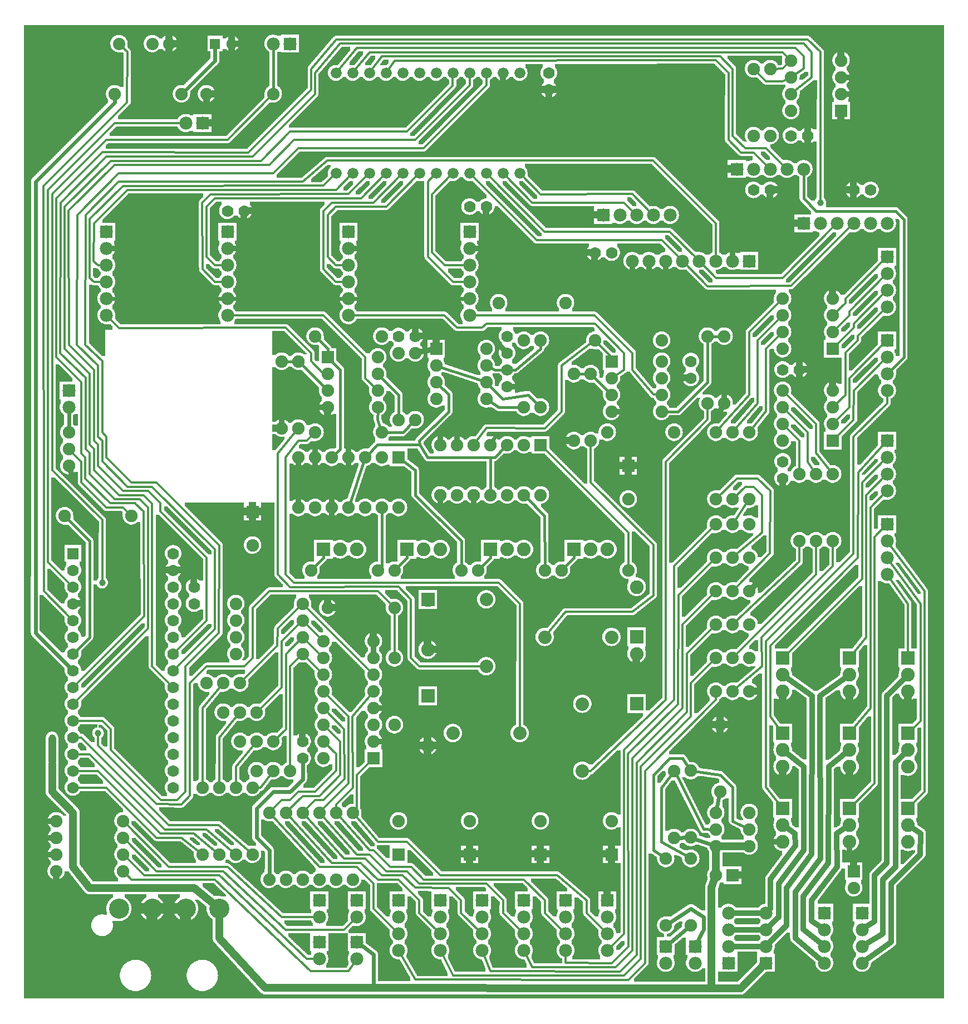
<source format=gtl>
G04 MADE WITH FRITZING*
G04 WWW.FRITZING.ORG*
G04 DOUBLE SIDED*
G04 HOLES PLATED*
G04 CONTOUR ON CENTER OF CONTOUR VECTOR*
%ASAXBY*%
%FSLAX23Y23*%
%MOIN*%
%OFA0B0*%
%SFA1.0B1.0*%
%ADD10C,0.075000*%
%ADD11C,0.039370*%
%ADD12C,0.078000*%
%ADD13C,0.070000*%
%ADD14C,0.082000*%
%ADD15C,0.120000*%
%ADD16C,0.073749*%
%ADD17C,0.080000*%
%ADD18C,0.062992*%
%ADD19C,0.066000*%
%ADD20R,0.078000X0.078000*%
%ADD21R,0.075000X0.075000*%
%ADD22R,0.082000X0.082000*%
%ADD23R,0.062992X0.062992*%
%ADD24R,0.069972X0.070000*%
%ADD25C,0.032000*%
%ADD26C,0.024000*%
%ADD27C,0.012000*%
%ADD28C,0.016000*%
%ADD29C,0.048000*%
%LNCOPPER1*%
G90*
G70*
G54D10*
X1873Y5456D03*
X4362Y5495D03*
X2360Y4820D03*
X3153Y4962D03*
X655Y4780D03*
X1473Y4759D03*
X3303Y5570D03*
X1967Y3895D03*
X1592Y3965D03*
X2658Y4895D03*
X1599Y3729D03*
X3256Y3981D03*
X1704Y3159D03*
X418Y2896D03*
X4919Y4463D03*
X1107Y2958D03*
X899Y2808D03*
X4067Y2663D03*
X1706Y2856D03*
X2133Y3153D03*
X4069Y2468D03*
X584Y2800D03*
X4984Y2368D03*
X1525Y2383D03*
X3669Y3696D03*
X196Y2325D03*
X730Y2096D03*
X1936Y2071D03*
X1716Y1975D03*
X1495Y1994D03*
X4907Y1746D03*
X5299Y1749D03*
X4596Y1746D03*
X4582Y1298D03*
X4957Y1298D03*
X5345Y1314D03*
X4096Y1280D03*
X3952Y1187D03*
X1285Y1113D03*
X1533Y1013D03*
X935Y920D03*
X3852Y755D03*
X4275Y1758D03*
X2388Y459D03*
X2639Y457D03*
X2888Y455D03*
X3135Y466D03*
X3382Y462D03*
X1605Y627D03*
X4841Y5787D03*
X1919Y368D03*
X4359Y259D03*
X1408Y905D03*
X1408Y1305D03*
X1308Y905D03*
X1308Y1305D03*
X1208Y905D03*
X1208Y1305D03*
X1108Y905D03*
X1108Y1305D03*
X1708Y2105D03*
X1308Y2105D03*
X1708Y2205D03*
X1308Y2205D03*
X1708Y2305D03*
X1308Y2305D03*
X1708Y2405D03*
X1308Y2405D03*
X1633Y1405D03*
X1533Y1405D03*
X1433Y1405D03*
X1533Y1580D03*
X1433Y1580D03*
X1333Y1580D03*
X1433Y1755D03*
X1333Y1755D03*
X1233Y1755D03*
X1333Y1930D03*
X1233Y1930D03*
X1133Y1930D03*
X2883Y4205D03*
X3283Y4205D03*
X1908Y1155D03*
X1908Y755D03*
X2008Y1155D03*
X2008Y755D03*
X1808Y1155D03*
X1808Y755D03*
X1708Y1155D03*
X1708Y755D03*
X1608Y1155D03*
X1608Y755D03*
X1508Y1155D03*
X1508Y755D03*
X4183Y1880D03*
X4283Y1880D03*
X4383Y1880D03*
X4183Y2080D03*
X4283Y2080D03*
X4383Y2080D03*
X4183Y2280D03*
X4283Y2280D03*
X4383Y2280D03*
X4183Y2480D03*
X4283Y2480D03*
X4383Y2480D03*
X4183Y2680D03*
X4283Y2680D03*
X4383Y2680D03*
X4183Y2880D03*
X4283Y2880D03*
X4383Y2880D03*
X4183Y3430D03*
X4183Y3030D03*
X4283Y3430D03*
X4283Y3030D03*
X4383Y3430D03*
X4383Y3030D03*
X4683Y3180D03*
X4683Y2780D03*
X4783Y3180D03*
X4783Y2780D03*
X4883Y3180D03*
X4883Y2780D03*
G54D11*
X508Y2530D03*
G54D12*
X1108Y5280D03*
X1008Y5280D03*
G54D11*
X483Y1630D03*
G54D10*
X4508Y5205D03*
X4508Y5605D03*
X4408Y5205D03*
X4408Y5605D03*
G54D13*
X4408Y4880D03*
X4508Y4880D03*
G54D11*
X208Y1455D03*
X208Y1605D03*
G54D10*
X5008Y805D03*
X5008Y705D03*
G54D11*
X4808Y4805D03*
G54D12*
X5208Y2880D03*
X5208Y2780D03*
X5208Y2680D03*
X5208Y2580D03*
X5208Y3980D03*
X5208Y3880D03*
X5208Y3780D03*
X5208Y3680D03*
G54D14*
X3708Y1807D03*
X3708Y2105D03*
G54D12*
X2033Y380D03*
X2033Y280D03*
G54D13*
X2383Y4005D03*
X2283Y4005D03*
G54D14*
X4583Y2080D03*
X4583Y1980D03*
X4583Y1880D03*
G54D10*
X2283Y905D03*
X2283Y1105D03*
G54D12*
X3533Y630D03*
X3533Y530D03*
X3533Y430D03*
X3533Y330D03*
G54D10*
X3333Y3380D03*
X3333Y3780D03*
G54D13*
X4733Y5205D03*
X4633Y5205D03*
G54D14*
X4583Y1630D03*
X4583Y1530D03*
X4583Y1430D03*
X5333Y1630D03*
X5333Y1530D03*
X5333Y1430D03*
G54D12*
X4708Y4680D03*
X4808Y4680D03*
X4908Y4680D03*
X5008Y4680D03*
X5108Y4680D03*
X5208Y4680D03*
X5208Y4480D03*
X5208Y4380D03*
X5208Y4280D03*
X5208Y4180D03*
G54D14*
X1833Y2730D03*
X1933Y2730D03*
X2033Y2730D03*
G54D13*
X4683Y3805D03*
X4583Y3805D03*
X1358Y4755D03*
X1258Y4755D03*
G54D10*
X4183Y1155D03*
X4183Y1055D03*
X4183Y955D03*
G54D14*
X5333Y1180D03*
X5333Y1080D03*
X5333Y980D03*
G54D10*
X2708Y905D03*
X2708Y1105D03*
G54D14*
X2458Y2428D03*
X2458Y2130D03*
G54D13*
X3183Y5480D03*
X3183Y5580D03*
X1708Y1580D03*
X1708Y1480D03*
G54D14*
X4983Y1180D03*
X4983Y1080D03*
X4983Y980D03*
G54D10*
X3658Y3230D03*
X3658Y3030D03*
X1408Y2955D03*
X1408Y2755D03*
G54D12*
X1633Y5755D03*
X1533Y5755D03*
G54D13*
X4583Y3155D03*
X4583Y3255D03*
G54D10*
X3933Y1005D03*
X3933Y1405D03*
G54D14*
X4983Y1630D03*
X4983Y1530D03*
X4983Y1430D03*
G54D10*
X3558Y905D03*
X3558Y1105D03*
G54D13*
X5008Y4880D03*
X5108Y4880D03*
G54D15*
X1208Y580D03*
X1008Y580D03*
X808Y580D03*
X608Y580D03*
X1208Y580D03*
X1008Y580D03*
X808Y580D03*
X608Y580D03*
G54D12*
X4058Y355D03*
X4058Y255D03*
G54D14*
X4983Y2080D03*
X4983Y1980D03*
X4983Y1880D03*
G54D13*
X1058Y2505D03*
X1058Y2405D03*
G54D12*
X1808Y380D03*
X1808Y280D03*
G54D14*
X5333Y2080D03*
X5333Y1980D03*
X5333Y1880D03*
G54D12*
X4308Y5005D03*
X4408Y5005D03*
X4508Y5005D03*
X4608Y5005D03*
X4708Y5005D03*
G54D10*
X3133Y905D03*
X3133Y1105D03*
G54D13*
X2808Y4780D03*
X2708Y4780D03*
G54D12*
X2783Y630D03*
X2783Y530D03*
X2783Y430D03*
X2783Y330D03*
X2533Y630D03*
X2533Y530D03*
X2533Y430D03*
X2533Y330D03*
G54D10*
X3433Y3380D03*
X3433Y3780D03*
G54D12*
X1808Y630D03*
X1808Y530D03*
X5058Y555D03*
X5058Y455D03*
X5058Y355D03*
X5058Y255D03*
G54D10*
X3033Y3580D03*
X3033Y3980D03*
X1583Y3455D03*
X1583Y3855D03*
G54D13*
X4033Y3755D03*
X4033Y3855D03*
G54D12*
X2708Y4630D03*
X2708Y4530D03*
X2708Y4430D03*
X2708Y4330D03*
X2708Y4230D03*
X2708Y4130D03*
G54D10*
X2283Y3280D03*
X2283Y2980D03*
X2183Y3280D03*
X2183Y2980D03*
X2083Y3280D03*
X2083Y2980D03*
X1983Y3280D03*
X1983Y2980D03*
X1883Y3280D03*
X1883Y2980D03*
X1783Y3280D03*
X1783Y2980D03*
X1683Y3280D03*
X1683Y2980D03*
G54D12*
X2033Y630D03*
X2033Y530D03*
G54D16*
X908Y5755D03*
X808Y5755D03*
X608Y5755D03*
G54D13*
X2933Y3705D03*
X2933Y3805D03*
G54D10*
X2183Y3430D03*
X1783Y3430D03*
G54D13*
X3458Y4505D03*
X3558Y4505D03*
G54D12*
X3033Y630D03*
X3033Y530D03*
X3033Y430D03*
X3033Y330D03*
G54D17*
X2608Y1630D03*
X3008Y1630D03*
G54D10*
X4133Y4005D03*
X4133Y3605D03*
G54D12*
X4483Y255D03*
X4483Y355D03*
X4483Y455D03*
X4483Y555D03*
G54D10*
X633Y905D03*
X233Y905D03*
X4208Y1680D03*
X4208Y1280D03*
G54D12*
X533Y4630D03*
X533Y4530D03*
X533Y4430D03*
X533Y4330D03*
X533Y4230D03*
X533Y4130D03*
G54D14*
X4583Y1180D03*
X4583Y1080D03*
X4583Y980D03*
G54D10*
X283Y2930D03*
X683Y2930D03*
X2383Y3505D03*
X2383Y3905D03*
G54D18*
X1184Y5755D03*
X1283Y5755D03*
G54D13*
X333Y2705D03*
X333Y2605D03*
X333Y2505D03*
X333Y2405D03*
X333Y2305D03*
X333Y2205D03*
X333Y2105D03*
X333Y2005D03*
X333Y1905D03*
X333Y1805D03*
X333Y1705D03*
X333Y1605D03*
X333Y1505D03*
X333Y1405D03*
X333Y1305D03*
X933Y2705D03*
X933Y2605D03*
X933Y2505D03*
X933Y2405D03*
X933Y2305D03*
X933Y2205D03*
X933Y2105D03*
X933Y2005D03*
X933Y1905D03*
X933Y1805D03*
X933Y1705D03*
X933Y1605D03*
X933Y1505D03*
X933Y1405D03*
X933Y1305D03*
G54D10*
X4233Y4005D03*
X4233Y3605D03*
X2258Y2080D03*
X2258Y1680D03*
X1858Y2380D03*
X2258Y2380D03*
G54D12*
X3508Y4730D03*
X3608Y4730D03*
X3708Y4730D03*
X3808Y4730D03*
X3908Y4730D03*
G54D10*
X1683Y3455D03*
X1683Y3855D03*
X583Y5455D03*
X983Y5455D03*
G54D12*
X4833Y555D03*
X4833Y455D03*
X4833Y355D03*
X4833Y255D03*
X5208Y3380D03*
X5208Y3280D03*
X5208Y3180D03*
X5208Y3080D03*
G54D10*
X4283Y780D03*
X4183Y780D03*
G54D12*
X3883Y355D03*
X3883Y255D03*
X3283Y630D03*
X3283Y530D03*
X3283Y430D03*
X3283Y330D03*
X4258Y255D03*
X4258Y355D03*
X4258Y455D03*
X4258Y555D03*
G54D14*
X2833Y2730D03*
X2933Y2730D03*
X3033Y2730D03*
G54D10*
X3883Y880D03*
X3883Y480D03*
X4383Y1155D03*
X4383Y1055D03*
X4383Y955D03*
G54D14*
X2458Y1853D03*
X2458Y1555D03*
G54D10*
X4033Y1006D03*
X4033Y1406D03*
G54D14*
X3708Y2207D03*
X3708Y2505D03*
G54D10*
X4033Y880D03*
X4033Y480D03*
G54D12*
X1983Y4630D03*
X1983Y4530D03*
X1983Y4430D03*
X1983Y4330D03*
X1983Y4230D03*
X1983Y4130D03*
G54D10*
X3133Y3355D03*
X3133Y3055D03*
X3033Y3355D03*
X3033Y3055D03*
X2933Y3355D03*
X2933Y3055D03*
X2833Y3355D03*
X2833Y3055D03*
X2733Y3355D03*
X2733Y3055D03*
X2633Y3355D03*
X2633Y3055D03*
X2533Y3355D03*
X2533Y3055D03*
G54D12*
X1258Y4630D03*
X1258Y4530D03*
X1258Y4430D03*
X1258Y4330D03*
X1258Y4230D03*
X1258Y4130D03*
G54D17*
X3383Y1805D03*
X3383Y1405D03*
G54D14*
X3333Y2730D03*
X3433Y2730D03*
X3533Y2730D03*
G54D17*
X3558Y2205D03*
X3158Y2205D03*
G54D10*
X3558Y3855D03*
X3858Y3855D03*
X3558Y3755D03*
X3858Y3755D03*
X3558Y3655D03*
X3858Y3655D03*
X3558Y3555D03*
X3858Y3555D03*
X1858Y3880D03*
X2158Y3880D03*
X1858Y3780D03*
X2158Y3780D03*
X1858Y3680D03*
X2158Y3680D03*
X1858Y3580D03*
X2158Y3580D03*
X3133Y3980D03*
X3133Y3580D03*
G54D17*
X2808Y2430D03*
X2808Y2030D03*
G54D10*
X2508Y3930D03*
X2808Y3930D03*
X2508Y3830D03*
X2808Y3830D03*
X2508Y3730D03*
X2808Y3730D03*
X2508Y3630D03*
X2808Y3630D03*
G54D14*
X2333Y2730D03*
X2433Y2730D03*
X2533Y2730D03*
G54D12*
X2283Y630D03*
X2283Y530D03*
X2283Y430D03*
X2283Y330D03*
G54D10*
X633Y1105D03*
X233Y1105D03*
X4883Y3380D03*
X4583Y3380D03*
X4883Y3480D03*
X4583Y3480D03*
X4883Y3580D03*
X4583Y3580D03*
X4883Y3680D03*
X4583Y3680D03*
X633Y1005D03*
X233Y1005D03*
X4883Y3930D03*
X4583Y3930D03*
X4883Y4030D03*
X4583Y4030D03*
X4883Y4130D03*
X4583Y4130D03*
X4883Y4230D03*
X4583Y4230D03*
X633Y805D03*
X233Y805D03*
X1133Y5455D03*
X1533Y5455D03*
G54D19*
X1908Y4980D03*
X2008Y4980D03*
X2108Y4980D03*
X2208Y4980D03*
X2308Y4980D03*
X2408Y4980D03*
X2508Y4980D03*
X2608Y4980D03*
X2708Y4980D03*
X2808Y4980D03*
X2908Y4980D03*
X3008Y4980D03*
X3008Y5580D03*
X2908Y5580D03*
X2808Y5580D03*
X2708Y5580D03*
X2608Y5580D03*
X2508Y5580D03*
X2408Y5580D03*
X2308Y5580D03*
X2208Y5580D03*
X2108Y5580D03*
X2008Y5580D03*
X1908Y5580D03*
G54D10*
X308Y3430D03*
X308Y3330D03*
X308Y3230D03*
G54D12*
X4383Y4455D03*
X4283Y4455D03*
X4183Y4455D03*
X4083Y4455D03*
X3983Y4455D03*
X3883Y4455D03*
X3783Y4455D03*
X3683Y4455D03*
G54D10*
X2133Y1480D03*
X1833Y1480D03*
X2133Y1580D03*
X1833Y1580D03*
X2133Y1680D03*
X1833Y1680D03*
X2133Y1780D03*
X1833Y1780D03*
X2133Y1880D03*
X1833Y1880D03*
X2133Y1980D03*
X1833Y1980D03*
X2133Y2080D03*
X1833Y2080D03*
X2133Y2180D03*
X1833Y2180D03*
G54D12*
X308Y3680D03*
X308Y3580D03*
G54D10*
X4933Y5355D03*
X4633Y5355D03*
X4933Y5455D03*
X4633Y5455D03*
X4933Y5555D03*
X4633Y5555D03*
X4933Y5655D03*
X4633Y5655D03*
X3158Y2605D03*
X2758Y2605D03*
X3258Y2605D03*
X3658Y2605D03*
X2158Y2605D03*
X1758Y2605D03*
X2258Y2605D03*
X2658Y2605D03*
X2183Y4005D03*
X1783Y4005D03*
X3933Y3430D03*
X3533Y3430D03*
X2283Y3905D03*
X2283Y3505D03*
X3858Y3980D03*
X3458Y3980D03*
G54D13*
X2933Y3905D03*
X2933Y4005D03*
G54D20*
X1108Y5280D03*
G54D21*
X5008Y805D03*
G54D20*
X5208Y2880D03*
X5208Y3980D03*
G54D22*
X3708Y1806D03*
G54D20*
X2033Y380D03*
G54D22*
X4583Y2080D03*
G54D21*
X2283Y905D03*
G54D20*
X3533Y630D03*
G54D22*
X4583Y1630D03*
X5333Y1630D03*
G54D20*
X4708Y4680D03*
X5208Y4480D03*
G54D22*
X1833Y2730D03*
X5333Y1180D03*
G54D21*
X2708Y905D03*
G54D22*
X2458Y2429D03*
X4983Y1180D03*
G54D21*
X3658Y3230D03*
X1408Y2955D03*
G54D20*
X1633Y5755D03*
G54D22*
X4983Y1630D03*
G54D21*
X3558Y905D03*
G54D20*
X4058Y355D03*
G54D22*
X4983Y2080D03*
G54D20*
X1808Y380D03*
G54D22*
X5333Y2080D03*
G54D20*
X4308Y5005D03*
G54D21*
X3133Y905D03*
G54D20*
X2783Y630D03*
X2533Y630D03*
X1808Y630D03*
X5058Y555D03*
X2708Y4630D03*
G54D21*
X2283Y3280D03*
G54D20*
X2033Y630D03*
X3033Y630D03*
X4483Y255D03*
X533Y4630D03*
G54D22*
X4583Y1180D03*
G54D23*
X1184Y5755D03*
G54D24*
X333Y2705D03*
G54D20*
X3508Y4730D03*
X4833Y555D03*
X5208Y3380D03*
G54D21*
X4283Y780D03*
G54D20*
X3883Y355D03*
X3283Y630D03*
X4258Y255D03*
G54D22*
X2833Y2730D03*
X2458Y1854D03*
X3708Y2206D03*
G54D20*
X1983Y4630D03*
G54D21*
X3133Y3355D03*
G54D20*
X1258Y4630D03*
G54D22*
X3333Y2730D03*
G54D21*
X3558Y3855D03*
X1858Y3880D03*
X2508Y3930D03*
G54D22*
X2333Y2730D03*
G54D20*
X2283Y630D03*
G54D21*
X4883Y3380D03*
X4883Y3930D03*
G54D20*
X4383Y4455D03*
G54D21*
X2133Y1480D03*
G54D20*
X308Y3680D03*
G54D21*
X4933Y5355D03*
G54D25*
X3783Y4355D02*
X3683Y4355D01*
D02*
X3683Y4355D02*
X3683Y4436D01*
D02*
X3783Y4436D02*
X3783Y4355D01*
D02*
X4689Y4680D02*
X4283Y4680D01*
D02*
X4283Y4680D02*
X4283Y4474D01*
D02*
X3783Y4355D02*
X3883Y4355D01*
D02*
X3783Y4436D02*
X3783Y4355D01*
D02*
X3883Y4355D02*
X3883Y4436D01*
D02*
X5033Y5455D02*
X5033Y5556D01*
D02*
X5033Y5556D02*
X4950Y5555D01*
D02*
X4950Y5455D02*
X5033Y5455D01*
G54D26*
D02*
X2689Y4230D02*
X2002Y4230D01*
D02*
X1964Y4230D02*
X1277Y4230D01*
D02*
X1239Y4230D02*
X552Y4230D01*
G54D25*
D02*
X658Y4528D02*
X552Y4530D01*
D02*
X655Y4780D02*
X658Y4528D01*
D02*
X1358Y4740D02*
X1360Y4528D01*
D02*
X1360Y4528D02*
X1277Y4530D01*
D02*
X2357Y4528D02*
X2002Y4530D01*
D02*
X2360Y4820D02*
X2357Y4528D01*
D02*
X3658Y3248D02*
X3658Y3555D01*
D02*
X3658Y3555D02*
X3575Y3555D01*
D02*
X3883Y4179D02*
X4333Y4080D01*
D02*
X4333Y4080D02*
X4333Y3931D01*
D02*
X4333Y3931D02*
X4233Y3729D01*
D02*
X4233Y3729D02*
X4233Y3623D01*
D02*
X3883Y4436D02*
X3883Y4179D01*
D02*
X2808Y4765D02*
X2809Y4530D01*
D02*
X2809Y4530D02*
X2727Y4530D01*
G54D26*
D02*
X2858Y3405D02*
X2833Y3355D01*
G54D25*
D02*
X3033Y3706D02*
X2948Y3705D01*
D02*
X3256Y3981D02*
X3033Y3706D01*
D02*
X2533Y3430D02*
X2633Y3430D01*
D02*
X2533Y3373D02*
X2533Y3430D01*
D02*
X2633Y3430D02*
X2633Y3373D01*
D02*
X1683Y3105D02*
X1683Y2998D01*
D02*
X1882Y3105D02*
X1683Y3105D01*
D02*
X1840Y3580D02*
X1582Y3579D01*
D02*
X1582Y3579D02*
X1583Y3473D01*
D02*
X2491Y3927D02*
X2400Y3909D01*
D02*
X2833Y4004D02*
X2922Y3916D01*
D02*
X2508Y3948D02*
X2508Y4030D01*
D02*
X2508Y4030D02*
X2833Y4004D01*
D02*
X2734Y2979D02*
X2534Y2979D01*
D02*
X2534Y2979D02*
X2533Y3038D01*
D02*
X2733Y3038D02*
X2734Y2979D01*
D02*
X1882Y2881D02*
X1882Y3104D01*
D02*
X1882Y3104D02*
X1983Y3179D01*
D02*
X1983Y3179D02*
X1983Y3263D01*
D02*
X1883Y2963D02*
X1882Y2881D01*
D02*
X1983Y3855D02*
X1983Y3298D01*
D02*
X1967Y3895D02*
X1983Y3855D01*
D02*
X1858Y3379D02*
X1858Y3563D01*
D02*
X1782Y3355D02*
X1858Y3379D01*
D02*
X1783Y3298D02*
X1782Y3355D01*
D02*
X1782Y3204D02*
X1783Y3263D01*
D02*
X1683Y3204D02*
X1782Y3204D01*
D02*
X1683Y3263D02*
X1683Y3204D01*
D02*
X1883Y2998D02*
X1882Y3105D01*
D02*
X2333Y1580D02*
X2358Y1780D01*
D02*
X2358Y1780D02*
X2150Y1780D01*
D02*
X2150Y1580D02*
X2333Y1580D01*
D02*
X2133Y2098D02*
X2133Y2163D01*
D02*
X308Y3230D02*
X333Y3155D01*
D02*
X4433Y780D02*
X4483Y980D01*
D02*
X4300Y780D02*
X4433Y780D01*
D02*
X4483Y980D02*
X4562Y980D01*
D02*
X5008Y905D02*
X4983Y905D01*
D02*
X5008Y823D02*
X5008Y905D01*
D02*
X4983Y905D02*
X4983Y959D01*
D02*
X132Y1005D02*
X132Y1105D01*
D02*
X132Y1105D02*
X215Y1105D01*
D02*
X215Y1005D02*
X132Y1005D01*
D02*
X132Y905D02*
X215Y905D01*
D02*
X132Y1005D02*
X132Y905D01*
D02*
X215Y1005D02*
X132Y1005D01*
D02*
X4233Y3605D02*
X4182Y3506D01*
D02*
X4584Y2680D02*
X4395Y2493D01*
D02*
X4583Y3140D02*
X4584Y2680D01*
G54D26*
D02*
X2132Y306D02*
X2048Y369D01*
D02*
X2132Y106D02*
X2132Y306D01*
D02*
X1483Y106D02*
X2132Y106D01*
G54D27*
D02*
X1808Y830D02*
X2033Y830D01*
D02*
X2033Y830D02*
X2133Y730D01*
D02*
X2132Y580D02*
X2269Y444D01*
D02*
X2133Y730D02*
X2132Y580D01*
D02*
X1520Y1142D02*
X1808Y830D01*
D02*
X1509Y2481D02*
X2158Y2480D01*
D02*
X1408Y2080D02*
X1408Y2380D01*
D02*
X1408Y2380D02*
X1509Y2481D01*
D02*
X2158Y2480D02*
X2245Y2393D01*
D02*
X1358Y2030D02*
X1408Y2080D01*
D02*
X983Y1005D02*
X1094Y916D01*
D02*
X1108Y1780D02*
X1108Y1323D01*
D02*
X1208Y1604D02*
X1208Y1323D01*
D02*
X1322Y1742D02*
X1208Y1604D01*
D02*
X1222Y1917D02*
X1108Y1780D01*
D02*
X1207Y1081D02*
X1395Y917D01*
D02*
X383Y1605D02*
X907Y1080D01*
D02*
X351Y1605D02*
X383Y1605D01*
D02*
X907Y1080D02*
X1207Y1081D01*
D02*
X1133Y1055D02*
X1294Y917D01*
D02*
X882Y1055D02*
X1133Y1055D01*
D02*
X1057Y1030D02*
X1194Y916D01*
D02*
X482Y1405D02*
X857Y1030D01*
D02*
X833Y1005D02*
X983Y1005D01*
D02*
X351Y1505D02*
X433Y1505D01*
D02*
X433Y1505D02*
X882Y1055D01*
D02*
X351Y1405D02*
X482Y1405D01*
D02*
X857Y1030D02*
X1057Y1030D01*
D02*
X351Y1305D02*
X533Y1305D01*
D02*
X533Y1305D02*
X833Y1005D01*
D02*
X1308Y1430D02*
X1308Y1323D01*
D02*
X1457Y1305D02*
X1425Y1305D01*
D02*
X1583Y2180D02*
X1582Y1905D01*
D02*
X1582Y1905D02*
X1445Y1768D01*
D02*
X1695Y2293D02*
X1583Y2180D01*
D02*
X1557Y2155D02*
X1558Y2256D01*
D02*
X1558Y2256D02*
X1695Y2393D01*
D02*
X1720Y2393D02*
X2120Y1993D01*
D02*
X1345Y1943D02*
X1557Y2155D01*
D02*
X4433Y3155D02*
X4308Y3155D01*
D02*
X4508Y3080D02*
X4433Y3155D01*
D02*
X4507Y2706D02*
X4508Y3080D01*
D02*
X4295Y2493D02*
X4507Y2706D01*
D02*
X4308Y3155D02*
X4195Y3043D01*
D02*
X4458Y2831D02*
X4458Y3055D01*
D02*
X4408Y3105D02*
X4358Y3105D01*
D02*
X4458Y3055D02*
X4408Y3105D01*
D02*
X4296Y2692D02*
X4458Y2831D01*
D02*
X4358Y3105D02*
X4295Y3043D01*
D02*
X4373Y3016D02*
X4292Y2895D01*
D02*
X1522Y1391D02*
X1457Y1305D01*
D02*
X1422Y1567D02*
X1308Y1430D01*
D02*
X1634Y2030D02*
X1633Y1423D01*
D02*
X1695Y2093D02*
X1634Y2030D01*
D02*
X1608Y1655D02*
X1545Y1593D01*
D02*
X1609Y2105D02*
X1608Y1655D01*
D02*
X1695Y2193D02*
X1609Y2105D01*
D02*
X1820Y1993D02*
X1720Y2093D01*
D02*
X1820Y2093D02*
X1720Y2193D01*
D02*
X1720Y2293D02*
X1820Y2193D01*
D02*
X1957Y881D02*
X1719Y1142D01*
D02*
X1883Y854D02*
X1620Y1142D01*
D02*
X2182Y780D02*
X2083Y881D01*
D02*
X2083Y881D02*
X1957Y881D01*
D02*
X2657Y555D02*
X2657Y631D01*
D02*
X2657Y631D02*
X2582Y705D01*
D02*
X2582Y705D02*
X2383Y706D01*
D02*
X2383Y706D02*
X2307Y780D01*
D02*
X2307Y780D02*
X2182Y780D01*
D02*
X2769Y444D02*
X2657Y555D01*
D02*
X2057Y854D02*
X1883Y854D01*
D02*
X2158Y755D02*
X2057Y854D01*
D02*
X2282Y755D02*
X2158Y755D01*
D02*
X2407Y630D02*
X2282Y755D01*
D02*
X2407Y554D02*
X2407Y630D01*
D02*
X2519Y444D02*
X2407Y554D01*
D02*
X2108Y930D02*
X2133Y930D01*
D02*
X2033Y905D02*
X1819Y1142D01*
D02*
X2158Y980D02*
X2019Y1142D01*
D02*
X2533Y781D02*
X2333Y981D01*
D02*
X2333Y981D02*
X2158Y980D01*
D02*
X3233Y781D02*
X2533Y781D01*
D02*
X3408Y630D02*
X3233Y781D01*
D02*
X3408Y555D02*
X3408Y630D01*
D02*
X3519Y444D02*
X3408Y555D01*
D02*
X2358Y831D02*
X2433Y755D01*
D02*
X2233Y831D02*
X2358Y831D01*
D02*
X2407Y731D02*
X2333Y805D01*
D02*
X2333Y805D02*
X2208Y805D01*
D02*
X2208Y805D02*
X2108Y905D01*
D02*
X1919Y1142D02*
X2108Y930D01*
D02*
X2133Y930D02*
X2233Y831D01*
D02*
X2433Y755D02*
X3033Y755D01*
D02*
X3033Y755D02*
X3158Y631D01*
D02*
X3158Y631D02*
X3158Y555D01*
D02*
X3158Y555D02*
X3269Y444D01*
D02*
X2108Y905D02*
X2033Y905D01*
D02*
X2557Y731D02*
X2407Y731D01*
D02*
X2809Y731D02*
X2557Y731D01*
D02*
X2908Y631D02*
X2809Y731D01*
D02*
X2908Y555D02*
X2908Y631D01*
D02*
X3019Y444D02*
X2908Y555D01*
D02*
X1682Y1280D02*
X1633Y1230D01*
D02*
X1633Y1230D02*
X1583Y1230D01*
D02*
X1583Y1230D02*
X1520Y1168D01*
D02*
X1908Y1205D02*
X1908Y1173D01*
D02*
X1808Y1255D02*
X1708Y1255D01*
D02*
X1708Y1255D02*
X1620Y1168D01*
D02*
X1782Y1230D02*
X1720Y1168D01*
D02*
X1832Y1230D02*
X1782Y1230D01*
D02*
X2033Y1180D02*
X2020Y1168D01*
D02*
X2033Y1381D02*
X2033Y1180D01*
D02*
X2120Y1468D02*
X2033Y1381D01*
D02*
X2007Y1730D02*
X2008Y1305D01*
D02*
X2008Y1305D02*
X1908Y1205D01*
D02*
X2121Y1867D02*
X2007Y1730D01*
D02*
X1983Y1730D02*
X1983Y1330D01*
D02*
X1983Y1330D02*
X1820Y1168D01*
D02*
X1845Y1868D02*
X1983Y1730D01*
D02*
X1958Y1356D02*
X1832Y1230D01*
D02*
X1957Y1655D02*
X1958Y1356D01*
D02*
X1845Y1768D02*
X1957Y1655D01*
D02*
X1933Y1580D02*
X1932Y1380D01*
D02*
X1932Y1380D02*
X1808Y1255D01*
D02*
X1845Y1668D02*
X1933Y1580D01*
D02*
X1908Y1506D02*
X1908Y1406D01*
D02*
X1908Y1406D02*
X1782Y1280D01*
D02*
X1782Y1280D02*
X1682Y1280D01*
D02*
X1845Y1568D02*
X1908Y1506D01*
G54D26*
D02*
X1509Y929D02*
X1508Y773D01*
D02*
X1432Y1006D02*
X1509Y929D01*
D02*
X1432Y1181D02*
X1432Y1006D01*
D02*
X1533Y1281D02*
X1432Y1181D01*
D02*
X1634Y1280D02*
X1533Y1281D01*
D02*
X1708Y1355D02*
X1634Y1280D01*
D02*
X1708Y1465D02*
X1708Y1355D01*
G54D27*
D02*
X1982Y206D02*
X1757Y206D01*
D02*
X1757Y206D02*
X1183Y754D01*
D02*
X1183Y754D02*
X683Y754D01*
D02*
X683Y754D02*
X645Y793D01*
D02*
X2022Y265D02*
X1982Y206D01*
D02*
X1733Y280D02*
X1208Y779D01*
D02*
X1208Y779D02*
X758Y780D01*
D02*
X758Y780D02*
X645Y893D01*
D02*
X1789Y280D02*
X1733Y280D01*
D02*
X1957Y455D02*
X1607Y455D01*
D02*
X1607Y455D02*
X1233Y804D01*
D02*
X1233Y804D02*
X833Y805D01*
D02*
X833Y805D02*
X645Y993D01*
D02*
X2019Y517D02*
X1957Y455D01*
D02*
X1582Y531D02*
X1258Y830D01*
D02*
X1258Y830D02*
X907Y830D01*
D02*
X907Y830D02*
X645Y1093D01*
D02*
X1789Y530D02*
X1582Y531D01*
D02*
X4683Y2656D02*
X4683Y2763D01*
D02*
X4295Y2292D02*
X4683Y2656D01*
D02*
X4782Y2581D02*
X4783Y2763D01*
D02*
X4295Y2093D02*
X4782Y2581D01*
D02*
X4883Y2630D02*
X4883Y2763D01*
D02*
X4457Y2205D02*
X4883Y2630D01*
D02*
X4459Y2029D02*
X4457Y2205D01*
D02*
X4296Y1892D02*
X4459Y2029D01*
D02*
X4783Y3481D02*
X4595Y3668D01*
D02*
X4783Y3306D02*
X4783Y3481D01*
D02*
X4872Y3194D02*
X4783Y3306D01*
D02*
X4732Y3430D02*
X4595Y3568D01*
D02*
X4732Y3255D02*
X4732Y3430D01*
D02*
X4773Y3195D02*
X4732Y3255D01*
D02*
X4683Y3380D02*
X4595Y3468D01*
D02*
X4683Y3198D02*
X4683Y3380D01*
D02*
X4382Y4030D02*
X4570Y4218D01*
D02*
X4194Y3443D02*
X4383Y3655D01*
D02*
X4383Y3655D02*
X4382Y4030D01*
D02*
X4433Y3980D02*
X4570Y4118D01*
D02*
X4294Y3444D02*
X4433Y3605D01*
D02*
X4433Y3605D02*
X4433Y3980D01*
D02*
X4482Y3930D02*
X4570Y4018D01*
D02*
X4394Y3444D02*
X4483Y3556D01*
D02*
X4483Y3556D02*
X4482Y3930D01*
D02*
X5032Y3980D02*
X5032Y4006D01*
D02*
X5008Y4080D02*
X5008Y4056D01*
D02*
X5008Y4056D02*
X4895Y3943D01*
D02*
X4983Y4155D02*
X4983Y4130D01*
D02*
X4983Y4130D02*
X4895Y4043D01*
D02*
X4958Y4205D02*
X4895Y4143D01*
D02*
X4958Y4230D02*
X4958Y4205D01*
D02*
X5008Y3680D02*
X5007Y3505D01*
D02*
X4982Y3755D02*
X4983Y3580D01*
D02*
X4958Y3906D02*
X5032Y3980D01*
D02*
X5032Y4006D02*
X5194Y4167D01*
D02*
X4958Y3655D02*
X4958Y3906D01*
D02*
X4983Y3580D02*
X4895Y3493D01*
D02*
X5007Y3505D02*
X4895Y3393D01*
D02*
X4895Y3593D02*
X4958Y3655D01*
D02*
X5194Y3967D02*
X4982Y3755D01*
D02*
X5194Y3867D02*
X5008Y3680D01*
D02*
X5194Y4267D02*
X5008Y4080D01*
D02*
X5194Y4367D02*
X4983Y4155D01*
D02*
X5194Y4467D02*
X4958Y4230D01*
D02*
X182Y2655D02*
X320Y2518D01*
D02*
X182Y4881D02*
X182Y2655D01*
D02*
X583Y5280D02*
X182Y4881D01*
D02*
X989Y5280D02*
X583Y5280D01*
G54D28*
D02*
X2170Y3768D02*
X2283Y3655D01*
D02*
X2283Y3655D02*
X2283Y3523D01*
G54D27*
D02*
X458Y3205D02*
X458Y3330D01*
D02*
X458Y3330D02*
X432Y3356D01*
D02*
X608Y3055D02*
X458Y3205D01*
D02*
X757Y3055D02*
X608Y3055D01*
D02*
X807Y2030D02*
X807Y3005D01*
D02*
X432Y3356D02*
X432Y3780D01*
D02*
X432Y3780D02*
X282Y3931D01*
D02*
X282Y3931D02*
X283Y4780D01*
D02*
X283Y4780D02*
X558Y5055D01*
D02*
X558Y5055D02*
X1458Y5055D01*
D02*
X1458Y5055D02*
X1633Y5230D01*
D02*
X807Y3005D02*
X757Y3055D01*
D02*
X1633Y5230D02*
X2334Y5230D01*
D02*
X2334Y5230D02*
X2607Y5505D01*
D02*
X920Y1918D02*
X807Y2030D01*
D02*
X2607Y5505D02*
X2607Y5561D01*
D02*
X783Y2256D02*
X345Y1818D01*
D02*
X783Y2980D02*
X783Y2256D01*
D02*
X4184Y4680D02*
X4183Y4474D01*
D02*
X3807Y5056D02*
X4184Y4680D01*
D02*
X1857Y5057D02*
X3807Y5056D01*
D02*
X1709Y4930D02*
X1857Y5057D01*
D02*
X607Y4931D02*
X1709Y4930D01*
D02*
X408Y4730D02*
X607Y4931D01*
D02*
X407Y3955D02*
X408Y4730D01*
D02*
X508Y3856D02*
X407Y3955D01*
D02*
X508Y3431D02*
X508Y3856D01*
D02*
X683Y3130D02*
X533Y3281D01*
D02*
X533Y3281D02*
X533Y3405D01*
D02*
X533Y3405D02*
X508Y3431D01*
D02*
X833Y3130D02*
X683Y3130D01*
D02*
X1208Y2755D02*
X833Y3130D01*
D02*
X1207Y2230D02*
X1208Y2755D01*
D02*
X1007Y2030D02*
X1207Y2230D01*
D02*
X1007Y1281D02*
X1007Y2030D01*
D02*
X957Y1230D02*
X1007Y1281D01*
D02*
X859Y1231D02*
X957Y1230D01*
D02*
X559Y1655D02*
X559Y1530D01*
D02*
X559Y1530D02*
X859Y1231D01*
D02*
X508Y1705D02*
X559Y1655D01*
D02*
X351Y1705D02*
X508Y1705D01*
D02*
X2258Y2363D02*
X2258Y2098D01*
D02*
X4283Y5205D02*
X4358Y5131D01*
D02*
X4258Y5181D02*
X4333Y5105D01*
G54D29*
D02*
X1058Y705D02*
X1185Y599D01*
D02*
X334Y1154D02*
X333Y831D01*
D02*
X208Y1280D02*
X334Y1154D01*
G54D27*
D02*
X383Y3305D02*
X382Y3730D01*
D02*
X1908Y5781D02*
X4732Y5780D01*
G54D28*
D02*
X2858Y3281D02*
X2832Y3281D01*
D02*
X2832Y3281D02*
X2457Y3280D01*
D02*
X2583Y3656D02*
X2520Y3718D01*
G54D27*
D02*
X733Y3030D02*
X583Y3031D01*
D02*
X583Y3031D02*
X432Y3180D01*
D02*
X432Y3180D02*
X432Y3306D01*
D02*
X432Y3306D02*
X408Y3330D01*
D02*
X783Y2980D02*
X733Y3030D01*
D02*
X408Y3330D02*
X408Y3756D01*
D02*
X4757Y5555D02*
X4646Y5466D01*
D02*
X3633Y4805D02*
X3694Y4744D01*
D02*
X3133Y4855D02*
X3683Y4856D01*
D02*
X2119Y5596D02*
X2183Y5681D01*
G54D29*
D02*
X208Y1447D02*
X208Y1280D01*
G54D27*
D02*
X1759Y5605D02*
X1908Y5781D01*
D02*
X4732Y5780D02*
X4808Y5706D01*
D02*
X3682Y2356D02*
X3282Y2356D01*
D02*
X2808Y3456D02*
X3158Y3455D01*
D02*
X257Y3905D02*
X258Y4805D01*
D02*
X2258Y5655D02*
X4183Y5656D01*
D02*
X2183Y5681D02*
X4208Y5680D01*
D02*
X4208Y5680D02*
X4283Y5605D01*
G54D29*
D02*
X432Y705D02*
X1058Y705D01*
D02*
X333Y831D02*
X432Y705D01*
G54D27*
D02*
X382Y3730D02*
X234Y3881D01*
D02*
X3008Y2405D02*
X3008Y1650D01*
D02*
X2883Y2531D02*
X3008Y2405D01*
G54D28*
D02*
X2457Y3280D02*
X2408Y3356D01*
G54D27*
D02*
X3683Y3805D02*
X3683Y3905D01*
D02*
X4708Y5756D02*
X4757Y5705D01*
D02*
X3022Y4966D02*
X3133Y4855D01*
D02*
X2219Y5597D02*
X2258Y5655D01*
D02*
X4283Y5605D02*
X4283Y5205D01*
D02*
X345Y1918D02*
X758Y2331D01*
D02*
X508Y5106D02*
X1384Y5105D01*
D02*
X1384Y5105D02*
X1758Y5480D01*
D02*
X1758Y5480D02*
X1759Y5605D01*
D02*
X533Y5081D02*
X1408Y5080D01*
D02*
X2922Y4966D02*
X3083Y4805D01*
D02*
X3083Y4805D02*
X3633Y4805D01*
D02*
X4258Y5581D02*
X4258Y5181D01*
G54D29*
D02*
X208Y1463D02*
X208Y1597D01*
G54D27*
D02*
X707Y3006D02*
X557Y3006D01*
D02*
X557Y3006D02*
X407Y3155D01*
D02*
X407Y3155D02*
X407Y3280D01*
D02*
X407Y3280D02*
X383Y3305D01*
D02*
X757Y2956D02*
X707Y3005D01*
D02*
X234Y3881D02*
X233Y4831D01*
D02*
X4808Y5706D02*
X4808Y4813D01*
D02*
X1682Y3380D02*
X1607Y3280D01*
D02*
X1733Y3380D02*
X1682Y3380D01*
G54D28*
D02*
X2077Y3264D02*
X1988Y2997D01*
G54D27*
D02*
X1783Y5581D02*
X1932Y5756D01*
D02*
X4757Y5705D02*
X4757Y5555D01*
D02*
X3683Y4856D02*
X3794Y4744D01*
D02*
X4183Y5656D02*
X4258Y5581D01*
D02*
X758Y2331D02*
X757Y2956D01*
D02*
X233Y4831D02*
X508Y5106D01*
G54D28*
D02*
X2157Y3356D02*
X2095Y3293D01*
D02*
X2408Y3356D02*
X2157Y3356D01*
G54D27*
D02*
X2407Y2031D02*
X2788Y2030D01*
D02*
X4132Y3506D02*
X3882Y3255D01*
D02*
X4133Y3588D02*
X4132Y3506D01*
D02*
X3633Y3805D02*
X3633Y3905D01*
D02*
X408Y3756D02*
X257Y3905D01*
D02*
X1408Y5080D02*
X1783Y5455D01*
D02*
X1672Y3442D02*
X1558Y3305D01*
D02*
X2357Y2081D02*
X2407Y2031D01*
D02*
X3882Y3255D02*
X3882Y1831D01*
D02*
X3633Y3905D02*
X3458Y4080D01*
D02*
X1783Y5455D02*
X1783Y5581D01*
D02*
X1932Y5756D02*
X4708Y5756D01*
D02*
X3158Y3455D02*
X3258Y3555D01*
D02*
X258Y4805D02*
X533Y5081D01*
G54D28*
D02*
X2832Y3281D02*
X2833Y3073D01*
G54D27*
D02*
X2557Y4131D02*
X2002Y4130D01*
D02*
X1657Y2531D02*
X2883Y2531D01*
D02*
X1607Y2580D02*
X1657Y2531D01*
D02*
X1607Y3280D02*
X1607Y2580D01*
D02*
X3258Y3555D02*
X3258Y3830D01*
D02*
X3572Y3765D02*
X3633Y3805D01*
D02*
X2633Y4056D02*
X2557Y4131D01*
G54D28*
D02*
X2920Y3343D02*
X2858Y3281D01*
G54D27*
D02*
X3258Y3830D02*
X3444Y3970D01*
G54D28*
D02*
X2583Y3555D02*
X2583Y3656D01*
D02*
X2407Y3381D02*
X2583Y3555D01*
D02*
X2408Y3356D02*
X2407Y3381D01*
G54D27*
D02*
X2808Y4080D02*
X2783Y4056D01*
D02*
X2783Y4056D02*
X2633Y4056D01*
D02*
X3458Y4080D02*
X2808Y4080D01*
D02*
X2743Y3369D02*
X2808Y3456D01*
D02*
X3808Y3656D02*
X3683Y3805D01*
D02*
X3434Y1404D02*
X3403Y1405D01*
D02*
X3882Y1831D02*
X3434Y1404D01*
D02*
X3683Y3905D02*
X3457Y4130D01*
D02*
X1558Y2580D02*
X1633Y2505D01*
D02*
X1558Y3305D02*
X1558Y2580D01*
D02*
X3808Y2756D02*
X3808Y2455D01*
D02*
X3840Y3655D02*
X3808Y3656D01*
D02*
X1770Y3418D02*
X1733Y3380D01*
D02*
X3457Y4130D02*
X2727Y4130D01*
D02*
X2282Y2506D02*
X2357Y2430D01*
D02*
X1633Y2505D02*
X2282Y2506D01*
G54D28*
D02*
X2791Y3736D02*
X2524Y3825D01*
G54D27*
D02*
X2357Y2430D02*
X2357Y2081D01*
G54D28*
D02*
X2882Y3580D02*
X2822Y3621D01*
D02*
X3015Y3580D02*
X2882Y3580D01*
G54D27*
D02*
X3434Y3129D02*
X3808Y2756D01*
D02*
X3433Y3363D02*
X3434Y3129D01*
D02*
X3808Y2455D02*
X3682Y2356D01*
G54D28*
D02*
X2820Y3718D02*
X2907Y3630D01*
G54D27*
D02*
X3282Y2356D02*
X3170Y2221D01*
G54D28*
D02*
X3058Y3655D02*
X3120Y3593D01*
D02*
X2907Y3630D02*
X3058Y3655D01*
D02*
X2308Y3430D02*
X2370Y3493D01*
D02*
X2200Y3430D02*
X2308Y3430D01*
D02*
X1695Y3843D02*
X1845Y3693D01*
D02*
X1600Y3855D02*
X1665Y3855D01*
G54D27*
D02*
X1758Y3905D02*
X1607Y4056D01*
D02*
X1758Y3856D02*
X1758Y3905D01*
D02*
X1833Y3781D02*
X1758Y3856D01*
D02*
X608Y4055D02*
X546Y4117D01*
D02*
X1840Y3781D02*
X1833Y3781D01*
D02*
X1607Y4056D02*
X608Y4055D01*
D02*
X2082Y3880D02*
X1833Y4130D01*
D02*
X2082Y3755D02*
X2082Y3880D01*
D02*
X1833Y4130D02*
X1283Y4130D01*
D02*
X2145Y3693D02*
X2082Y3755D01*
D02*
X1283Y4130D02*
X1277Y4130D01*
G54D28*
D02*
X3957Y3555D02*
X4133Y3730D01*
D02*
X3875Y3555D02*
X3957Y3555D01*
D02*
X4133Y3730D02*
X4133Y3988D01*
D02*
X4150Y4005D02*
X4215Y4005D01*
D02*
X3445Y3768D02*
X3545Y3668D01*
D02*
X3350Y3780D02*
X3415Y3780D01*
D02*
X1933Y3805D02*
X1870Y3868D01*
D02*
X1933Y3330D02*
X1933Y3805D01*
D02*
X1895Y3293D02*
X1933Y3330D01*
D02*
X1858Y3930D02*
X1858Y3898D01*
D02*
X1795Y3993D02*
X1858Y3930D01*
G54D27*
D02*
X2020Y5596D02*
X2108Y5704D01*
D02*
X4583Y5705D02*
X4620Y5668D01*
D02*
X2108Y5704D02*
X4583Y5705D01*
D02*
X3157Y4631D02*
X2822Y4966D01*
D02*
X3108Y4580D02*
X2722Y4966D01*
D02*
X4583Y4355D02*
X4894Y4667D01*
D02*
X4182Y4355D02*
X4583Y4355D01*
D02*
X4096Y4442D02*
X4182Y4355D01*
D02*
X4632Y4306D02*
X4994Y4667D01*
D02*
X4132Y4305D02*
X4632Y4306D01*
D02*
X3996Y4442D02*
X4132Y4305D01*
D02*
X3858Y4580D02*
X3108Y4580D01*
D02*
X3969Y4469D02*
X3858Y4580D01*
D02*
X3907Y4630D02*
X3157Y4631D01*
D02*
X4069Y4469D02*
X3907Y4630D01*
D02*
X2032Y5730D02*
X4658Y5730D01*
D02*
X4658Y5730D02*
X4708Y5681D01*
D02*
X4708Y5681D02*
X4708Y5606D01*
D02*
X1920Y5595D02*
X2032Y5730D01*
D02*
X4708Y5606D02*
X4647Y5565D01*
D02*
X5219Y2565D02*
X5333Y2405D01*
D02*
X5333Y2405D02*
X5333Y2101D01*
D02*
X5432Y2480D02*
X5433Y1281D01*
D02*
X5433Y1281D02*
X5347Y1195D01*
D02*
X5219Y2765D02*
X5432Y2480D01*
D02*
X5408Y2405D02*
X5408Y1705D01*
D02*
X5408Y1705D02*
X5348Y1645D01*
D02*
X5219Y2665D02*
X5408Y2405D01*
D02*
X5108Y2980D02*
X5194Y3067D01*
D02*
X5108Y1780D02*
X5108Y2980D01*
D02*
X4996Y1646D02*
X5108Y1780D01*
D02*
X5132Y1330D02*
X4998Y1195D01*
D02*
X5133Y2805D02*
X5132Y1330D01*
D02*
X5194Y2867D02*
X5133Y2805D01*
G54D28*
D02*
X4708Y4830D02*
X4783Y4755D01*
D02*
X4783Y4755D02*
X5258Y4755D01*
D02*
X5258Y4755D02*
X5308Y4705D01*
D02*
X5308Y4705D02*
X5308Y3880D01*
D02*
X5308Y3880D02*
X5221Y3794D01*
D02*
X4708Y4986D02*
X4708Y4830D01*
D02*
X4109Y1056D02*
X3941Y1390D01*
D02*
X4283Y1306D02*
X4283Y1105D01*
D02*
X4208Y1380D02*
X4283Y1306D01*
D02*
X4283Y1105D02*
X4367Y1063D01*
D02*
X4050Y1403D02*
X4208Y1380D01*
D02*
X3983Y1480D02*
X4023Y1420D01*
D02*
X3907Y1480D02*
X3983Y1480D01*
D02*
X3808Y1381D02*
X3907Y1480D01*
D02*
X3808Y931D02*
X3808Y1381D01*
D02*
X3868Y890D02*
X3808Y931D01*
G54D26*
D02*
X4049Y1000D02*
X4166Y961D01*
D02*
X4015Y1006D02*
X3950Y1005D01*
G54D28*
D02*
X3857Y981D02*
X4018Y889D01*
D02*
X3857Y1304D02*
X3857Y981D01*
D02*
X3922Y1391D02*
X3857Y1304D01*
D02*
X4165Y1055D02*
X4109Y1056D01*
G54D29*
D02*
X4177Y764D02*
X4157Y706D01*
D02*
X4157Y706D02*
X4157Y105D01*
D02*
X4365Y955D02*
X4200Y955D01*
D02*
X4183Y938D02*
X4183Y798D01*
G54D25*
D02*
X4464Y555D02*
X4277Y555D01*
D02*
X4464Y455D02*
X4277Y455D01*
D02*
X4464Y355D02*
X4277Y355D01*
G54D29*
D02*
X4157Y105D02*
X1483Y106D01*
D02*
X1483Y106D02*
X1208Y404D01*
D02*
X1208Y404D02*
X1208Y550D01*
G54D26*
D02*
X4204Y1263D02*
X4186Y1172D01*
G54D25*
D02*
X5258Y830D02*
X5258Y1456D01*
D02*
X5233Y381D02*
X5233Y730D01*
D02*
X5233Y730D02*
X5407Y905D01*
D02*
X5409Y1031D02*
X5350Y1069D01*
D02*
X5073Y266D02*
X5233Y381D01*
D02*
X5407Y905D02*
X5409Y1031D01*
D02*
X5207Y1855D02*
X5318Y1965D01*
D02*
X5207Y855D02*
X5207Y1855D01*
D02*
X5133Y780D02*
X5207Y855D01*
D02*
X5183Y430D02*
X5183Y755D01*
D02*
X5183Y755D02*
X5258Y830D01*
D02*
X5074Y466D02*
X5133Y505D01*
D02*
X5133Y505D02*
X5133Y780D01*
D02*
X5074Y365D02*
X5183Y430D01*
D02*
X5258Y1456D02*
X5318Y1515D01*
D02*
X4807Y1855D02*
X4966Y1968D01*
D02*
X4808Y880D02*
X4807Y1855D01*
D02*
X4658Y681D02*
X4808Y880D01*
D02*
X4858Y1430D02*
X4966Y1517D01*
D02*
X4857Y855D02*
X4858Y1430D01*
D02*
X4907Y1031D02*
X4965Y1069D01*
D02*
X4818Y268D02*
X4658Y404D01*
D02*
X4658Y404D02*
X4658Y681D01*
D02*
X4707Y655D02*
X4857Y855D01*
D02*
X4818Y367D02*
X4707Y456D01*
D02*
X4707Y456D02*
X4707Y655D01*
D02*
X4908Y831D02*
X4907Y1031D01*
D02*
X4757Y631D02*
X4908Y831D01*
D02*
X4817Y466D02*
X4757Y506D01*
D02*
X4757Y506D02*
X4757Y631D01*
G54D27*
D02*
X5082Y2205D02*
X4996Y2097D01*
D02*
X5082Y3055D02*
X5082Y2205D01*
D02*
X5194Y3167D02*
X5082Y3055D01*
G54D26*
D02*
X4019Y469D02*
X3897Y367D01*
D02*
X4033Y581D02*
X4108Y530D01*
D02*
X4108Y530D02*
X4108Y456D01*
D02*
X4108Y456D02*
X4066Y372D01*
D02*
X3897Y490D02*
X4033Y581D01*
G54D25*
D02*
X4508Y580D02*
X4496Y569D01*
D02*
X4508Y756D02*
X4508Y580D01*
D02*
X4607Y705D02*
X4607Y480D01*
D02*
X4558Y730D02*
X4558Y531D01*
D02*
X4558Y531D02*
X4496Y469D01*
D02*
X4607Y480D02*
X4496Y369D01*
D02*
X4757Y906D02*
X4607Y705D01*
D02*
X4758Y1855D02*
X4757Y906D01*
D02*
X4600Y1968D02*
X4758Y1855D01*
D02*
X4708Y931D02*
X4558Y730D01*
D02*
X4708Y1430D02*
X4708Y931D01*
D02*
X4599Y1517D02*
X4708Y1430D01*
D02*
X4658Y956D02*
X4508Y756D01*
D02*
X4600Y1069D02*
X4657Y1031D01*
D02*
X4657Y1031D02*
X4658Y956D01*
G54D29*
D02*
X4331Y105D02*
X4469Y242D01*
D02*
X4157Y105D02*
X4331Y105D01*
G54D27*
D02*
X3933Y2630D02*
X4170Y2868D01*
D02*
X3933Y1831D02*
X3933Y2630D01*
D02*
X3958Y2456D02*
X4170Y2668D01*
D02*
X3957Y1804D02*
X3958Y2456D01*
D02*
X3657Y1506D02*
X3957Y1804D01*
D02*
X3658Y355D02*
X3657Y1506D01*
D02*
X3558Y255D02*
X3658Y355D01*
D02*
X3283Y256D02*
X3558Y255D01*
D02*
X3633Y1530D02*
X3933Y1831D01*
D02*
X3546Y344D02*
X3633Y430D01*
D02*
X3633Y430D02*
X3633Y1530D01*
D02*
X5007Y3405D02*
X5007Y2705D01*
D02*
X5007Y2705D02*
X4481Y2180D01*
D02*
X4481Y2180D02*
X4481Y1306D01*
D02*
X5208Y3605D02*
X5007Y3405D01*
D02*
X5208Y3661D02*
X5208Y3605D01*
D02*
X4481Y1306D02*
X4570Y1197D01*
D02*
X5035Y3190D02*
X5033Y2680D01*
D02*
X5033Y2680D02*
X4508Y2155D01*
D02*
X4508Y2155D02*
X4508Y1731D01*
D02*
X5195Y3366D02*
X5035Y3190D01*
D02*
X4508Y1731D02*
X4570Y1647D01*
D02*
X5058Y2555D02*
X4598Y2095D01*
D02*
X5194Y3267D02*
X5058Y3131D01*
D02*
X5058Y3131D02*
X5058Y2555D01*
D02*
X3982Y2280D02*
X4170Y2468D01*
D02*
X3982Y1780D02*
X3982Y2280D01*
D02*
X4008Y2106D02*
X4170Y2268D01*
D02*
X4008Y1756D02*
X4008Y2106D01*
D02*
X4033Y1930D02*
X4170Y2068D01*
D02*
X4033Y1731D02*
X4033Y1930D01*
D02*
X3732Y1431D02*
X4033Y1731D01*
D02*
X4183Y1831D02*
X4183Y1863D01*
D02*
X3759Y1404D02*
X4183Y1831D01*
D02*
X3758Y255D02*
X3759Y1404D01*
D02*
X2292Y314D02*
X2383Y156D01*
D02*
X3658Y155D02*
X3758Y255D01*
D02*
X2383Y156D02*
X3658Y155D01*
D02*
X3733Y280D02*
X3732Y1431D01*
D02*
X2541Y313D02*
X2608Y180D01*
D02*
X3633Y180D02*
X3733Y280D01*
D02*
X2608Y180D02*
X3633Y180D01*
D02*
X3708Y1455D02*
X4008Y1756D01*
D02*
X3708Y305D02*
X3708Y1455D01*
D02*
X2790Y313D02*
X2832Y206D01*
D02*
X3608Y205D02*
X3708Y305D01*
D02*
X2832Y206D02*
X3608Y205D01*
D02*
X3683Y1479D02*
X3982Y1780D01*
D02*
X3683Y330D02*
X3683Y1479D01*
D02*
X3041Y313D02*
X3082Y230D01*
D02*
X3583Y230D02*
X3683Y330D01*
D02*
X3082Y230D02*
X3583Y230D01*
D02*
X3283Y311D02*
X3283Y256D01*
D02*
X658Y5706D02*
X623Y5740D01*
D02*
X657Y5405D02*
X658Y5706D01*
D02*
X158Y2481D02*
X157Y4905D01*
D02*
X320Y2318D02*
X158Y2481D01*
D02*
X157Y4905D02*
X657Y5405D01*
G54D26*
D02*
X308Y3448D02*
X308Y3561D01*
G54D27*
D02*
X532Y2980D02*
X633Y2980D01*
D02*
X383Y3130D02*
X532Y2980D01*
D02*
X383Y3255D02*
X383Y3130D01*
D02*
X633Y2980D02*
X670Y2943D01*
D02*
X320Y3318D02*
X383Y3255D01*
D02*
X508Y2906D02*
X208Y3205D01*
D02*
X508Y2538D02*
X508Y2906D01*
D02*
X208Y3205D02*
X208Y4856D01*
D02*
X533Y5180D02*
X1258Y5180D01*
D02*
X1258Y5180D02*
X1520Y5443D01*
D02*
X208Y4856D02*
X533Y5180D01*
G54D28*
D02*
X1533Y5473D02*
X1533Y5736D01*
D02*
X432Y2205D02*
X432Y2780D01*
D02*
X345Y2118D02*
X432Y2205D01*
D02*
X432Y2780D02*
X295Y2918D01*
G54D26*
D02*
X583Y5405D02*
X583Y5438D01*
D02*
X109Y4931D02*
X583Y5405D01*
D02*
X320Y2018D02*
X108Y2230D01*
D02*
X108Y2230D02*
X109Y4931D01*
D02*
X1183Y5655D02*
X1184Y5739D01*
D02*
X995Y5468D02*
X1183Y5655D01*
G54D27*
D02*
X2134Y4805D02*
X2294Y4966D01*
D02*
X2058Y4830D02*
X2194Y4966D01*
D02*
X1982Y4856D02*
X2094Y4966D01*
D02*
X1908Y4881D02*
X1994Y4966D01*
D02*
X1832Y4906D02*
X1894Y4966D01*
D02*
X1883Y4805D02*
X2134Y4805D01*
D02*
X1832Y4755D02*
X1883Y4805D01*
D02*
X1832Y4406D02*
X1832Y4755D01*
D02*
X1907Y4331D02*
X1832Y4406D01*
D02*
X1183Y4830D02*
X2058Y4830D01*
D02*
X1132Y4781D02*
X1183Y4830D01*
D02*
X1132Y4480D02*
X1132Y4781D01*
D02*
X1239Y4430D02*
X1183Y4430D01*
D02*
X1183Y4430D02*
X1132Y4480D01*
D02*
X1157Y4855D02*
X1982Y4856D01*
D02*
X1107Y4805D02*
X1157Y4855D01*
D02*
X1108Y4406D02*
X1107Y4805D01*
D02*
X1239Y4330D02*
X1183Y4330D01*
D02*
X1183Y4330D02*
X1108Y4406D01*
D02*
X483Y4430D02*
X457Y4455D01*
D02*
X459Y4680D02*
X658Y4881D01*
D02*
X658Y4881D02*
X1908Y4881D01*
D02*
X634Y4905D02*
X1832Y4906D01*
D02*
X432Y4706D02*
X634Y4905D01*
D02*
X514Y4430D02*
X483Y4430D01*
D02*
X457Y4455D02*
X459Y4680D01*
D02*
X433Y4355D02*
X432Y4706D01*
D02*
X514Y4330D02*
X458Y4330D01*
D02*
X458Y4330D02*
X433Y4355D01*
D02*
X482Y1556D02*
X833Y1206D01*
D02*
X833Y1206D02*
X984Y1205D01*
D02*
X984Y1205D02*
X1033Y1256D01*
D02*
X1033Y1256D02*
X1033Y1931D01*
D02*
X1132Y2030D02*
X1358Y2030D01*
D02*
X1033Y1931D02*
X1132Y2030D01*
D02*
X483Y1622D02*
X482Y1556D01*
D02*
X2208Y4780D02*
X2394Y4966D01*
D02*
X2558Y4430D02*
X2482Y4506D01*
D02*
X2482Y4506D02*
X2483Y4855D01*
D02*
X2483Y4855D02*
X2594Y4966D01*
D02*
X2689Y4430D02*
X2558Y4430D01*
D02*
X2458Y4481D02*
X2458Y4930D01*
D02*
X2458Y4930D02*
X2494Y4966D01*
D02*
X2689Y4330D02*
X2608Y4330D01*
D02*
X2608Y4330D02*
X2458Y4481D01*
D02*
X1907Y4781D02*
X2208Y4780D01*
D02*
X1858Y4730D02*
X1907Y4781D01*
D02*
X1858Y4480D02*
X1858Y4730D01*
D02*
X1964Y4430D02*
X1907Y4430D01*
D02*
X1907Y4430D02*
X1858Y4480D01*
D02*
X1964Y4330D02*
X1907Y4331D01*
D02*
X1134Y2680D02*
X1134Y2304D01*
D02*
X1134Y2304D02*
X945Y2118D01*
D02*
X857Y2956D02*
X1134Y2680D01*
D02*
X857Y3006D02*
X857Y2956D01*
D02*
X783Y3080D02*
X857Y3006D01*
D02*
X632Y3080D02*
X783Y3080D01*
D02*
X482Y3230D02*
X632Y3080D01*
D02*
X482Y3356D02*
X482Y3230D01*
D02*
X458Y3381D02*
X482Y3356D01*
D02*
X2808Y5506D02*
X2433Y5130D01*
D02*
X1682Y5130D02*
X1533Y4981D01*
D02*
X1533Y4981D02*
X607Y4979D01*
D02*
X2433Y5130D02*
X1682Y5130D01*
D02*
X607Y4979D02*
X358Y4731D01*
D02*
X358Y4731D02*
X357Y3955D01*
D02*
X357Y3955D02*
X483Y3830D01*
D02*
X807Y3105D02*
X1182Y2730D01*
D02*
X658Y3105D02*
X807Y3105D01*
D02*
X508Y3256D02*
X658Y3105D01*
D02*
X508Y3380D02*
X508Y3256D01*
D02*
X482Y3404D02*
X508Y3380D01*
D02*
X1182Y2730D02*
X1183Y2255D01*
D02*
X1183Y2255D02*
X945Y2018D01*
D02*
X2808Y5561D02*
X2808Y5506D01*
D02*
X483Y3830D02*
X482Y3404D01*
D02*
X2708Y5506D02*
X2382Y5180D01*
D02*
X1657Y5180D02*
X1509Y5030D01*
D02*
X1509Y5030D02*
X583Y5030D01*
D02*
X2382Y5180D02*
X1657Y5180D01*
D02*
X583Y5030D02*
X307Y4756D01*
D02*
X307Y4756D02*
X308Y3955D01*
D02*
X308Y3955D02*
X458Y3805D01*
D02*
X458Y3805D02*
X458Y3381D01*
D02*
X2708Y5561D02*
X2708Y5506D01*
D02*
X4583Y5606D02*
X4525Y5605D01*
D02*
X4620Y5643D02*
X4583Y5606D01*
D02*
X4482Y5531D02*
X4420Y5593D01*
D02*
X4617Y5548D02*
X4583Y5531D01*
D02*
X4583Y5531D02*
X4482Y5531D01*
G54D28*
D02*
X2658Y2781D02*
X2658Y2623D01*
D02*
X2383Y3055D02*
X2658Y2781D01*
D02*
X2382Y3205D02*
X2383Y3055D01*
D02*
X2333Y2680D02*
X2333Y2709D01*
D02*
X2270Y2618D02*
X2333Y2680D01*
D02*
X1833Y2680D02*
X1833Y2709D01*
D02*
X1770Y2618D02*
X1833Y2680D01*
D02*
X2182Y2630D02*
X2183Y2963D01*
D02*
X2170Y2618D02*
X2182Y2630D01*
G54D27*
D02*
X4483Y5131D02*
X4594Y5019D01*
D02*
X4358Y5131D02*
X4483Y5131D01*
D02*
X3145Y3343D02*
X3658Y2830D01*
D02*
X3658Y2830D02*
X3658Y2623D01*
G54D28*
D02*
X3333Y2709D02*
X3333Y2680D01*
D02*
X3333Y2680D02*
X3270Y2618D01*
D02*
X3045Y3043D02*
X3157Y2931D01*
D02*
X3157Y2931D02*
X3158Y2623D01*
D02*
X2833Y2680D02*
X2833Y2709D01*
D02*
X2770Y2618D02*
X2833Y2680D01*
D02*
X2297Y3270D02*
X2382Y3205D01*
G54D27*
D02*
X4408Y5105D02*
X4494Y5019D01*
D02*
X4333Y5105D02*
X4408Y5105D01*
G54D28*
D02*
X2157Y3506D02*
X2177Y3447D01*
D02*
X2158Y3563D02*
X2157Y3506D01*
D02*
X2823Y3822D02*
X2858Y3805D01*
D02*
X2858Y3805D02*
X2918Y3805D01*
D02*
X2983Y3805D02*
X3133Y3930D01*
D02*
X3133Y3930D02*
X3133Y3963D01*
D02*
X2948Y3805D02*
X2983Y3805D01*
G54D27*
D02*
X3558Y3881D02*
X3558Y3873D01*
D02*
X3470Y3968D02*
X3558Y3881D01*
G36*
X1942Y5736D02*
X1942Y5734D01*
X1940Y5734D01*
X1940Y5732D01*
X1938Y5732D01*
X1938Y5730D01*
X1936Y5730D01*
X1936Y5728D01*
X1934Y5728D01*
X1934Y5724D01*
X1932Y5724D01*
X1932Y5722D01*
X1930Y5722D01*
X1930Y5720D01*
X1928Y5720D01*
X1928Y5718D01*
X1926Y5718D01*
X1926Y5716D01*
X1924Y5716D01*
X1924Y5714D01*
X1922Y5714D01*
X1922Y5710D01*
X1920Y5710D01*
X1920Y5708D01*
X1918Y5708D01*
X1918Y5706D01*
X1916Y5706D01*
X1916Y5704D01*
X1914Y5704D01*
X1914Y5702D01*
X1912Y5702D01*
X1912Y5700D01*
X1910Y5700D01*
X1910Y5696D01*
X1908Y5696D01*
X1908Y5694D01*
X1906Y5694D01*
X1906Y5692D01*
X1904Y5692D01*
X1904Y5690D01*
X1902Y5690D01*
X1902Y5688D01*
X1900Y5688D01*
X1900Y5686D01*
X1898Y5686D01*
X1898Y5682D01*
X1896Y5682D01*
X1896Y5680D01*
X1894Y5680D01*
X1894Y5678D01*
X1892Y5678D01*
X1892Y5676D01*
X1890Y5676D01*
X1890Y5674D01*
X1888Y5674D01*
X1888Y5672D01*
X1886Y5672D01*
X1886Y5668D01*
X1884Y5668D01*
X1884Y5666D01*
X1882Y5666D01*
X1882Y5664D01*
X1880Y5664D01*
X1880Y5662D01*
X1878Y5662D01*
X1878Y5660D01*
X1876Y5660D01*
X1876Y5658D01*
X1874Y5658D01*
X1874Y5654D01*
X1872Y5654D01*
X1872Y5652D01*
X1870Y5652D01*
X1870Y5650D01*
X1868Y5650D01*
X1868Y5648D01*
X1866Y5648D01*
X1866Y5646D01*
X1864Y5646D01*
X1864Y5642D01*
X1862Y5642D01*
X1862Y5640D01*
X1860Y5640D01*
X1860Y5638D01*
X1858Y5638D01*
X1858Y5636D01*
X1856Y5636D01*
X1856Y5634D01*
X1854Y5634D01*
X1854Y5632D01*
X1852Y5632D01*
X1852Y5628D01*
X1850Y5628D01*
X1850Y5626D01*
X1848Y5626D01*
X1848Y5624D01*
X1846Y5624D01*
X1846Y5622D01*
X1844Y5622D01*
X1844Y5620D01*
X1842Y5620D01*
X1842Y5618D01*
X1840Y5618D01*
X1840Y5614D01*
X1838Y5614D01*
X1838Y5612D01*
X1836Y5612D01*
X1836Y5610D01*
X1834Y5610D01*
X1834Y5608D01*
X1832Y5608D01*
X1832Y5606D01*
X1830Y5606D01*
X1830Y5604D01*
X1828Y5604D01*
X1828Y5600D01*
X1826Y5600D01*
X1826Y5598D01*
X1824Y5598D01*
X1824Y5596D01*
X1822Y5596D01*
X1822Y5594D01*
X1820Y5594D01*
X1820Y5592D01*
X1818Y5592D01*
X1818Y5590D01*
X1816Y5590D01*
X1816Y5586D01*
X1814Y5586D01*
X1814Y5584D01*
X1812Y5584D01*
X1812Y5582D01*
X1810Y5582D01*
X1810Y5580D01*
X1808Y5580D01*
X1808Y5578D01*
X1806Y5578D01*
X1806Y5576D01*
X1804Y5576D01*
X1804Y5532D01*
X1904Y5532D01*
X1904Y5534D01*
X1894Y5534D01*
X1894Y5536D01*
X1888Y5536D01*
X1888Y5538D01*
X1884Y5538D01*
X1884Y5540D01*
X1882Y5540D01*
X1882Y5542D01*
X1878Y5542D01*
X1878Y5544D01*
X1876Y5544D01*
X1876Y5546D01*
X1874Y5546D01*
X1874Y5548D01*
X1872Y5548D01*
X1872Y5550D01*
X1870Y5550D01*
X1870Y5552D01*
X1868Y5552D01*
X1868Y5556D01*
X1866Y5556D01*
X1866Y5560D01*
X1864Y5560D01*
X1864Y5564D01*
X1862Y5564D01*
X1862Y5570D01*
X1860Y5570D01*
X1860Y5592D01*
X1862Y5592D01*
X1862Y5598D01*
X1864Y5598D01*
X1864Y5602D01*
X1866Y5602D01*
X1866Y5606D01*
X1868Y5606D01*
X1868Y5608D01*
X1870Y5608D01*
X1870Y5612D01*
X1872Y5612D01*
X1872Y5614D01*
X1874Y5614D01*
X1874Y5616D01*
X1876Y5616D01*
X1876Y5618D01*
X1880Y5618D01*
X1880Y5620D01*
X1882Y5620D01*
X1882Y5622D01*
X1886Y5622D01*
X1886Y5624D01*
X1890Y5624D01*
X1890Y5626D01*
X1896Y5626D01*
X1896Y5628D01*
X1920Y5628D01*
X1920Y5630D01*
X1922Y5630D01*
X1922Y5632D01*
X1924Y5632D01*
X1924Y5634D01*
X1926Y5634D01*
X1926Y5636D01*
X1928Y5636D01*
X1928Y5640D01*
X1930Y5640D01*
X1930Y5642D01*
X1932Y5642D01*
X1932Y5644D01*
X1934Y5644D01*
X1934Y5646D01*
X1936Y5646D01*
X1936Y5648D01*
X1938Y5648D01*
X1938Y5652D01*
X1940Y5652D01*
X1940Y5654D01*
X1942Y5654D01*
X1942Y5656D01*
X1944Y5656D01*
X1944Y5658D01*
X1946Y5658D01*
X1946Y5660D01*
X1948Y5660D01*
X1948Y5664D01*
X1950Y5664D01*
X1950Y5666D01*
X1952Y5666D01*
X1952Y5668D01*
X1954Y5668D01*
X1954Y5670D01*
X1956Y5670D01*
X1956Y5672D01*
X1958Y5672D01*
X1958Y5674D01*
X1960Y5674D01*
X1960Y5678D01*
X1962Y5678D01*
X1962Y5680D01*
X1964Y5680D01*
X1964Y5682D01*
X1966Y5682D01*
X1966Y5684D01*
X1968Y5684D01*
X1968Y5686D01*
X1970Y5686D01*
X1970Y5690D01*
X1972Y5690D01*
X1972Y5692D01*
X1974Y5692D01*
X1974Y5694D01*
X1976Y5694D01*
X1976Y5696D01*
X1978Y5696D01*
X1978Y5698D01*
X1980Y5698D01*
X1980Y5702D01*
X1982Y5702D01*
X1982Y5704D01*
X1984Y5704D01*
X1984Y5706D01*
X1986Y5706D01*
X1986Y5708D01*
X1988Y5708D01*
X1988Y5710D01*
X1990Y5710D01*
X1990Y5714D01*
X1992Y5714D01*
X1992Y5716D01*
X1994Y5716D01*
X1994Y5736D01*
X1942Y5736D01*
G37*
D02*
G36*
X1948Y5556D02*
X1948Y5554D01*
X1946Y5554D01*
X1946Y5550D01*
X1944Y5550D01*
X1944Y5548D01*
X1942Y5548D01*
X1942Y5546D01*
X1940Y5546D01*
X1940Y5544D01*
X1936Y5544D01*
X1936Y5542D01*
X1934Y5542D01*
X1934Y5540D01*
X1930Y5540D01*
X1930Y5538D01*
X1928Y5538D01*
X1928Y5536D01*
X1922Y5536D01*
X1922Y5534D01*
X1912Y5534D01*
X1912Y5532D01*
X2004Y5532D01*
X2004Y5534D01*
X1994Y5534D01*
X1994Y5536D01*
X1988Y5536D01*
X1988Y5538D01*
X1984Y5538D01*
X1984Y5540D01*
X1982Y5540D01*
X1982Y5542D01*
X1978Y5542D01*
X1978Y5544D01*
X1976Y5544D01*
X1976Y5546D01*
X1974Y5546D01*
X1974Y5548D01*
X1972Y5548D01*
X1972Y5550D01*
X1970Y5550D01*
X1970Y5552D01*
X1968Y5552D01*
X1968Y5556D01*
X1948Y5556D01*
G37*
D02*
G36*
X2048Y5556D02*
X2048Y5554D01*
X2046Y5554D01*
X2046Y5550D01*
X2044Y5550D01*
X2044Y5548D01*
X2042Y5548D01*
X2042Y5546D01*
X2040Y5546D01*
X2040Y5544D01*
X2036Y5544D01*
X2036Y5542D01*
X2034Y5542D01*
X2034Y5540D01*
X2030Y5540D01*
X2030Y5538D01*
X2028Y5538D01*
X2028Y5536D01*
X2022Y5536D01*
X2022Y5534D01*
X2012Y5534D01*
X2012Y5532D01*
X2104Y5532D01*
X2104Y5534D01*
X2094Y5534D01*
X2094Y5536D01*
X2088Y5536D01*
X2088Y5538D01*
X2084Y5538D01*
X2084Y5540D01*
X2082Y5540D01*
X2082Y5542D01*
X2078Y5542D01*
X2078Y5544D01*
X2076Y5544D01*
X2076Y5546D01*
X2074Y5546D01*
X2074Y5548D01*
X2072Y5548D01*
X2072Y5550D01*
X2070Y5550D01*
X2070Y5552D01*
X2068Y5552D01*
X2068Y5556D01*
X2048Y5556D01*
G37*
D02*
G36*
X2148Y5556D02*
X2148Y5554D01*
X2146Y5554D01*
X2146Y5550D01*
X2144Y5550D01*
X2144Y5548D01*
X2142Y5548D01*
X2142Y5546D01*
X2140Y5546D01*
X2140Y5544D01*
X2136Y5544D01*
X2136Y5542D01*
X2134Y5542D01*
X2134Y5540D01*
X2130Y5540D01*
X2130Y5538D01*
X2128Y5538D01*
X2128Y5536D01*
X2122Y5536D01*
X2122Y5534D01*
X2112Y5534D01*
X2112Y5532D01*
X2204Y5532D01*
X2204Y5534D01*
X2194Y5534D01*
X2194Y5536D01*
X2188Y5536D01*
X2188Y5538D01*
X2184Y5538D01*
X2184Y5540D01*
X2182Y5540D01*
X2182Y5542D01*
X2178Y5542D01*
X2178Y5544D01*
X2176Y5544D01*
X2176Y5546D01*
X2174Y5546D01*
X2174Y5548D01*
X2172Y5548D01*
X2172Y5550D01*
X2170Y5550D01*
X2170Y5552D01*
X2168Y5552D01*
X2168Y5556D01*
X2148Y5556D01*
G37*
D02*
G36*
X2248Y5556D02*
X2248Y5554D01*
X2246Y5554D01*
X2246Y5550D01*
X2244Y5550D01*
X2244Y5548D01*
X2242Y5548D01*
X2242Y5546D01*
X2240Y5546D01*
X2240Y5544D01*
X2236Y5544D01*
X2236Y5542D01*
X2234Y5542D01*
X2234Y5540D01*
X2230Y5540D01*
X2230Y5538D01*
X2228Y5538D01*
X2228Y5536D01*
X2222Y5536D01*
X2222Y5534D01*
X2212Y5534D01*
X2212Y5532D01*
X2304Y5532D01*
X2304Y5534D01*
X2294Y5534D01*
X2294Y5536D01*
X2288Y5536D01*
X2288Y5538D01*
X2284Y5538D01*
X2284Y5540D01*
X2282Y5540D01*
X2282Y5542D01*
X2278Y5542D01*
X2278Y5544D01*
X2276Y5544D01*
X2276Y5546D01*
X2274Y5546D01*
X2274Y5548D01*
X2272Y5548D01*
X2272Y5550D01*
X2270Y5550D01*
X2270Y5552D01*
X2268Y5552D01*
X2268Y5556D01*
X2248Y5556D01*
G37*
D02*
G36*
X2348Y5556D02*
X2348Y5554D01*
X2346Y5554D01*
X2346Y5550D01*
X2344Y5550D01*
X2344Y5548D01*
X2342Y5548D01*
X2342Y5546D01*
X2340Y5546D01*
X2340Y5544D01*
X2336Y5544D01*
X2336Y5542D01*
X2334Y5542D01*
X2334Y5540D01*
X2330Y5540D01*
X2330Y5538D01*
X2328Y5538D01*
X2328Y5536D01*
X2322Y5536D01*
X2322Y5534D01*
X2312Y5534D01*
X2312Y5532D01*
X2404Y5532D01*
X2404Y5534D01*
X2394Y5534D01*
X2394Y5536D01*
X2388Y5536D01*
X2388Y5538D01*
X2384Y5538D01*
X2384Y5540D01*
X2382Y5540D01*
X2382Y5542D01*
X2378Y5542D01*
X2378Y5544D01*
X2376Y5544D01*
X2376Y5546D01*
X2374Y5546D01*
X2374Y5548D01*
X2372Y5548D01*
X2372Y5550D01*
X2370Y5550D01*
X2370Y5552D01*
X2368Y5552D01*
X2368Y5556D01*
X2348Y5556D01*
G37*
D02*
G36*
X2448Y5556D02*
X2448Y5554D01*
X2446Y5554D01*
X2446Y5550D01*
X2444Y5550D01*
X2444Y5548D01*
X2442Y5548D01*
X2442Y5546D01*
X2440Y5546D01*
X2440Y5544D01*
X2436Y5544D01*
X2436Y5542D01*
X2434Y5542D01*
X2434Y5540D01*
X2430Y5540D01*
X2430Y5538D01*
X2428Y5538D01*
X2428Y5536D01*
X2422Y5536D01*
X2422Y5534D01*
X2412Y5534D01*
X2412Y5532D01*
X2504Y5532D01*
X2504Y5534D01*
X2494Y5534D01*
X2494Y5536D01*
X2488Y5536D01*
X2488Y5538D01*
X2484Y5538D01*
X2484Y5540D01*
X2482Y5540D01*
X2482Y5542D01*
X2478Y5542D01*
X2478Y5544D01*
X2476Y5544D01*
X2476Y5546D01*
X2474Y5546D01*
X2474Y5548D01*
X2472Y5548D01*
X2472Y5550D01*
X2470Y5550D01*
X2470Y5552D01*
X2468Y5552D01*
X2468Y5556D01*
X2448Y5556D01*
G37*
D02*
G36*
X2548Y5556D02*
X2548Y5554D01*
X2546Y5554D01*
X2546Y5550D01*
X2544Y5550D01*
X2544Y5548D01*
X2542Y5548D01*
X2542Y5546D01*
X2540Y5546D01*
X2540Y5544D01*
X2536Y5544D01*
X2536Y5542D01*
X2534Y5542D01*
X2534Y5540D01*
X2530Y5540D01*
X2530Y5538D01*
X2528Y5538D01*
X2528Y5536D01*
X2522Y5536D01*
X2522Y5534D01*
X2512Y5534D01*
X2512Y5532D01*
X2586Y5532D01*
X2586Y5538D01*
X2584Y5538D01*
X2584Y5540D01*
X2582Y5540D01*
X2582Y5542D01*
X2578Y5542D01*
X2578Y5544D01*
X2576Y5544D01*
X2576Y5546D01*
X2574Y5546D01*
X2574Y5548D01*
X2572Y5548D01*
X2572Y5550D01*
X2570Y5550D01*
X2570Y5552D01*
X2568Y5552D01*
X2568Y5556D01*
X2548Y5556D01*
G37*
D02*
G36*
X1804Y5532D02*
X1804Y5530D01*
X2586Y5530D01*
X2586Y5532D01*
X1804Y5532D01*
G37*
D02*
G36*
X1804Y5532D02*
X1804Y5530D01*
X2586Y5530D01*
X2586Y5532D01*
X1804Y5532D01*
G37*
D02*
G36*
X1804Y5532D02*
X1804Y5530D01*
X2586Y5530D01*
X2586Y5532D01*
X1804Y5532D01*
G37*
D02*
G36*
X1804Y5532D02*
X1804Y5530D01*
X2586Y5530D01*
X2586Y5532D01*
X1804Y5532D01*
G37*
D02*
G36*
X1804Y5532D02*
X1804Y5530D01*
X2586Y5530D01*
X2586Y5532D01*
X1804Y5532D01*
G37*
D02*
G36*
X1804Y5532D02*
X1804Y5530D01*
X2586Y5530D01*
X2586Y5532D01*
X1804Y5532D01*
G37*
D02*
G36*
X1804Y5532D02*
X1804Y5530D01*
X2586Y5530D01*
X2586Y5532D01*
X1804Y5532D01*
G37*
D02*
G36*
X1804Y5532D02*
X1804Y5530D01*
X2586Y5530D01*
X2586Y5532D01*
X1804Y5532D01*
G37*
D02*
G36*
X1804Y5530D02*
X1804Y5450D01*
X1802Y5450D01*
X1802Y5446D01*
X1800Y5446D01*
X1800Y5442D01*
X1798Y5442D01*
X1798Y5440D01*
X1796Y5440D01*
X1796Y5438D01*
X1794Y5438D01*
X1794Y5436D01*
X1792Y5436D01*
X1792Y5434D01*
X1790Y5434D01*
X1790Y5432D01*
X1788Y5432D01*
X1788Y5430D01*
X1786Y5430D01*
X1786Y5428D01*
X1784Y5428D01*
X1784Y5426D01*
X1782Y5426D01*
X1782Y5424D01*
X1780Y5424D01*
X1780Y5422D01*
X1778Y5422D01*
X1778Y5420D01*
X1776Y5420D01*
X1776Y5418D01*
X1774Y5418D01*
X1774Y5416D01*
X1772Y5416D01*
X1772Y5414D01*
X1770Y5414D01*
X1770Y5412D01*
X1768Y5412D01*
X1768Y5410D01*
X1766Y5410D01*
X1766Y5408D01*
X1764Y5408D01*
X1764Y5406D01*
X1762Y5406D01*
X1762Y5404D01*
X1760Y5404D01*
X1760Y5402D01*
X1758Y5402D01*
X1758Y5400D01*
X1756Y5400D01*
X1756Y5398D01*
X1754Y5398D01*
X1754Y5396D01*
X1752Y5396D01*
X1752Y5394D01*
X1750Y5394D01*
X1750Y5392D01*
X1748Y5392D01*
X1748Y5390D01*
X1746Y5390D01*
X1746Y5388D01*
X1744Y5388D01*
X1744Y5386D01*
X1742Y5386D01*
X1742Y5384D01*
X1740Y5384D01*
X1740Y5382D01*
X1738Y5382D01*
X1738Y5380D01*
X1736Y5380D01*
X1736Y5378D01*
X1734Y5378D01*
X1734Y5376D01*
X1732Y5376D01*
X1732Y5374D01*
X1730Y5374D01*
X1730Y5372D01*
X1728Y5372D01*
X1728Y5370D01*
X1726Y5370D01*
X1726Y5368D01*
X1724Y5368D01*
X1724Y5366D01*
X1722Y5366D01*
X1722Y5364D01*
X1720Y5364D01*
X1720Y5362D01*
X1718Y5362D01*
X1718Y5360D01*
X1716Y5360D01*
X1716Y5358D01*
X1714Y5358D01*
X1714Y5356D01*
X1712Y5356D01*
X1712Y5354D01*
X1710Y5354D01*
X1710Y5352D01*
X1708Y5352D01*
X1708Y5350D01*
X1706Y5350D01*
X1706Y5348D01*
X1704Y5348D01*
X1704Y5346D01*
X1702Y5346D01*
X1702Y5344D01*
X1700Y5344D01*
X1700Y5342D01*
X1698Y5342D01*
X1698Y5340D01*
X1696Y5340D01*
X1696Y5338D01*
X1694Y5338D01*
X1694Y5336D01*
X1692Y5336D01*
X1692Y5334D01*
X1690Y5334D01*
X1690Y5332D01*
X1688Y5332D01*
X1688Y5330D01*
X1686Y5330D01*
X1686Y5328D01*
X1684Y5328D01*
X1684Y5326D01*
X1682Y5326D01*
X1682Y5324D01*
X1680Y5324D01*
X1680Y5322D01*
X1678Y5322D01*
X1678Y5320D01*
X1676Y5320D01*
X1676Y5318D01*
X1674Y5318D01*
X1674Y5316D01*
X1672Y5316D01*
X1672Y5314D01*
X1670Y5314D01*
X1670Y5312D01*
X1668Y5312D01*
X1668Y5310D01*
X1666Y5310D01*
X1666Y5308D01*
X1664Y5308D01*
X1664Y5306D01*
X1662Y5306D01*
X1662Y5304D01*
X1660Y5304D01*
X1660Y5302D01*
X1658Y5302D01*
X1658Y5300D01*
X1656Y5300D01*
X1656Y5298D01*
X1654Y5298D01*
X1654Y5296D01*
X1652Y5296D01*
X1652Y5294D01*
X1650Y5294D01*
X1650Y5292D01*
X1648Y5292D01*
X1648Y5290D01*
X1646Y5290D01*
X1646Y5288D01*
X1644Y5288D01*
X1644Y5286D01*
X1642Y5286D01*
X1642Y5284D01*
X1640Y5284D01*
X1640Y5282D01*
X1638Y5282D01*
X1638Y5280D01*
X1636Y5280D01*
X1636Y5278D01*
X1634Y5278D01*
X1634Y5276D01*
X1632Y5276D01*
X1632Y5274D01*
X1630Y5274D01*
X1630Y5272D01*
X1628Y5272D01*
X1628Y5270D01*
X1626Y5270D01*
X1626Y5252D01*
X2326Y5252D01*
X2326Y5254D01*
X2328Y5254D01*
X2328Y5256D01*
X2330Y5256D01*
X2330Y5258D01*
X2332Y5258D01*
X2332Y5260D01*
X2334Y5260D01*
X2334Y5262D01*
X2336Y5262D01*
X2336Y5264D01*
X2338Y5264D01*
X2338Y5266D01*
X2340Y5266D01*
X2340Y5268D01*
X2342Y5268D01*
X2342Y5270D01*
X2344Y5270D01*
X2344Y5272D01*
X2346Y5272D01*
X2346Y5274D01*
X2348Y5274D01*
X2348Y5276D01*
X2350Y5276D01*
X2350Y5278D01*
X2352Y5278D01*
X2352Y5280D01*
X2354Y5280D01*
X2354Y5282D01*
X2356Y5282D01*
X2356Y5284D01*
X2358Y5284D01*
X2358Y5286D01*
X2360Y5286D01*
X2360Y5288D01*
X2362Y5288D01*
X2362Y5290D01*
X2364Y5290D01*
X2364Y5292D01*
X2366Y5292D01*
X2366Y5294D01*
X2368Y5294D01*
X2368Y5296D01*
X2370Y5296D01*
X2370Y5298D01*
X2372Y5298D01*
X2372Y5300D01*
X2374Y5300D01*
X2374Y5302D01*
X2376Y5302D01*
X2376Y5304D01*
X2378Y5304D01*
X2378Y5306D01*
X2380Y5306D01*
X2380Y5308D01*
X2382Y5308D01*
X2382Y5310D01*
X2384Y5310D01*
X2384Y5312D01*
X2386Y5312D01*
X2386Y5314D01*
X2388Y5314D01*
X2388Y5316D01*
X2390Y5316D01*
X2390Y5318D01*
X2392Y5318D01*
X2392Y5320D01*
X2394Y5320D01*
X2394Y5322D01*
X2396Y5322D01*
X2396Y5324D01*
X2398Y5324D01*
X2398Y5326D01*
X2400Y5326D01*
X2400Y5328D01*
X2402Y5328D01*
X2402Y5330D01*
X2404Y5330D01*
X2404Y5332D01*
X2406Y5332D01*
X2406Y5334D01*
X2408Y5334D01*
X2408Y5336D01*
X2410Y5336D01*
X2410Y5338D01*
X2412Y5338D01*
X2412Y5340D01*
X2414Y5340D01*
X2414Y5342D01*
X2416Y5342D01*
X2416Y5344D01*
X2418Y5344D01*
X2418Y5346D01*
X2420Y5346D01*
X2420Y5348D01*
X2422Y5348D01*
X2422Y5350D01*
X2424Y5350D01*
X2424Y5352D01*
X2426Y5352D01*
X2426Y5354D01*
X2428Y5354D01*
X2428Y5356D01*
X2430Y5356D01*
X2430Y5358D01*
X2432Y5358D01*
X2432Y5360D01*
X2434Y5360D01*
X2434Y5362D01*
X2436Y5362D01*
X2436Y5364D01*
X2438Y5364D01*
X2438Y5366D01*
X2440Y5366D01*
X2440Y5368D01*
X2442Y5368D01*
X2442Y5370D01*
X2444Y5370D01*
X2444Y5372D01*
X2446Y5372D01*
X2446Y5374D01*
X2448Y5374D01*
X2448Y5376D01*
X2450Y5376D01*
X2450Y5378D01*
X2452Y5378D01*
X2452Y5380D01*
X2454Y5380D01*
X2454Y5382D01*
X2456Y5382D01*
X2456Y5384D01*
X2458Y5384D01*
X2458Y5386D01*
X2460Y5386D01*
X2460Y5388D01*
X2462Y5388D01*
X2462Y5390D01*
X2464Y5390D01*
X2464Y5392D01*
X2466Y5392D01*
X2466Y5394D01*
X2468Y5394D01*
X2468Y5396D01*
X2470Y5396D01*
X2470Y5398D01*
X2472Y5398D01*
X2472Y5400D01*
X2474Y5400D01*
X2474Y5402D01*
X2476Y5402D01*
X2476Y5404D01*
X2478Y5404D01*
X2478Y5406D01*
X2480Y5406D01*
X2480Y5408D01*
X2482Y5408D01*
X2482Y5410D01*
X2484Y5410D01*
X2484Y5412D01*
X2486Y5412D01*
X2486Y5414D01*
X2488Y5414D01*
X2488Y5416D01*
X2490Y5416D01*
X2490Y5418D01*
X2492Y5418D01*
X2492Y5420D01*
X2494Y5420D01*
X2494Y5422D01*
X2496Y5422D01*
X2496Y5424D01*
X2498Y5424D01*
X2498Y5426D01*
X2500Y5426D01*
X2500Y5428D01*
X2502Y5428D01*
X2502Y5430D01*
X2504Y5430D01*
X2504Y5432D01*
X2506Y5432D01*
X2506Y5434D01*
X2508Y5434D01*
X2508Y5436D01*
X2510Y5436D01*
X2510Y5438D01*
X2512Y5438D01*
X2512Y5440D01*
X2514Y5440D01*
X2514Y5442D01*
X2516Y5442D01*
X2516Y5444D01*
X2518Y5444D01*
X2518Y5446D01*
X2520Y5446D01*
X2520Y5448D01*
X2522Y5448D01*
X2522Y5450D01*
X2524Y5450D01*
X2524Y5452D01*
X2526Y5452D01*
X2526Y5454D01*
X2528Y5454D01*
X2528Y5456D01*
X2530Y5456D01*
X2530Y5458D01*
X2532Y5458D01*
X2532Y5460D01*
X2534Y5460D01*
X2534Y5462D01*
X2536Y5462D01*
X2536Y5464D01*
X2538Y5464D01*
X2538Y5466D01*
X2540Y5466D01*
X2540Y5468D01*
X2542Y5468D01*
X2542Y5470D01*
X2544Y5470D01*
X2544Y5472D01*
X2546Y5472D01*
X2546Y5474D01*
X2548Y5474D01*
X2548Y5476D01*
X2550Y5476D01*
X2550Y5480D01*
X2552Y5480D01*
X2552Y5482D01*
X2554Y5482D01*
X2554Y5484D01*
X2556Y5484D01*
X2556Y5486D01*
X2558Y5486D01*
X2558Y5488D01*
X2560Y5488D01*
X2560Y5490D01*
X2562Y5490D01*
X2562Y5492D01*
X2564Y5492D01*
X2564Y5494D01*
X2566Y5494D01*
X2566Y5496D01*
X2568Y5496D01*
X2568Y5498D01*
X2570Y5498D01*
X2570Y5500D01*
X2572Y5500D01*
X2572Y5502D01*
X2574Y5502D01*
X2574Y5504D01*
X2576Y5504D01*
X2576Y5506D01*
X2578Y5506D01*
X2578Y5508D01*
X2580Y5508D01*
X2580Y5510D01*
X2582Y5510D01*
X2582Y5512D01*
X2584Y5512D01*
X2584Y5514D01*
X2586Y5514D01*
X2586Y5530D01*
X1804Y5530D01*
G37*
D02*
G36*
X2042Y5710D02*
X2042Y5708D01*
X2040Y5708D01*
X2040Y5706D01*
X2038Y5706D01*
X2038Y5702D01*
X2036Y5702D01*
X2036Y5700D01*
X2034Y5700D01*
X2034Y5698D01*
X2032Y5698D01*
X2032Y5696D01*
X2030Y5696D01*
X2030Y5694D01*
X2028Y5694D01*
X2028Y5690D01*
X2026Y5690D01*
X2026Y5688D01*
X2024Y5688D01*
X2024Y5686D01*
X2022Y5686D01*
X2022Y5684D01*
X2020Y5684D01*
X2020Y5682D01*
X2018Y5682D01*
X2018Y5678D01*
X2016Y5678D01*
X2016Y5676D01*
X2014Y5676D01*
X2014Y5674D01*
X2012Y5674D01*
X2012Y5672D01*
X2010Y5672D01*
X2010Y5670D01*
X2008Y5670D01*
X2008Y5666D01*
X2006Y5666D01*
X2006Y5664D01*
X2004Y5664D01*
X2004Y5662D01*
X2002Y5662D01*
X2002Y5660D01*
X2000Y5660D01*
X2000Y5658D01*
X1998Y5658D01*
X1998Y5654D01*
X1996Y5654D01*
X1996Y5652D01*
X1994Y5652D01*
X1994Y5650D01*
X1992Y5650D01*
X1992Y5648D01*
X1990Y5648D01*
X1990Y5646D01*
X1988Y5646D01*
X1988Y5628D01*
X2020Y5628D01*
X2020Y5630D01*
X2022Y5630D01*
X2022Y5634D01*
X2024Y5634D01*
X2024Y5636D01*
X2026Y5636D01*
X2026Y5638D01*
X2028Y5638D01*
X2028Y5640D01*
X2030Y5640D01*
X2030Y5642D01*
X2032Y5642D01*
X2032Y5646D01*
X2034Y5646D01*
X2034Y5648D01*
X2036Y5648D01*
X2036Y5650D01*
X2038Y5650D01*
X2038Y5652D01*
X2040Y5652D01*
X2040Y5656D01*
X2042Y5656D01*
X2042Y5658D01*
X2044Y5658D01*
X2044Y5660D01*
X2046Y5660D01*
X2046Y5662D01*
X2048Y5662D01*
X2048Y5666D01*
X2050Y5666D01*
X2050Y5668D01*
X2052Y5668D01*
X2052Y5670D01*
X2054Y5670D01*
X2054Y5672D01*
X2056Y5672D01*
X2056Y5676D01*
X2058Y5676D01*
X2058Y5678D01*
X2060Y5678D01*
X2060Y5680D01*
X2062Y5680D01*
X2062Y5682D01*
X2064Y5682D01*
X2064Y5684D01*
X2066Y5684D01*
X2066Y5688D01*
X2068Y5688D01*
X2068Y5690D01*
X2070Y5690D01*
X2070Y5710D01*
X2042Y5710D01*
G37*
D02*
G36*
X2118Y5684D02*
X2118Y5682D01*
X2116Y5682D01*
X2116Y5680D01*
X2114Y5680D01*
X2114Y5678D01*
X2112Y5678D01*
X2112Y5674D01*
X2110Y5674D01*
X2110Y5672D01*
X2108Y5672D01*
X2108Y5670D01*
X2106Y5670D01*
X2106Y5668D01*
X2104Y5668D01*
X2104Y5666D01*
X2102Y5666D01*
X2102Y5662D01*
X2100Y5662D01*
X2100Y5660D01*
X2098Y5660D01*
X2098Y5658D01*
X2096Y5658D01*
X2096Y5656D01*
X2094Y5656D01*
X2094Y5652D01*
X2092Y5652D01*
X2092Y5650D01*
X2090Y5650D01*
X2090Y5648D01*
X2088Y5648D01*
X2088Y5646D01*
X2086Y5646D01*
X2086Y5642D01*
X2084Y5642D01*
X2084Y5628D01*
X2118Y5628D01*
X2118Y5632D01*
X2120Y5632D01*
X2120Y5634D01*
X2122Y5634D01*
X2122Y5636D01*
X2124Y5636D01*
X2124Y5640D01*
X2126Y5640D01*
X2126Y5642D01*
X2128Y5642D01*
X2128Y5644D01*
X2130Y5644D01*
X2130Y5648D01*
X2132Y5648D01*
X2132Y5650D01*
X2134Y5650D01*
X2134Y5652D01*
X2136Y5652D01*
X2136Y5656D01*
X2138Y5656D01*
X2138Y5658D01*
X2140Y5658D01*
X2140Y5660D01*
X2142Y5660D01*
X2142Y5664D01*
X2144Y5664D01*
X2144Y5684D01*
X2118Y5684D01*
G37*
D02*
G36*
X4254Y5684D02*
X4254Y5664D01*
X4256Y5664D01*
X4256Y5662D01*
X4258Y5662D01*
X4258Y5660D01*
X4260Y5660D01*
X4260Y5658D01*
X4518Y5658D01*
X4518Y5656D01*
X4526Y5656D01*
X4526Y5654D01*
X4530Y5654D01*
X4530Y5652D01*
X4534Y5652D01*
X4534Y5650D01*
X4538Y5650D01*
X4538Y5648D01*
X4540Y5648D01*
X4540Y5646D01*
X4542Y5646D01*
X4542Y5644D01*
X4544Y5644D01*
X4544Y5642D01*
X4546Y5642D01*
X4546Y5640D01*
X4548Y5640D01*
X4548Y5638D01*
X4550Y5638D01*
X4550Y5636D01*
X4552Y5636D01*
X4552Y5632D01*
X4554Y5632D01*
X4554Y5628D01*
X4576Y5628D01*
X4576Y5630D01*
X4578Y5630D01*
X4578Y5632D01*
X4580Y5632D01*
X4580Y5680D01*
X4578Y5680D01*
X4578Y5682D01*
X4576Y5682D01*
X4576Y5684D01*
X4254Y5684D01*
G37*
D02*
G36*
X4262Y5658D02*
X4262Y5656D01*
X4264Y5656D01*
X4264Y5654D01*
X4266Y5654D01*
X4266Y5652D01*
X4268Y5652D01*
X4268Y5650D01*
X4270Y5650D01*
X4270Y5648D01*
X4272Y5648D01*
X4272Y5646D01*
X4274Y5646D01*
X4274Y5644D01*
X4276Y5644D01*
X4276Y5642D01*
X4278Y5642D01*
X4278Y5640D01*
X4280Y5640D01*
X4280Y5638D01*
X4282Y5638D01*
X4282Y5636D01*
X4284Y5636D01*
X4284Y5634D01*
X4286Y5634D01*
X4286Y5632D01*
X4288Y5632D01*
X4288Y5630D01*
X4290Y5630D01*
X4290Y5628D01*
X4292Y5628D01*
X4292Y5626D01*
X4294Y5626D01*
X4294Y5624D01*
X4296Y5624D01*
X4296Y5622D01*
X4298Y5622D01*
X4298Y5620D01*
X4300Y5620D01*
X4300Y5616D01*
X4302Y5616D01*
X4302Y5612D01*
X4304Y5612D01*
X4304Y5304D01*
X4620Y5304D01*
X4620Y5306D01*
X4614Y5306D01*
X4614Y5308D01*
X4610Y5308D01*
X4610Y5310D01*
X4606Y5310D01*
X4606Y5312D01*
X4602Y5312D01*
X4602Y5314D01*
X4600Y5314D01*
X4600Y5316D01*
X4598Y5316D01*
X4598Y5318D01*
X4596Y5318D01*
X4596Y5320D01*
X4594Y5320D01*
X4594Y5322D01*
X4592Y5322D01*
X4592Y5324D01*
X4590Y5324D01*
X4590Y5326D01*
X4588Y5326D01*
X4588Y5330D01*
X4586Y5330D01*
X4586Y5334D01*
X4584Y5334D01*
X4584Y5338D01*
X4582Y5338D01*
X4582Y5348D01*
X4580Y5348D01*
X4580Y5364D01*
X4582Y5364D01*
X4582Y5372D01*
X4584Y5372D01*
X4584Y5378D01*
X4586Y5378D01*
X4586Y5380D01*
X4588Y5380D01*
X4588Y5384D01*
X4590Y5384D01*
X4590Y5388D01*
X4592Y5388D01*
X4592Y5390D01*
X4594Y5390D01*
X4594Y5392D01*
X4596Y5392D01*
X4596Y5394D01*
X4598Y5394D01*
X4598Y5396D01*
X4600Y5396D01*
X4600Y5416D01*
X4598Y5416D01*
X4598Y5418D01*
X4596Y5418D01*
X4596Y5420D01*
X4594Y5420D01*
X4594Y5422D01*
X4592Y5422D01*
X4592Y5424D01*
X4590Y5424D01*
X4590Y5426D01*
X4588Y5426D01*
X4588Y5430D01*
X4586Y5430D01*
X4586Y5434D01*
X4584Y5434D01*
X4584Y5438D01*
X4582Y5438D01*
X4582Y5448D01*
X4580Y5448D01*
X4580Y5464D01*
X4582Y5464D01*
X4582Y5472D01*
X4584Y5472D01*
X4584Y5478D01*
X4586Y5478D01*
X4586Y5480D01*
X4588Y5480D01*
X4588Y5484D01*
X4590Y5484D01*
X4590Y5488D01*
X4592Y5488D01*
X4592Y5490D01*
X4594Y5490D01*
X4594Y5492D01*
X4596Y5492D01*
X4596Y5494D01*
X4598Y5494D01*
X4598Y5496D01*
X4600Y5496D01*
X4600Y5510D01*
X4476Y5510D01*
X4476Y5512D01*
X4472Y5512D01*
X4472Y5514D01*
X4468Y5514D01*
X4468Y5516D01*
X4466Y5516D01*
X4466Y5518D01*
X4464Y5518D01*
X4464Y5520D01*
X4462Y5520D01*
X4462Y5522D01*
X4460Y5522D01*
X4460Y5524D01*
X4458Y5524D01*
X4458Y5526D01*
X4456Y5526D01*
X4456Y5528D01*
X4454Y5528D01*
X4454Y5530D01*
X4452Y5530D01*
X4452Y5532D01*
X4450Y5532D01*
X4450Y5534D01*
X4448Y5534D01*
X4448Y5536D01*
X4446Y5536D01*
X4446Y5538D01*
X4444Y5538D01*
X4444Y5540D01*
X4442Y5540D01*
X4442Y5542D01*
X4440Y5542D01*
X4440Y5544D01*
X4438Y5544D01*
X4438Y5546D01*
X4436Y5546D01*
X4436Y5548D01*
X4434Y5548D01*
X4434Y5550D01*
X4432Y5550D01*
X4432Y5552D01*
X4430Y5552D01*
X4430Y5554D01*
X4394Y5554D01*
X4394Y5556D01*
X4388Y5556D01*
X4388Y5558D01*
X4384Y5558D01*
X4384Y5560D01*
X4380Y5560D01*
X4380Y5562D01*
X4378Y5562D01*
X4378Y5564D01*
X4376Y5564D01*
X4376Y5566D01*
X4372Y5566D01*
X4372Y5568D01*
X4370Y5568D01*
X4370Y5570D01*
X4368Y5570D01*
X4368Y5574D01*
X4366Y5574D01*
X4366Y5576D01*
X4364Y5576D01*
X4364Y5578D01*
X4362Y5578D01*
X4362Y5582D01*
X4360Y5582D01*
X4360Y5586D01*
X4358Y5586D01*
X4358Y5592D01*
X4356Y5592D01*
X4356Y5618D01*
X4358Y5618D01*
X4358Y5626D01*
X4360Y5626D01*
X4360Y5630D01*
X4362Y5630D01*
X4362Y5632D01*
X4364Y5632D01*
X4364Y5636D01*
X4366Y5636D01*
X4366Y5638D01*
X4368Y5638D01*
X4368Y5640D01*
X4370Y5640D01*
X4370Y5644D01*
X4374Y5644D01*
X4374Y5646D01*
X4376Y5646D01*
X4376Y5648D01*
X4378Y5648D01*
X4378Y5650D01*
X4382Y5650D01*
X4382Y5652D01*
X4386Y5652D01*
X4386Y5654D01*
X4390Y5654D01*
X4390Y5656D01*
X4398Y5656D01*
X4398Y5658D01*
X4262Y5658D01*
G37*
D02*
G36*
X4418Y5658D02*
X4418Y5656D01*
X4426Y5656D01*
X4426Y5654D01*
X4430Y5654D01*
X4430Y5652D01*
X4434Y5652D01*
X4434Y5650D01*
X4438Y5650D01*
X4438Y5648D01*
X4440Y5648D01*
X4440Y5646D01*
X4442Y5646D01*
X4442Y5644D01*
X4444Y5644D01*
X4444Y5642D01*
X4446Y5642D01*
X4446Y5640D01*
X4448Y5640D01*
X4448Y5638D01*
X4468Y5638D01*
X4468Y5640D01*
X4470Y5640D01*
X4470Y5644D01*
X4474Y5644D01*
X4474Y5646D01*
X4476Y5646D01*
X4476Y5648D01*
X4478Y5648D01*
X4478Y5650D01*
X4482Y5650D01*
X4482Y5652D01*
X4486Y5652D01*
X4486Y5654D01*
X4490Y5654D01*
X4490Y5656D01*
X4498Y5656D01*
X4498Y5658D01*
X4418Y5658D01*
G37*
D02*
G36*
X4768Y5538D02*
X4768Y5536D01*
X4766Y5536D01*
X4766Y5534D01*
X4762Y5534D01*
X4762Y5532D01*
X4760Y5532D01*
X4760Y5530D01*
X4758Y5530D01*
X4758Y5528D01*
X4756Y5528D01*
X4756Y5526D01*
X4752Y5526D01*
X4752Y5524D01*
X4750Y5524D01*
X4750Y5522D01*
X4748Y5522D01*
X4748Y5520D01*
X4746Y5520D01*
X4746Y5518D01*
X4742Y5518D01*
X4742Y5516D01*
X4740Y5516D01*
X4740Y5514D01*
X4738Y5514D01*
X4738Y5512D01*
X4736Y5512D01*
X4736Y5510D01*
X4732Y5510D01*
X4732Y5508D01*
X4730Y5508D01*
X4730Y5506D01*
X4728Y5506D01*
X4728Y5504D01*
X4726Y5504D01*
X4726Y5502D01*
X4722Y5502D01*
X4722Y5500D01*
X4720Y5500D01*
X4720Y5498D01*
X4718Y5498D01*
X4718Y5496D01*
X4716Y5496D01*
X4716Y5494D01*
X4712Y5494D01*
X4712Y5492D01*
X4710Y5492D01*
X4710Y5490D01*
X4708Y5490D01*
X4708Y5488D01*
X4706Y5488D01*
X4706Y5486D01*
X4702Y5486D01*
X4702Y5484D01*
X4700Y5484D01*
X4700Y5482D01*
X4698Y5482D01*
X4698Y5480D01*
X4696Y5480D01*
X4696Y5478D01*
X4692Y5478D01*
X4692Y5476D01*
X4690Y5476D01*
X4690Y5474D01*
X4688Y5474D01*
X4688Y5472D01*
X4686Y5472D01*
X4686Y5452D01*
X4684Y5452D01*
X4684Y5442D01*
X4682Y5442D01*
X4682Y5436D01*
X4680Y5436D01*
X4680Y5432D01*
X4678Y5432D01*
X4678Y5428D01*
X4676Y5428D01*
X4676Y5426D01*
X4674Y5426D01*
X4674Y5422D01*
X4672Y5422D01*
X4672Y5420D01*
X4670Y5420D01*
X4670Y5418D01*
X4668Y5418D01*
X4668Y5416D01*
X4666Y5416D01*
X4666Y5396D01*
X4668Y5396D01*
X4668Y5394D01*
X4670Y5394D01*
X4670Y5392D01*
X4672Y5392D01*
X4672Y5388D01*
X4674Y5388D01*
X4674Y5386D01*
X4676Y5386D01*
X4676Y5384D01*
X4678Y5384D01*
X4678Y5380D01*
X4680Y5380D01*
X4680Y5376D01*
X4682Y5376D01*
X4682Y5370D01*
X4684Y5370D01*
X4684Y5358D01*
X4686Y5358D01*
X4686Y5352D01*
X4684Y5352D01*
X4684Y5342D01*
X4682Y5342D01*
X4682Y5336D01*
X4680Y5336D01*
X4680Y5332D01*
X4678Y5332D01*
X4678Y5328D01*
X4676Y5328D01*
X4676Y5326D01*
X4674Y5326D01*
X4674Y5322D01*
X4672Y5322D01*
X4672Y5320D01*
X4670Y5320D01*
X4670Y5318D01*
X4668Y5318D01*
X4668Y5316D01*
X4666Y5316D01*
X4666Y5314D01*
X4662Y5314D01*
X4662Y5312D01*
X4660Y5312D01*
X4660Y5310D01*
X4656Y5310D01*
X4656Y5308D01*
X4652Y5308D01*
X4652Y5306D01*
X4646Y5306D01*
X4646Y5304D01*
X4786Y5304D01*
X4786Y5424D01*
X4788Y5424D01*
X4788Y5538D01*
X4768Y5538D01*
G37*
D02*
G36*
X4304Y5304D02*
X4304Y5302D01*
X4786Y5302D01*
X4786Y5304D01*
X4304Y5304D01*
G37*
D02*
G36*
X4304Y5304D02*
X4304Y5302D01*
X4786Y5302D01*
X4786Y5304D01*
X4304Y5304D01*
G37*
D02*
G36*
X4304Y5302D02*
X4304Y5258D01*
X4518Y5258D01*
X4518Y5256D01*
X4740Y5256D01*
X4740Y5254D01*
X4748Y5254D01*
X4748Y5252D01*
X4754Y5252D01*
X4754Y5250D01*
X4758Y5250D01*
X4758Y5248D01*
X4760Y5248D01*
X4760Y5246D01*
X4764Y5246D01*
X4764Y5244D01*
X4766Y5244D01*
X4766Y5242D01*
X4786Y5242D01*
X4786Y5302D01*
X4304Y5302D01*
G37*
D02*
G36*
X4304Y5258D02*
X4304Y5214D01*
X4306Y5214D01*
X4306Y5212D01*
X4308Y5212D01*
X4308Y5210D01*
X4310Y5210D01*
X4310Y5208D01*
X4312Y5208D01*
X4312Y5206D01*
X4314Y5206D01*
X4314Y5204D01*
X4316Y5204D01*
X4316Y5202D01*
X4318Y5202D01*
X4318Y5200D01*
X4320Y5200D01*
X4320Y5198D01*
X4322Y5198D01*
X4322Y5196D01*
X4324Y5196D01*
X4324Y5194D01*
X4326Y5194D01*
X4326Y5192D01*
X4328Y5192D01*
X4328Y5190D01*
X4330Y5190D01*
X4330Y5188D01*
X4332Y5188D01*
X4332Y5186D01*
X4334Y5186D01*
X4334Y5184D01*
X4336Y5184D01*
X4336Y5182D01*
X4338Y5182D01*
X4338Y5180D01*
X4340Y5180D01*
X4340Y5178D01*
X4342Y5178D01*
X4342Y5176D01*
X4344Y5176D01*
X4344Y5174D01*
X4346Y5174D01*
X4346Y5172D01*
X4348Y5172D01*
X4348Y5170D01*
X4368Y5170D01*
X4368Y5174D01*
X4366Y5174D01*
X4366Y5176D01*
X4364Y5176D01*
X4364Y5178D01*
X4362Y5178D01*
X4362Y5182D01*
X4360Y5182D01*
X4360Y5186D01*
X4358Y5186D01*
X4358Y5192D01*
X4356Y5192D01*
X4356Y5218D01*
X4358Y5218D01*
X4358Y5226D01*
X4360Y5226D01*
X4360Y5230D01*
X4362Y5230D01*
X4362Y5232D01*
X4364Y5232D01*
X4364Y5236D01*
X4366Y5236D01*
X4366Y5238D01*
X4368Y5238D01*
X4368Y5240D01*
X4370Y5240D01*
X4370Y5244D01*
X4374Y5244D01*
X4374Y5246D01*
X4376Y5246D01*
X4376Y5248D01*
X4378Y5248D01*
X4378Y5250D01*
X4382Y5250D01*
X4382Y5252D01*
X4386Y5252D01*
X4386Y5254D01*
X4390Y5254D01*
X4390Y5256D01*
X4398Y5256D01*
X4398Y5258D01*
X4304Y5258D01*
G37*
D02*
G36*
X4418Y5258D02*
X4418Y5256D01*
X4426Y5256D01*
X4426Y5254D01*
X4430Y5254D01*
X4430Y5252D01*
X4434Y5252D01*
X4434Y5250D01*
X4438Y5250D01*
X4438Y5248D01*
X4440Y5248D01*
X4440Y5246D01*
X4442Y5246D01*
X4442Y5244D01*
X4444Y5244D01*
X4444Y5242D01*
X4446Y5242D01*
X4446Y5240D01*
X4448Y5240D01*
X4448Y5238D01*
X4468Y5238D01*
X4468Y5240D01*
X4470Y5240D01*
X4470Y5244D01*
X4474Y5244D01*
X4474Y5246D01*
X4476Y5246D01*
X4476Y5248D01*
X4478Y5248D01*
X4478Y5250D01*
X4482Y5250D01*
X4482Y5252D01*
X4486Y5252D01*
X4486Y5254D01*
X4490Y5254D01*
X4490Y5256D01*
X4498Y5256D01*
X4498Y5258D01*
X4418Y5258D01*
G37*
D02*
G36*
X4526Y5256D02*
X4526Y5254D01*
X4530Y5254D01*
X4530Y5252D01*
X4534Y5252D01*
X4534Y5250D01*
X4538Y5250D01*
X4538Y5248D01*
X4540Y5248D01*
X4540Y5246D01*
X4542Y5246D01*
X4542Y5244D01*
X4544Y5244D01*
X4544Y5242D01*
X4546Y5242D01*
X4546Y5240D01*
X4548Y5240D01*
X4548Y5238D01*
X4550Y5238D01*
X4550Y5236D01*
X4552Y5236D01*
X4552Y5232D01*
X4554Y5232D01*
X4554Y5228D01*
X4556Y5228D01*
X4556Y5224D01*
X4558Y5224D01*
X4558Y5216D01*
X4560Y5216D01*
X4560Y5196D01*
X4558Y5196D01*
X4558Y5188D01*
X4556Y5188D01*
X4556Y5184D01*
X4554Y5184D01*
X4554Y5180D01*
X4552Y5180D01*
X4552Y5176D01*
X4550Y5176D01*
X4550Y5174D01*
X4548Y5174D01*
X4548Y5172D01*
X4546Y5172D01*
X4546Y5168D01*
X4542Y5168D01*
X4542Y5166D01*
X4540Y5166D01*
X4540Y5164D01*
X4538Y5164D01*
X4538Y5162D01*
X4534Y5162D01*
X4534Y5160D01*
X4532Y5160D01*
X4532Y5158D01*
X4528Y5158D01*
X4528Y5156D01*
X4622Y5156D01*
X4622Y5158D01*
X4616Y5158D01*
X4616Y5160D01*
X4610Y5160D01*
X4610Y5162D01*
X4608Y5162D01*
X4608Y5164D01*
X4604Y5164D01*
X4604Y5166D01*
X4602Y5166D01*
X4602Y5168D01*
X4600Y5168D01*
X4600Y5170D01*
X4596Y5170D01*
X4596Y5174D01*
X4594Y5174D01*
X4594Y5176D01*
X4592Y5176D01*
X4592Y5178D01*
X4590Y5178D01*
X4590Y5182D01*
X4588Y5182D01*
X4588Y5186D01*
X4586Y5186D01*
X4586Y5192D01*
X4584Y5192D01*
X4584Y5200D01*
X4582Y5200D01*
X4582Y5210D01*
X4584Y5210D01*
X4584Y5220D01*
X4586Y5220D01*
X4586Y5226D01*
X4588Y5226D01*
X4588Y5230D01*
X4590Y5230D01*
X4590Y5234D01*
X4592Y5234D01*
X4592Y5236D01*
X4594Y5236D01*
X4594Y5238D01*
X4596Y5238D01*
X4596Y5240D01*
X4598Y5240D01*
X4598Y5242D01*
X4600Y5242D01*
X4600Y5244D01*
X4602Y5244D01*
X4602Y5246D01*
X4604Y5246D01*
X4604Y5248D01*
X4608Y5248D01*
X4608Y5250D01*
X4612Y5250D01*
X4612Y5252D01*
X4618Y5252D01*
X4618Y5254D01*
X4626Y5254D01*
X4626Y5256D01*
X4526Y5256D01*
G37*
D02*
G36*
X4640Y5256D02*
X4640Y5254D01*
X4648Y5254D01*
X4648Y5252D01*
X4654Y5252D01*
X4654Y5250D01*
X4658Y5250D01*
X4658Y5248D01*
X4660Y5248D01*
X4660Y5246D01*
X4664Y5246D01*
X4664Y5244D01*
X4666Y5244D01*
X4666Y5242D01*
X4668Y5242D01*
X4668Y5240D01*
X4670Y5240D01*
X4670Y5238D01*
X4672Y5238D01*
X4672Y5234D01*
X4692Y5234D01*
X4692Y5236D01*
X4694Y5236D01*
X4694Y5238D01*
X4696Y5238D01*
X4696Y5240D01*
X4698Y5240D01*
X4698Y5242D01*
X4700Y5242D01*
X4700Y5244D01*
X4702Y5244D01*
X4702Y5246D01*
X4704Y5246D01*
X4704Y5248D01*
X4708Y5248D01*
X4708Y5250D01*
X4712Y5250D01*
X4712Y5252D01*
X4718Y5252D01*
X4718Y5254D01*
X4726Y5254D01*
X4726Y5256D01*
X4640Y5256D01*
G37*
D02*
G36*
X4672Y5176D02*
X4672Y5174D01*
X4670Y5174D01*
X4670Y5172D01*
X4668Y5172D01*
X4668Y5170D01*
X4666Y5170D01*
X4666Y5168D01*
X4664Y5168D01*
X4664Y5166D01*
X4662Y5166D01*
X4662Y5164D01*
X4658Y5164D01*
X4658Y5162D01*
X4654Y5162D01*
X4654Y5160D01*
X4650Y5160D01*
X4650Y5158D01*
X4644Y5158D01*
X4644Y5156D01*
X4722Y5156D01*
X4722Y5158D01*
X4716Y5158D01*
X4716Y5160D01*
X4712Y5160D01*
X4712Y5162D01*
X4708Y5162D01*
X4708Y5164D01*
X4704Y5164D01*
X4704Y5166D01*
X4702Y5166D01*
X4702Y5168D01*
X4700Y5168D01*
X4700Y5170D01*
X4698Y5170D01*
X4698Y5172D01*
X4696Y5172D01*
X4696Y5174D01*
X4694Y5174D01*
X4694Y5176D01*
X4672Y5176D01*
G37*
D02*
G36*
X4766Y5170D02*
X4766Y5168D01*
X4764Y5168D01*
X4764Y5166D01*
X4762Y5166D01*
X4762Y5164D01*
X4758Y5164D01*
X4758Y5162D01*
X4754Y5162D01*
X4754Y5160D01*
X4750Y5160D01*
X4750Y5158D01*
X4744Y5158D01*
X4744Y5156D01*
X4786Y5156D01*
X4786Y5170D01*
X4766Y5170D01*
G37*
D02*
G36*
X4520Y5156D02*
X4520Y5154D01*
X4786Y5154D01*
X4786Y5156D01*
X4520Y5156D01*
G37*
D02*
G36*
X4520Y5156D02*
X4520Y5154D01*
X4786Y5154D01*
X4786Y5156D01*
X4520Y5156D01*
G37*
D02*
G36*
X4520Y5156D02*
X4520Y5154D01*
X4786Y5154D01*
X4786Y5156D01*
X4520Y5156D01*
G37*
D02*
G36*
X4508Y5154D02*
X4508Y5134D01*
X4510Y5134D01*
X4510Y5132D01*
X4512Y5132D01*
X4512Y5130D01*
X4514Y5130D01*
X4514Y5128D01*
X4516Y5128D01*
X4516Y5126D01*
X4518Y5126D01*
X4518Y5124D01*
X4520Y5124D01*
X4520Y5122D01*
X4522Y5122D01*
X4522Y5120D01*
X4524Y5120D01*
X4524Y5118D01*
X4526Y5118D01*
X4526Y5116D01*
X4528Y5116D01*
X4528Y5114D01*
X4530Y5114D01*
X4530Y5112D01*
X4532Y5112D01*
X4532Y5110D01*
X4534Y5110D01*
X4534Y5108D01*
X4536Y5108D01*
X4536Y5106D01*
X4538Y5106D01*
X4538Y5104D01*
X4540Y5104D01*
X4540Y5102D01*
X4542Y5102D01*
X4542Y5100D01*
X4544Y5100D01*
X4544Y5098D01*
X4546Y5098D01*
X4546Y5096D01*
X4548Y5096D01*
X4548Y5094D01*
X4550Y5094D01*
X4550Y5092D01*
X4552Y5092D01*
X4552Y5090D01*
X4554Y5090D01*
X4554Y5088D01*
X4556Y5088D01*
X4556Y5086D01*
X4558Y5086D01*
X4558Y5084D01*
X4560Y5084D01*
X4560Y5082D01*
X4562Y5082D01*
X4562Y5080D01*
X4564Y5080D01*
X4564Y5078D01*
X4566Y5078D01*
X4566Y5076D01*
X4568Y5076D01*
X4568Y5074D01*
X4570Y5074D01*
X4570Y5072D01*
X4572Y5072D01*
X4572Y5070D01*
X4574Y5070D01*
X4574Y5068D01*
X4576Y5068D01*
X4576Y5066D01*
X4578Y5066D01*
X4578Y5064D01*
X4580Y5064D01*
X4580Y5062D01*
X4582Y5062D01*
X4582Y5060D01*
X4716Y5060D01*
X4716Y5058D01*
X4724Y5058D01*
X4724Y5056D01*
X4730Y5056D01*
X4730Y5054D01*
X4734Y5054D01*
X4734Y5052D01*
X4736Y5052D01*
X4736Y5050D01*
X4740Y5050D01*
X4740Y5048D01*
X4742Y5048D01*
X4742Y5046D01*
X4744Y5046D01*
X4744Y5044D01*
X4746Y5044D01*
X4746Y5042D01*
X4748Y5042D01*
X4748Y5040D01*
X4750Y5040D01*
X4750Y5038D01*
X4752Y5038D01*
X4752Y5034D01*
X4754Y5034D01*
X4754Y5032D01*
X4756Y5032D01*
X4756Y5028D01*
X4758Y5028D01*
X4758Y5022D01*
X4760Y5022D01*
X4760Y5014D01*
X4762Y5014D01*
X4762Y4998D01*
X4760Y4998D01*
X4760Y4990D01*
X4758Y4990D01*
X4758Y4984D01*
X4756Y4984D01*
X4756Y4980D01*
X4754Y4980D01*
X4754Y4976D01*
X4752Y4976D01*
X4752Y4974D01*
X4750Y4974D01*
X4750Y4972D01*
X4748Y4972D01*
X4748Y4968D01*
X4746Y4968D01*
X4746Y4966D01*
X4742Y4966D01*
X4742Y4964D01*
X4740Y4964D01*
X4740Y4962D01*
X4738Y4962D01*
X4738Y4960D01*
X4734Y4960D01*
X4734Y4958D01*
X4730Y4958D01*
X4730Y4840D01*
X4732Y4840D01*
X4732Y4838D01*
X4734Y4838D01*
X4734Y4836D01*
X4736Y4836D01*
X4736Y4834D01*
X4738Y4834D01*
X4738Y4832D01*
X4740Y4832D01*
X4740Y4830D01*
X4742Y4830D01*
X4742Y4828D01*
X4744Y4828D01*
X4744Y4826D01*
X4746Y4826D01*
X4746Y4824D01*
X4748Y4824D01*
X4748Y4822D01*
X4750Y4822D01*
X4750Y4820D01*
X4752Y4820D01*
X4752Y4818D01*
X4754Y4818D01*
X4754Y4816D01*
X4776Y4816D01*
X4776Y4822D01*
X4778Y4822D01*
X4778Y4824D01*
X4780Y4824D01*
X4780Y4828D01*
X4782Y4828D01*
X4782Y4830D01*
X4784Y4830D01*
X4784Y4832D01*
X4786Y4832D01*
X4786Y5154D01*
X4508Y5154D01*
G37*
D02*
G36*
X4616Y5060D02*
X4616Y5058D01*
X4624Y5058D01*
X4624Y5056D01*
X4630Y5056D01*
X4630Y5054D01*
X4634Y5054D01*
X4634Y5052D01*
X4636Y5052D01*
X4636Y5050D01*
X4640Y5050D01*
X4640Y5048D01*
X4642Y5048D01*
X4642Y5046D01*
X4644Y5046D01*
X4644Y5044D01*
X4646Y5044D01*
X4646Y5042D01*
X4648Y5042D01*
X4648Y5040D01*
X4668Y5040D01*
X4668Y5044D01*
X4670Y5044D01*
X4670Y5046D01*
X4674Y5046D01*
X4674Y5048D01*
X4676Y5048D01*
X4676Y5050D01*
X4678Y5050D01*
X4678Y5052D01*
X4682Y5052D01*
X4682Y5054D01*
X4686Y5054D01*
X4686Y5056D01*
X4690Y5056D01*
X4690Y5058D01*
X4700Y5058D01*
X4700Y5060D01*
X4616Y5060D01*
G37*
D02*
G36*
X2192Y5660D02*
X2192Y5658D01*
X2190Y5658D01*
X2190Y5654D01*
X2188Y5654D01*
X2188Y5652D01*
X2186Y5652D01*
X2186Y5650D01*
X2184Y5650D01*
X2184Y5646D01*
X2182Y5646D01*
X2182Y5644D01*
X2180Y5644D01*
X2180Y5642D01*
X2178Y5642D01*
X2178Y5638D01*
X2176Y5638D01*
X2176Y5636D01*
X2174Y5636D01*
X2174Y5634D01*
X2172Y5634D01*
X2172Y5626D01*
X2196Y5626D01*
X2196Y5628D01*
X2214Y5628D01*
X2214Y5630D01*
X2216Y5630D01*
X2216Y5632D01*
X2218Y5632D01*
X2218Y5634D01*
X2220Y5634D01*
X2220Y5638D01*
X2222Y5638D01*
X2222Y5640D01*
X2224Y5640D01*
X2224Y5660D01*
X2192Y5660D01*
G37*
D02*
G36*
X4714Y5586D02*
X4714Y5584D01*
X4712Y5584D01*
X4712Y5582D01*
X4708Y5582D01*
X4708Y5580D01*
X4706Y5580D01*
X4706Y5578D01*
X4702Y5578D01*
X4702Y5576D01*
X4700Y5576D01*
X4700Y5574D01*
X4696Y5574D01*
X4696Y5572D01*
X4694Y5572D01*
X4694Y5570D01*
X4690Y5570D01*
X4690Y5568D01*
X4688Y5568D01*
X4688Y5566D01*
X4686Y5566D01*
X4686Y5552D01*
X4684Y5552D01*
X4684Y5540D01*
X4706Y5540D01*
X4706Y5542D01*
X4708Y5542D01*
X4708Y5544D01*
X4710Y5544D01*
X4710Y5546D01*
X4712Y5546D01*
X4712Y5548D01*
X4716Y5548D01*
X4716Y5550D01*
X4718Y5550D01*
X4718Y5552D01*
X4720Y5552D01*
X4720Y5554D01*
X4722Y5554D01*
X4722Y5556D01*
X4726Y5556D01*
X4726Y5558D01*
X4728Y5558D01*
X4728Y5560D01*
X4730Y5560D01*
X4730Y5562D01*
X4732Y5562D01*
X4732Y5564D01*
X4736Y5564D01*
X4736Y5586D01*
X4714Y5586D01*
G37*
D02*
G36*
X2648Y5556D02*
X2648Y5554D01*
X2646Y5554D01*
X2646Y5550D01*
X2644Y5550D01*
X2644Y5548D01*
X2642Y5548D01*
X2642Y5546D01*
X2640Y5546D01*
X2640Y5544D01*
X2636Y5544D01*
X2636Y5542D01*
X2634Y5542D01*
X2634Y5540D01*
X2630Y5540D01*
X2630Y5538D01*
X2628Y5538D01*
X2628Y5500D01*
X2626Y5500D01*
X2626Y5496D01*
X2624Y5496D01*
X2624Y5492D01*
X2622Y5492D01*
X2622Y5490D01*
X2620Y5490D01*
X2620Y5488D01*
X2618Y5488D01*
X2618Y5486D01*
X2616Y5486D01*
X2616Y5484D01*
X2614Y5484D01*
X2614Y5482D01*
X2612Y5482D01*
X2612Y5480D01*
X2610Y5480D01*
X2610Y5478D01*
X2608Y5478D01*
X2608Y5476D01*
X2606Y5476D01*
X2606Y5474D01*
X2604Y5474D01*
X2604Y5472D01*
X2602Y5472D01*
X2602Y5470D01*
X2600Y5470D01*
X2600Y5468D01*
X2598Y5468D01*
X2598Y5466D01*
X2596Y5466D01*
X2596Y5464D01*
X2594Y5464D01*
X2594Y5462D01*
X2592Y5462D01*
X2592Y5460D01*
X2590Y5460D01*
X2590Y5458D01*
X2588Y5458D01*
X2588Y5456D01*
X2586Y5456D01*
X2586Y5454D01*
X2584Y5454D01*
X2584Y5452D01*
X2582Y5452D01*
X2582Y5450D01*
X2580Y5450D01*
X2580Y5448D01*
X2578Y5448D01*
X2578Y5446D01*
X2576Y5446D01*
X2576Y5444D01*
X2574Y5444D01*
X2574Y5442D01*
X2572Y5442D01*
X2572Y5440D01*
X2570Y5440D01*
X2570Y5438D01*
X2568Y5438D01*
X2568Y5436D01*
X2566Y5436D01*
X2566Y5434D01*
X2564Y5434D01*
X2564Y5432D01*
X2562Y5432D01*
X2562Y5430D01*
X2560Y5430D01*
X2560Y5428D01*
X2558Y5428D01*
X2558Y5426D01*
X2556Y5426D01*
X2556Y5424D01*
X2554Y5424D01*
X2554Y5422D01*
X2552Y5422D01*
X2552Y5420D01*
X2550Y5420D01*
X2550Y5418D01*
X2548Y5418D01*
X2548Y5416D01*
X2546Y5416D01*
X2546Y5414D01*
X2544Y5414D01*
X2544Y5412D01*
X2542Y5412D01*
X2542Y5410D01*
X2540Y5410D01*
X2540Y5408D01*
X2538Y5408D01*
X2538Y5406D01*
X2536Y5406D01*
X2536Y5404D01*
X2534Y5404D01*
X2534Y5402D01*
X2532Y5402D01*
X2532Y5400D01*
X2530Y5400D01*
X2530Y5398D01*
X2528Y5398D01*
X2528Y5396D01*
X2526Y5396D01*
X2526Y5394D01*
X2524Y5394D01*
X2524Y5392D01*
X2522Y5392D01*
X2522Y5390D01*
X2520Y5390D01*
X2520Y5388D01*
X2518Y5388D01*
X2518Y5386D01*
X2516Y5386D01*
X2516Y5384D01*
X2514Y5384D01*
X2514Y5382D01*
X2512Y5382D01*
X2512Y5380D01*
X2510Y5380D01*
X2510Y5378D01*
X2508Y5378D01*
X2508Y5376D01*
X2506Y5376D01*
X2506Y5374D01*
X2504Y5374D01*
X2504Y5372D01*
X2502Y5372D01*
X2502Y5370D01*
X2500Y5370D01*
X2500Y5368D01*
X2498Y5368D01*
X2498Y5364D01*
X2496Y5364D01*
X2496Y5362D01*
X2494Y5362D01*
X2494Y5360D01*
X2492Y5360D01*
X2492Y5358D01*
X2490Y5358D01*
X2490Y5356D01*
X2488Y5356D01*
X2488Y5354D01*
X2486Y5354D01*
X2486Y5352D01*
X2484Y5352D01*
X2484Y5350D01*
X2482Y5350D01*
X2482Y5348D01*
X2480Y5348D01*
X2480Y5346D01*
X2478Y5346D01*
X2478Y5344D01*
X2476Y5344D01*
X2476Y5342D01*
X2474Y5342D01*
X2474Y5340D01*
X2472Y5340D01*
X2472Y5338D01*
X2470Y5338D01*
X2470Y5336D01*
X2468Y5336D01*
X2468Y5334D01*
X2466Y5334D01*
X2466Y5332D01*
X2464Y5332D01*
X2464Y5330D01*
X2462Y5330D01*
X2462Y5328D01*
X2460Y5328D01*
X2460Y5326D01*
X2458Y5326D01*
X2458Y5324D01*
X2456Y5324D01*
X2456Y5322D01*
X2454Y5322D01*
X2454Y5320D01*
X2452Y5320D01*
X2452Y5318D01*
X2450Y5318D01*
X2450Y5316D01*
X2448Y5316D01*
X2448Y5314D01*
X2446Y5314D01*
X2446Y5312D01*
X2444Y5312D01*
X2444Y5310D01*
X2442Y5310D01*
X2442Y5308D01*
X2440Y5308D01*
X2440Y5306D01*
X2438Y5306D01*
X2438Y5304D01*
X2436Y5304D01*
X2436Y5302D01*
X2434Y5302D01*
X2434Y5300D01*
X2432Y5300D01*
X2432Y5298D01*
X2430Y5298D01*
X2430Y5296D01*
X2428Y5296D01*
X2428Y5294D01*
X2426Y5294D01*
X2426Y5292D01*
X2424Y5292D01*
X2424Y5290D01*
X2422Y5290D01*
X2422Y5288D01*
X2420Y5288D01*
X2420Y5286D01*
X2418Y5286D01*
X2418Y5284D01*
X2416Y5284D01*
X2416Y5282D01*
X2414Y5282D01*
X2414Y5280D01*
X2412Y5280D01*
X2412Y5278D01*
X2410Y5278D01*
X2410Y5276D01*
X2408Y5276D01*
X2408Y5274D01*
X2406Y5274D01*
X2406Y5272D01*
X2404Y5272D01*
X2404Y5270D01*
X2402Y5270D01*
X2402Y5268D01*
X2400Y5268D01*
X2400Y5266D01*
X2398Y5266D01*
X2398Y5264D01*
X2396Y5264D01*
X2396Y5262D01*
X2394Y5262D01*
X2394Y5260D01*
X2392Y5260D01*
X2392Y5258D01*
X2390Y5258D01*
X2390Y5256D01*
X2388Y5256D01*
X2388Y5254D01*
X2386Y5254D01*
X2386Y5252D01*
X2384Y5252D01*
X2384Y5250D01*
X2382Y5250D01*
X2382Y5248D01*
X2380Y5248D01*
X2380Y5246D01*
X2378Y5246D01*
X2378Y5244D01*
X2376Y5244D01*
X2376Y5242D01*
X2374Y5242D01*
X2374Y5240D01*
X2372Y5240D01*
X2372Y5238D01*
X2370Y5238D01*
X2370Y5236D01*
X2368Y5236D01*
X2368Y5234D01*
X2366Y5234D01*
X2366Y5232D01*
X2364Y5232D01*
X2364Y5230D01*
X2362Y5230D01*
X2362Y5228D01*
X2360Y5228D01*
X2360Y5226D01*
X2358Y5226D01*
X2358Y5224D01*
X2356Y5224D01*
X2356Y5222D01*
X2354Y5222D01*
X2354Y5202D01*
X2376Y5202D01*
X2376Y5204D01*
X2378Y5204D01*
X2378Y5206D01*
X2380Y5206D01*
X2380Y5208D01*
X2382Y5208D01*
X2382Y5210D01*
X2384Y5210D01*
X2384Y5212D01*
X2386Y5212D01*
X2386Y5214D01*
X2388Y5214D01*
X2388Y5216D01*
X2390Y5216D01*
X2390Y5218D01*
X2392Y5218D01*
X2392Y5220D01*
X2394Y5220D01*
X2394Y5222D01*
X2396Y5222D01*
X2396Y5224D01*
X2398Y5224D01*
X2398Y5226D01*
X2400Y5226D01*
X2400Y5228D01*
X2402Y5228D01*
X2402Y5230D01*
X2404Y5230D01*
X2404Y5232D01*
X2406Y5232D01*
X2406Y5234D01*
X2408Y5234D01*
X2408Y5236D01*
X2410Y5236D01*
X2410Y5238D01*
X2412Y5238D01*
X2412Y5240D01*
X2414Y5240D01*
X2414Y5242D01*
X2416Y5242D01*
X2416Y5244D01*
X2418Y5244D01*
X2418Y5246D01*
X2420Y5246D01*
X2420Y5248D01*
X2422Y5248D01*
X2422Y5250D01*
X2424Y5250D01*
X2424Y5252D01*
X2426Y5252D01*
X2426Y5254D01*
X2428Y5254D01*
X2428Y5256D01*
X2430Y5256D01*
X2430Y5258D01*
X2432Y5258D01*
X2432Y5260D01*
X2434Y5260D01*
X2434Y5262D01*
X2436Y5262D01*
X2436Y5264D01*
X2438Y5264D01*
X2438Y5266D01*
X2440Y5266D01*
X2440Y5268D01*
X2442Y5268D01*
X2442Y5270D01*
X2444Y5270D01*
X2444Y5272D01*
X2446Y5272D01*
X2446Y5274D01*
X2448Y5274D01*
X2448Y5276D01*
X2450Y5276D01*
X2450Y5278D01*
X2452Y5278D01*
X2452Y5280D01*
X2454Y5280D01*
X2454Y5282D01*
X2456Y5282D01*
X2456Y5284D01*
X2458Y5284D01*
X2458Y5286D01*
X2460Y5286D01*
X2460Y5288D01*
X2462Y5288D01*
X2462Y5290D01*
X2464Y5290D01*
X2464Y5292D01*
X2466Y5292D01*
X2466Y5294D01*
X2468Y5294D01*
X2468Y5296D01*
X2470Y5296D01*
X2470Y5298D01*
X2472Y5298D01*
X2472Y5300D01*
X2474Y5300D01*
X2474Y5302D01*
X2476Y5302D01*
X2476Y5304D01*
X2478Y5304D01*
X2478Y5306D01*
X2480Y5306D01*
X2480Y5308D01*
X2482Y5308D01*
X2482Y5310D01*
X2484Y5310D01*
X2484Y5312D01*
X2486Y5312D01*
X2486Y5314D01*
X2488Y5314D01*
X2488Y5316D01*
X2490Y5316D01*
X2490Y5318D01*
X2492Y5318D01*
X2492Y5320D01*
X2494Y5320D01*
X2494Y5322D01*
X2496Y5322D01*
X2496Y5324D01*
X2498Y5324D01*
X2498Y5326D01*
X2500Y5326D01*
X2500Y5328D01*
X2502Y5328D01*
X2502Y5330D01*
X2504Y5330D01*
X2504Y5332D01*
X2506Y5332D01*
X2506Y5334D01*
X2508Y5334D01*
X2508Y5336D01*
X2510Y5336D01*
X2510Y5338D01*
X2512Y5338D01*
X2512Y5340D01*
X2514Y5340D01*
X2514Y5342D01*
X2516Y5342D01*
X2516Y5344D01*
X2518Y5344D01*
X2518Y5346D01*
X2520Y5346D01*
X2520Y5348D01*
X2522Y5348D01*
X2522Y5352D01*
X2524Y5352D01*
X2524Y5354D01*
X2526Y5354D01*
X2526Y5356D01*
X2528Y5356D01*
X2528Y5358D01*
X2530Y5358D01*
X2530Y5360D01*
X2532Y5360D01*
X2532Y5362D01*
X2534Y5362D01*
X2534Y5364D01*
X2536Y5364D01*
X2536Y5366D01*
X2538Y5366D01*
X2538Y5368D01*
X2540Y5368D01*
X2540Y5370D01*
X2542Y5370D01*
X2542Y5372D01*
X2544Y5372D01*
X2544Y5374D01*
X2546Y5374D01*
X2546Y5376D01*
X2548Y5376D01*
X2548Y5378D01*
X2550Y5378D01*
X2550Y5380D01*
X2552Y5380D01*
X2552Y5382D01*
X2554Y5382D01*
X2554Y5384D01*
X2556Y5384D01*
X2556Y5386D01*
X2558Y5386D01*
X2558Y5388D01*
X2560Y5388D01*
X2560Y5390D01*
X2562Y5390D01*
X2562Y5392D01*
X2564Y5392D01*
X2564Y5394D01*
X2566Y5394D01*
X2566Y5396D01*
X2568Y5396D01*
X2568Y5398D01*
X2570Y5398D01*
X2570Y5400D01*
X2572Y5400D01*
X2572Y5402D01*
X2574Y5402D01*
X2574Y5404D01*
X2576Y5404D01*
X2576Y5406D01*
X2578Y5406D01*
X2578Y5408D01*
X2580Y5408D01*
X2580Y5410D01*
X2582Y5410D01*
X2582Y5412D01*
X2584Y5412D01*
X2584Y5414D01*
X2586Y5414D01*
X2586Y5416D01*
X2588Y5416D01*
X2588Y5418D01*
X2590Y5418D01*
X2590Y5420D01*
X2592Y5420D01*
X2592Y5422D01*
X2594Y5422D01*
X2594Y5424D01*
X2596Y5424D01*
X2596Y5426D01*
X2598Y5426D01*
X2598Y5428D01*
X2600Y5428D01*
X2600Y5430D01*
X2602Y5430D01*
X2602Y5432D01*
X2604Y5432D01*
X2604Y5434D01*
X2606Y5434D01*
X2606Y5436D01*
X2608Y5436D01*
X2608Y5438D01*
X2610Y5438D01*
X2610Y5440D01*
X2612Y5440D01*
X2612Y5442D01*
X2614Y5442D01*
X2614Y5444D01*
X2616Y5444D01*
X2616Y5446D01*
X2618Y5446D01*
X2618Y5448D01*
X2620Y5448D01*
X2620Y5450D01*
X2622Y5450D01*
X2622Y5452D01*
X2624Y5452D01*
X2624Y5454D01*
X2626Y5454D01*
X2626Y5456D01*
X2628Y5456D01*
X2628Y5458D01*
X2630Y5458D01*
X2630Y5460D01*
X2632Y5460D01*
X2632Y5462D01*
X2634Y5462D01*
X2634Y5464D01*
X2636Y5464D01*
X2636Y5466D01*
X2638Y5466D01*
X2638Y5468D01*
X2640Y5468D01*
X2640Y5470D01*
X2642Y5470D01*
X2642Y5472D01*
X2644Y5472D01*
X2644Y5474D01*
X2646Y5474D01*
X2646Y5476D01*
X2648Y5476D01*
X2648Y5478D01*
X2650Y5478D01*
X2650Y5480D01*
X2652Y5480D01*
X2652Y5482D01*
X2654Y5482D01*
X2654Y5484D01*
X2656Y5484D01*
X2656Y5486D01*
X2658Y5486D01*
X2658Y5488D01*
X2660Y5488D01*
X2660Y5490D01*
X2662Y5490D01*
X2662Y5492D01*
X2664Y5492D01*
X2664Y5494D01*
X2666Y5494D01*
X2666Y5496D01*
X2668Y5496D01*
X2668Y5498D01*
X2670Y5498D01*
X2670Y5500D01*
X2672Y5500D01*
X2672Y5502D01*
X2674Y5502D01*
X2674Y5504D01*
X2676Y5504D01*
X2676Y5506D01*
X2678Y5506D01*
X2678Y5508D01*
X2680Y5508D01*
X2680Y5510D01*
X2682Y5510D01*
X2682Y5512D01*
X2684Y5512D01*
X2684Y5514D01*
X2686Y5514D01*
X2686Y5538D01*
X2684Y5538D01*
X2684Y5540D01*
X2682Y5540D01*
X2682Y5542D01*
X2678Y5542D01*
X2678Y5544D01*
X2676Y5544D01*
X2676Y5546D01*
X2674Y5546D01*
X2674Y5548D01*
X2672Y5548D01*
X2672Y5550D01*
X2670Y5550D01*
X2670Y5552D01*
X2668Y5552D01*
X2668Y5556D01*
X2648Y5556D01*
G37*
D02*
G36*
X2748Y5556D02*
X2748Y5554D01*
X2746Y5554D01*
X2746Y5550D01*
X2744Y5550D01*
X2744Y5548D01*
X2742Y5548D01*
X2742Y5546D01*
X2740Y5546D01*
X2740Y5544D01*
X2736Y5544D01*
X2736Y5542D01*
X2734Y5542D01*
X2734Y5540D01*
X2730Y5540D01*
X2730Y5538D01*
X2728Y5538D01*
X2728Y5498D01*
X2726Y5498D01*
X2726Y5494D01*
X2724Y5494D01*
X2724Y5492D01*
X2722Y5492D01*
X2722Y5490D01*
X2720Y5490D01*
X2720Y5488D01*
X2718Y5488D01*
X2718Y5486D01*
X2716Y5486D01*
X2716Y5484D01*
X2714Y5484D01*
X2714Y5482D01*
X2712Y5482D01*
X2712Y5480D01*
X2710Y5480D01*
X2710Y5478D01*
X2708Y5478D01*
X2708Y5476D01*
X2706Y5476D01*
X2706Y5474D01*
X2704Y5474D01*
X2704Y5472D01*
X2702Y5472D01*
X2702Y5470D01*
X2700Y5470D01*
X2700Y5468D01*
X2698Y5468D01*
X2698Y5466D01*
X2696Y5466D01*
X2696Y5464D01*
X2694Y5464D01*
X2694Y5462D01*
X2692Y5462D01*
X2692Y5460D01*
X2690Y5460D01*
X2690Y5458D01*
X2688Y5458D01*
X2688Y5456D01*
X2686Y5456D01*
X2686Y5454D01*
X2684Y5454D01*
X2684Y5452D01*
X2682Y5452D01*
X2682Y5450D01*
X2680Y5450D01*
X2680Y5448D01*
X2678Y5448D01*
X2678Y5446D01*
X2676Y5446D01*
X2676Y5444D01*
X2674Y5444D01*
X2674Y5442D01*
X2672Y5442D01*
X2672Y5440D01*
X2670Y5440D01*
X2670Y5438D01*
X2668Y5438D01*
X2668Y5436D01*
X2666Y5436D01*
X2666Y5434D01*
X2664Y5434D01*
X2664Y5432D01*
X2662Y5432D01*
X2662Y5430D01*
X2660Y5430D01*
X2660Y5428D01*
X2658Y5428D01*
X2658Y5426D01*
X2656Y5426D01*
X2656Y5424D01*
X2654Y5424D01*
X2654Y5422D01*
X2652Y5422D01*
X2652Y5420D01*
X2650Y5420D01*
X2650Y5418D01*
X2648Y5418D01*
X2648Y5416D01*
X2646Y5416D01*
X2646Y5414D01*
X2644Y5414D01*
X2644Y5412D01*
X2642Y5412D01*
X2642Y5410D01*
X2640Y5410D01*
X2640Y5408D01*
X2638Y5408D01*
X2638Y5406D01*
X2636Y5406D01*
X2636Y5404D01*
X2634Y5404D01*
X2634Y5402D01*
X2632Y5402D01*
X2632Y5400D01*
X2630Y5400D01*
X2630Y5398D01*
X2628Y5398D01*
X2628Y5396D01*
X2626Y5396D01*
X2626Y5394D01*
X2624Y5394D01*
X2624Y5392D01*
X2622Y5392D01*
X2622Y5390D01*
X2620Y5390D01*
X2620Y5388D01*
X2618Y5388D01*
X2618Y5386D01*
X2616Y5386D01*
X2616Y5384D01*
X2614Y5384D01*
X2614Y5382D01*
X2612Y5382D01*
X2612Y5380D01*
X2610Y5380D01*
X2610Y5378D01*
X2608Y5378D01*
X2608Y5376D01*
X2606Y5376D01*
X2606Y5374D01*
X2604Y5374D01*
X2604Y5372D01*
X2602Y5372D01*
X2602Y5370D01*
X2600Y5370D01*
X2600Y5368D01*
X2598Y5368D01*
X2598Y5366D01*
X2596Y5366D01*
X2596Y5364D01*
X2594Y5364D01*
X2594Y5362D01*
X2592Y5362D01*
X2592Y5360D01*
X2590Y5360D01*
X2590Y5358D01*
X2588Y5358D01*
X2588Y5356D01*
X2586Y5356D01*
X2586Y5354D01*
X2584Y5354D01*
X2584Y5352D01*
X2582Y5352D01*
X2582Y5350D01*
X2580Y5350D01*
X2580Y5348D01*
X2578Y5348D01*
X2578Y5346D01*
X2576Y5346D01*
X2576Y5344D01*
X2574Y5344D01*
X2574Y5342D01*
X2572Y5342D01*
X2572Y5340D01*
X2570Y5340D01*
X2570Y5338D01*
X2568Y5338D01*
X2568Y5336D01*
X2566Y5336D01*
X2566Y5334D01*
X2564Y5334D01*
X2564Y5332D01*
X2562Y5332D01*
X2562Y5330D01*
X2560Y5330D01*
X2560Y5328D01*
X2558Y5328D01*
X2558Y5326D01*
X2556Y5326D01*
X2556Y5324D01*
X2554Y5324D01*
X2554Y5322D01*
X2552Y5322D01*
X2552Y5320D01*
X2550Y5320D01*
X2550Y5318D01*
X2548Y5318D01*
X2548Y5316D01*
X2546Y5316D01*
X2546Y5314D01*
X2544Y5314D01*
X2544Y5312D01*
X2542Y5312D01*
X2542Y5310D01*
X2540Y5310D01*
X2540Y5308D01*
X2538Y5308D01*
X2538Y5306D01*
X2536Y5306D01*
X2536Y5304D01*
X2534Y5304D01*
X2534Y5302D01*
X2532Y5302D01*
X2532Y5300D01*
X2530Y5300D01*
X2530Y5298D01*
X2528Y5298D01*
X2528Y5296D01*
X2526Y5296D01*
X2526Y5294D01*
X2524Y5294D01*
X2524Y5292D01*
X2522Y5292D01*
X2522Y5290D01*
X2520Y5290D01*
X2520Y5288D01*
X2518Y5288D01*
X2518Y5286D01*
X2516Y5286D01*
X2516Y5284D01*
X2514Y5284D01*
X2514Y5282D01*
X2512Y5282D01*
X2512Y5280D01*
X2510Y5280D01*
X2510Y5278D01*
X2508Y5278D01*
X2508Y5276D01*
X2506Y5276D01*
X2506Y5274D01*
X2504Y5274D01*
X2504Y5272D01*
X2502Y5272D01*
X2502Y5270D01*
X2500Y5270D01*
X2500Y5268D01*
X2498Y5268D01*
X2498Y5266D01*
X2496Y5266D01*
X2496Y5264D01*
X2494Y5264D01*
X2494Y5262D01*
X2492Y5262D01*
X2492Y5260D01*
X2490Y5260D01*
X2490Y5258D01*
X2488Y5258D01*
X2488Y5256D01*
X2486Y5256D01*
X2486Y5254D01*
X2484Y5254D01*
X2484Y5252D01*
X2482Y5252D01*
X2482Y5250D01*
X2480Y5250D01*
X2480Y5248D01*
X2478Y5248D01*
X2478Y5246D01*
X2476Y5246D01*
X2476Y5244D01*
X2474Y5244D01*
X2474Y5242D01*
X2472Y5242D01*
X2472Y5240D01*
X2470Y5240D01*
X2470Y5238D01*
X2468Y5238D01*
X2468Y5236D01*
X2466Y5236D01*
X2466Y5234D01*
X2464Y5234D01*
X2464Y5232D01*
X2462Y5232D01*
X2462Y5230D01*
X2460Y5230D01*
X2460Y5228D01*
X2458Y5228D01*
X2458Y5226D01*
X2456Y5226D01*
X2456Y5224D01*
X2454Y5224D01*
X2454Y5222D01*
X2452Y5222D01*
X2452Y5220D01*
X2450Y5220D01*
X2450Y5218D01*
X2448Y5218D01*
X2448Y5216D01*
X2446Y5216D01*
X2446Y5214D01*
X2444Y5214D01*
X2444Y5212D01*
X2442Y5212D01*
X2442Y5210D01*
X2440Y5210D01*
X2440Y5208D01*
X2438Y5208D01*
X2438Y5206D01*
X2436Y5206D01*
X2436Y5204D01*
X2434Y5204D01*
X2434Y5202D01*
X2432Y5202D01*
X2432Y5200D01*
X2430Y5200D01*
X2430Y5198D01*
X2428Y5198D01*
X2428Y5196D01*
X2426Y5196D01*
X2426Y5194D01*
X2424Y5194D01*
X2424Y5192D01*
X2422Y5192D01*
X2422Y5190D01*
X2420Y5190D01*
X2420Y5188D01*
X2418Y5188D01*
X2418Y5186D01*
X2416Y5186D01*
X2416Y5184D01*
X2414Y5184D01*
X2414Y5182D01*
X2412Y5182D01*
X2412Y5180D01*
X2410Y5180D01*
X2410Y5178D01*
X2408Y5178D01*
X2408Y5176D01*
X2406Y5176D01*
X2406Y5174D01*
X2404Y5174D01*
X2404Y5172D01*
X2402Y5172D01*
X2402Y5152D01*
X2426Y5152D01*
X2426Y5154D01*
X2428Y5154D01*
X2428Y5156D01*
X2430Y5156D01*
X2430Y5158D01*
X2432Y5158D01*
X2432Y5160D01*
X2434Y5160D01*
X2434Y5162D01*
X2436Y5162D01*
X2436Y5164D01*
X2438Y5164D01*
X2438Y5166D01*
X2440Y5166D01*
X2440Y5168D01*
X2442Y5168D01*
X2442Y5170D01*
X2444Y5170D01*
X2444Y5172D01*
X2446Y5172D01*
X2446Y5174D01*
X2448Y5174D01*
X2448Y5176D01*
X2450Y5176D01*
X2450Y5178D01*
X2452Y5178D01*
X2452Y5180D01*
X2454Y5180D01*
X2454Y5182D01*
X2456Y5182D01*
X2456Y5184D01*
X2458Y5184D01*
X2458Y5186D01*
X2460Y5186D01*
X2460Y5188D01*
X2462Y5188D01*
X2462Y5190D01*
X2464Y5190D01*
X2464Y5192D01*
X2466Y5192D01*
X2466Y5194D01*
X2468Y5194D01*
X2468Y5196D01*
X2470Y5196D01*
X2470Y5198D01*
X2472Y5198D01*
X2472Y5200D01*
X2474Y5200D01*
X2474Y5202D01*
X2476Y5202D01*
X2476Y5204D01*
X2478Y5204D01*
X2478Y5206D01*
X2480Y5206D01*
X2480Y5208D01*
X2482Y5208D01*
X2482Y5210D01*
X2484Y5210D01*
X2484Y5212D01*
X2486Y5212D01*
X2486Y5214D01*
X2488Y5214D01*
X2488Y5216D01*
X2490Y5216D01*
X2490Y5218D01*
X2492Y5218D01*
X2492Y5220D01*
X2494Y5220D01*
X2494Y5222D01*
X2496Y5222D01*
X2496Y5224D01*
X2498Y5224D01*
X2498Y5226D01*
X2500Y5226D01*
X2500Y5228D01*
X2502Y5228D01*
X2502Y5230D01*
X2504Y5230D01*
X2504Y5232D01*
X2506Y5232D01*
X2506Y5234D01*
X2508Y5234D01*
X2508Y5236D01*
X2510Y5236D01*
X2510Y5238D01*
X2512Y5238D01*
X2512Y5240D01*
X2514Y5240D01*
X2514Y5242D01*
X2516Y5242D01*
X2516Y5244D01*
X2518Y5244D01*
X2518Y5246D01*
X2520Y5246D01*
X2520Y5248D01*
X2522Y5248D01*
X2522Y5250D01*
X2524Y5250D01*
X2524Y5252D01*
X2526Y5252D01*
X2526Y5254D01*
X2528Y5254D01*
X2528Y5256D01*
X2530Y5256D01*
X2530Y5258D01*
X2532Y5258D01*
X2532Y5260D01*
X2534Y5260D01*
X2534Y5262D01*
X2536Y5262D01*
X2536Y5264D01*
X2538Y5264D01*
X2538Y5266D01*
X2540Y5266D01*
X2540Y5268D01*
X2542Y5268D01*
X2542Y5270D01*
X2544Y5270D01*
X2544Y5272D01*
X2546Y5272D01*
X2546Y5274D01*
X2548Y5274D01*
X2548Y5278D01*
X2550Y5278D01*
X2550Y5280D01*
X2552Y5280D01*
X2552Y5282D01*
X2554Y5282D01*
X2554Y5284D01*
X2556Y5284D01*
X2556Y5286D01*
X2558Y5286D01*
X2558Y5288D01*
X2560Y5288D01*
X2560Y5290D01*
X2562Y5290D01*
X2562Y5292D01*
X2564Y5292D01*
X2564Y5294D01*
X2566Y5294D01*
X2566Y5296D01*
X2568Y5296D01*
X2568Y5298D01*
X2570Y5298D01*
X2570Y5300D01*
X2572Y5300D01*
X2572Y5302D01*
X2574Y5302D01*
X2574Y5304D01*
X2576Y5304D01*
X2576Y5306D01*
X2578Y5306D01*
X2578Y5308D01*
X2580Y5308D01*
X2580Y5310D01*
X2582Y5310D01*
X2582Y5312D01*
X2584Y5312D01*
X2584Y5314D01*
X2586Y5314D01*
X2586Y5316D01*
X2588Y5316D01*
X2588Y5318D01*
X2590Y5318D01*
X2590Y5320D01*
X2592Y5320D01*
X2592Y5322D01*
X2594Y5322D01*
X2594Y5324D01*
X2596Y5324D01*
X2596Y5326D01*
X2598Y5326D01*
X2598Y5328D01*
X2600Y5328D01*
X2600Y5330D01*
X2602Y5330D01*
X2602Y5332D01*
X2604Y5332D01*
X2604Y5334D01*
X2606Y5334D01*
X2606Y5336D01*
X2608Y5336D01*
X2608Y5338D01*
X2610Y5338D01*
X2610Y5340D01*
X2612Y5340D01*
X2612Y5342D01*
X2614Y5342D01*
X2614Y5344D01*
X2616Y5344D01*
X2616Y5346D01*
X2618Y5346D01*
X2618Y5348D01*
X2620Y5348D01*
X2620Y5350D01*
X2622Y5350D01*
X2622Y5352D01*
X2624Y5352D01*
X2624Y5354D01*
X2626Y5354D01*
X2626Y5356D01*
X2628Y5356D01*
X2628Y5358D01*
X2630Y5358D01*
X2630Y5360D01*
X2632Y5360D01*
X2632Y5362D01*
X2634Y5362D01*
X2634Y5364D01*
X2636Y5364D01*
X2636Y5366D01*
X2638Y5366D01*
X2638Y5368D01*
X2640Y5368D01*
X2640Y5370D01*
X2642Y5370D01*
X2642Y5372D01*
X2644Y5372D01*
X2644Y5374D01*
X2646Y5374D01*
X2646Y5376D01*
X2648Y5376D01*
X2648Y5378D01*
X2650Y5378D01*
X2650Y5380D01*
X2652Y5380D01*
X2652Y5382D01*
X2654Y5382D01*
X2654Y5384D01*
X2656Y5384D01*
X2656Y5386D01*
X2658Y5386D01*
X2658Y5388D01*
X2660Y5388D01*
X2660Y5390D01*
X2662Y5390D01*
X2662Y5392D01*
X2664Y5392D01*
X2664Y5394D01*
X2666Y5394D01*
X2666Y5396D01*
X2668Y5396D01*
X2668Y5398D01*
X2670Y5398D01*
X2670Y5400D01*
X2672Y5400D01*
X2672Y5402D01*
X2674Y5402D01*
X2674Y5404D01*
X2676Y5404D01*
X2676Y5406D01*
X2678Y5406D01*
X2678Y5408D01*
X2680Y5408D01*
X2680Y5410D01*
X2682Y5410D01*
X2682Y5412D01*
X2684Y5412D01*
X2684Y5414D01*
X2686Y5414D01*
X2686Y5416D01*
X2688Y5416D01*
X2688Y5418D01*
X2690Y5418D01*
X2690Y5420D01*
X2692Y5420D01*
X2692Y5422D01*
X2694Y5422D01*
X2694Y5424D01*
X2696Y5424D01*
X2696Y5426D01*
X2698Y5426D01*
X2698Y5428D01*
X2700Y5428D01*
X2700Y5430D01*
X2702Y5430D01*
X2702Y5432D01*
X2704Y5432D01*
X2704Y5434D01*
X2706Y5434D01*
X2706Y5436D01*
X2708Y5436D01*
X2708Y5438D01*
X2710Y5438D01*
X2710Y5440D01*
X2712Y5440D01*
X2712Y5442D01*
X2714Y5442D01*
X2714Y5444D01*
X2716Y5444D01*
X2716Y5446D01*
X2718Y5446D01*
X2718Y5448D01*
X2720Y5448D01*
X2720Y5450D01*
X2722Y5450D01*
X2722Y5452D01*
X2724Y5452D01*
X2724Y5454D01*
X2726Y5454D01*
X2726Y5456D01*
X2728Y5456D01*
X2728Y5458D01*
X2730Y5458D01*
X2730Y5460D01*
X2732Y5460D01*
X2732Y5462D01*
X2734Y5462D01*
X2734Y5464D01*
X2736Y5464D01*
X2736Y5466D01*
X2738Y5466D01*
X2738Y5468D01*
X2740Y5468D01*
X2740Y5470D01*
X2742Y5470D01*
X2742Y5472D01*
X2744Y5472D01*
X2744Y5474D01*
X2746Y5474D01*
X2746Y5476D01*
X2748Y5476D01*
X2748Y5478D01*
X2750Y5478D01*
X2750Y5480D01*
X2752Y5480D01*
X2752Y5482D01*
X2754Y5482D01*
X2754Y5484D01*
X2756Y5484D01*
X2756Y5486D01*
X2758Y5486D01*
X2758Y5488D01*
X2760Y5488D01*
X2760Y5490D01*
X2762Y5490D01*
X2762Y5492D01*
X2764Y5492D01*
X2764Y5494D01*
X2766Y5494D01*
X2766Y5496D01*
X2768Y5496D01*
X2768Y5498D01*
X2770Y5498D01*
X2770Y5500D01*
X2772Y5500D01*
X2772Y5502D01*
X2774Y5502D01*
X2774Y5504D01*
X2776Y5504D01*
X2776Y5506D01*
X2778Y5506D01*
X2778Y5508D01*
X2780Y5508D01*
X2780Y5510D01*
X2782Y5510D01*
X2782Y5512D01*
X2784Y5512D01*
X2784Y5514D01*
X2786Y5514D01*
X2786Y5538D01*
X2784Y5538D01*
X2784Y5540D01*
X2782Y5540D01*
X2782Y5542D01*
X2778Y5542D01*
X2778Y5544D01*
X2776Y5544D01*
X2776Y5546D01*
X2774Y5546D01*
X2774Y5548D01*
X2772Y5548D01*
X2772Y5550D01*
X2770Y5550D01*
X2770Y5552D01*
X2768Y5552D01*
X2768Y5556D01*
X2748Y5556D01*
G37*
D02*
G36*
X4452Y5110D02*
X4452Y5090D01*
X4454Y5090D01*
X4454Y5088D01*
X4456Y5088D01*
X4456Y5086D01*
X4458Y5086D01*
X4458Y5084D01*
X4460Y5084D01*
X4460Y5082D01*
X4462Y5082D01*
X4462Y5080D01*
X4464Y5080D01*
X4464Y5078D01*
X4466Y5078D01*
X4466Y5076D01*
X4468Y5076D01*
X4468Y5074D01*
X4470Y5074D01*
X4470Y5072D01*
X4472Y5072D01*
X4472Y5070D01*
X4474Y5070D01*
X4474Y5068D01*
X4476Y5068D01*
X4476Y5066D01*
X4478Y5066D01*
X4478Y5064D01*
X4480Y5064D01*
X4480Y5062D01*
X4482Y5062D01*
X4482Y5060D01*
X4506Y5060D01*
X4506Y5080D01*
X4504Y5080D01*
X4504Y5082D01*
X4502Y5082D01*
X4502Y5084D01*
X4500Y5084D01*
X4500Y5086D01*
X4498Y5086D01*
X4498Y5088D01*
X4496Y5088D01*
X4496Y5090D01*
X4494Y5090D01*
X4494Y5092D01*
X4492Y5092D01*
X4492Y5094D01*
X4490Y5094D01*
X4490Y5096D01*
X4488Y5096D01*
X4488Y5098D01*
X4486Y5098D01*
X4486Y5100D01*
X4484Y5100D01*
X4484Y5102D01*
X4482Y5102D01*
X4482Y5104D01*
X4480Y5104D01*
X4480Y5106D01*
X4478Y5106D01*
X4478Y5108D01*
X4476Y5108D01*
X4476Y5110D01*
X4452Y5110D01*
G37*
D02*
G36*
X1856Y5030D02*
X1856Y5028D01*
X1854Y5028D01*
X1854Y5026D01*
X1852Y5026D01*
X1852Y5024D01*
X1850Y5024D01*
X1850Y5022D01*
X1846Y5022D01*
X1846Y5020D01*
X1844Y5020D01*
X1844Y5018D01*
X1842Y5018D01*
X1842Y5016D01*
X1840Y5016D01*
X1840Y5014D01*
X1838Y5014D01*
X1838Y5012D01*
X1836Y5012D01*
X1836Y5010D01*
X1832Y5010D01*
X1832Y5008D01*
X1830Y5008D01*
X1830Y5006D01*
X1828Y5006D01*
X1828Y5004D01*
X1826Y5004D01*
X1826Y5002D01*
X1824Y5002D01*
X1824Y5000D01*
X1822Y5000D01*
X1822Y4998D01*
X1818Y4998D01*
X1818Y4996D01*
X1816Y4996D01*
X1816Y4994D01*
X1814Y4994D01*
X1814Y4992D01*
X1812Y4992D01*
X1812Y4990D01*
X1810Y4990D01*
X1810Y4988D01*
X1808Y4988D01*
X1808Y4986D01*
X1804Y4986D01*
X1804Y4984D01*
X1802Y4984D01*
X1802Y4982D01*
X1800Y4982D01*
X1800Y4980D01*
X1798Y4980D01*
X1798Y4978D01*
X1796Y4978D01*
X1796Y4976D01*
X1794Y4976D01*
X1794Y4974D01*
X1790Y4974D01*
X1790Y4972D01*
X1788Y4972D01*
X1788Y4970D01*
X1786Y4970D01*
X1786Y4968D01*
X1784Y4968D01*
X1784Y4966D01*
X1782Y4966D01*
X1782Y4964D01*
X1780Y4964D01*
X1780Y4962D01*
X1776Y4962D01*
X1776Y4960D01*
X1774Y4960D01*
X1774Y4958D01*
X1772Y4958D01*
X1772Y4956D01*
X1770Y4956D01*
X1770Y4954D01*
X1768Y4954D01*
X1768Y4952D01*
X1766Y4952D01*
X1766Y4950D01*
X1762Y4950D01*
X1762Y4948D01*
X1760Y4948D01*
X1760Y4928D01*
X1824Y4928D01*
X1824Y4930D01*
X1826Y4930D01*
X1826Y4932D01*
X1828Y4932D01*
X1828Y4934D01*
X1830Y4934D01*
X1830Y4936D01*
X1834Y4936D01*
X1834Y4938D01*
X1836Y4938D01*
X1836Y4940D01*
X1838Y4940D01*
X1838Y4942D01*
X1840Y4942D01*
X1840Y4944D01*
X1842Y4944D01*
X1842Y4946D01*
X1844Y4946D01*
X1844Y4948D01*
X1846Y4948D01*
X1846Y4950D01*
X1848Y4950D01*
X1848Y4952D01*
X1850Y4952D01*
X1850Y4954D01*
X1852Y4954D01*
X1852Y4956D01*
X1854Y4956D01*
X1854Y4958D01*
X1856Y4958D01*
X1856Y4960D01*
X1858Y4960D01*
X1858Y4962D01*
X1860Y4962D01*
X1860Y4992D01*
X1862Y4992D01*
X1862Y4998D01*
X1864Y4998D01*
X1864Y5002D01*
X1866Y5002D01*
X1866Y5006D01*
X1868Y5006D01*
X1868Y5008D01*
X1870Y5008D01*
X1870Y5012D01*
X1872Y5012D01*
X1872Y5014D01*
X1874Y5014D01*
X1874Y5016D01*
X1876Y5016D01*
X1876Y5030D01*
X1856Y5030D01*
G37*
D02*
G36*
X2412Y4934D02*
X2412Y4932D01*
X2388Y4932D01*
X2388Y4930D01*
X2386Y4930D01*
X2386Y4928D01*
X2384Y4928D01*
X2384Y4926D01*
X2382Y4926D01*
X2382Y4924D01*
X2380Y4924D01*
X2380Y4922D01*
X2378Y4922D01*
X2378Y4920D01*
X2376Y4920D01*
X2376Y4918D01*
X2374Y4918D01*
X2374Y4916D01*
X2372Y4916D01*
X2372Y4914D01*
X2370Y4914D01*
X2370Y4912D01*
X2368Y4912D01*
X2368Y4910D01*
X2366Y4910D01*
X2366Y4908D01*
X2364Y4908D01*
X2364Y4906D01*
X2362Y4906D01*
X2362Y4904D01*
X2360Y4904D01*
X2360Y4902D01*
X2358Y4902D01*
X2358Y4900D01*
X2356Y4900D01*
X2356Y4898D01*
X2354Y4898D01*
X2354Y4896D01*
X2352Y4896D01*
X2352Y4894D01*
X2350Y4894D01*
X2350Y4892D01*
X2348Y4892D01*
X2348Y4890D01*
X2346Y4890D01*
X2346Y4888D01*
X2344Y4888D01*
X2344Y4886D01*
X2342Y4886D01*
X2342Y4884D01*
X2340Y4884D01*
X2340Y4882D01*
X2338Y4882D01*
X2338Y4880D01*
X2336Y4880D01*
X2336Y4878D01*
X2334Y4878D01*
X2334Y4876D01*
X2332Y4876D01*
X2332Y4874D01*
X2330Y4874D01*
X2330Y4872D01*
X2328Y4872D01*
X2328Y4870D01*
X2326Y4870D01*
X2326Y4868D01*
X2324Y4868D01*
X2324Y4866D01*
X2322Y4866D01*
X2322Y4864D01*
X2320Y4864D01*
X2320Y4862D01*
X2318Y4862D01*
X2318Y4860D01*
X2316Y4860D01*
X2316Y4858D01*
X2314Y4858D01*
X2314Y4856D01*
X2312Y4856D01*
X2312Y4854D01*
X2310Y4854D01*
X2310Y4852D01*
X2308Y4852D01*
X2308Y4850D01*
X2306Y4850D01*
X2306Y4848D01*
X2304Y4848D01*
X2304Y4846D01*
X2302Y4846D01*
X2302Y4844D01*
X2300Y4844D01*
X2300Y4842D01*
X2298Y4842D01*
X2298Y4840D01*
X2296Y4840D01*
X2296Y4838D01*
X2294Y4838D01*
X2294Y4836D01*
X2292Y4836D01*
X2292Y4834D01*
X2290Y4834D01*
X2290Y4832D01*
X2288Y4832D01*
X2288Y4830D01*
X2286Y4830D01*
X2286Y4828D01*
X2284Y4828D01*
X2284Y4826D01*
X2282Y4826D01*
X2282Y4824D01*
X2280Y4824D01*
X2280Y4822D01*
X2278Y4822D01*
X2278Y4820D01*
X2276Y4820D01*
X2276Y4818D01*
X2274Y4818D01*
X2274Y4816D01*
X2272Y4816D01*
X2272Y4814D01*
X2270Y4814D01*
X2270Y4812D01*
X2268Y4812D01*
X2268Y4810D01*
X2266Y4810D01*
X2266Y4808D01*
X2264Y4808D01*
X2264Y4806D01*
X2262Y4806D01*
X2262Y4804D01*
X2260Y4804D01*
X2260Y4802D01*
X2258Y4802D01*
X2258Y4800D01*
X2256Y4800D01*
X2256Y4798D01*
X2254Y4798D01*
X2254Y4796D01*
X2252Y4796D01*
X2252Y4794D01*
X2250Y4794D01*
X2250Y4792D01*
X2248Y4792D01*
X2248Y4790D01*
X2246Y4790D01*
X2246Y4788D01*
X2244Y4788D01*
X2244Y4786D01*
X2242Y4786D01*
X2242Y4784D01*
X2240Y4784D01*
X2240Y4782D01*
X2238Y4782D01*
X2238Y4780D01*
X2236Y4780D01*
X2236Y4778D01*
X2234Y4778D01*
X2234Y4776D01*
X2232Y4776D01*
X2232Y4774D01*
X2230Y4774D01*
X2230Y4772D01*
X2228Y4772D01*
X2228Y4770D01*
X2226Y4770D01*
X2226Y4768D01*
X2224Y4768D01*
X2224Y4766D01*
X2222Y4766D01*
X2222Y4764D01*
X2220Y4764D01*
X2220Y4762D01*
X2216Y4762D01*
X2216Y4760D01*
X1916Y4760D01*
X1916Y4758D01*
X1914Y4758D01*
X1914Y4756D01*
X1912Y4756D01*
X1912Y4754D01*
X1910Y4754D01*
X1910Y4752D01*
X1908Y4752D01*
X1908Y4750D01*
X1906Y4750D01*
X1906Y4748D01*
X1904Y4748D01*
X1904Y4746D01*
X1902Y4746D01*
X1902Y4744D01*
X1900Y4744D01*
X1900Y4742D01*
X1898Y4742D01*
X1898Y4740D01*
X1896Y4740D01*
X1896Y4738D01*
X1894Y4738D01*
X1894Y4736D01*
X1892Y4736D01*
X1892Y4734D01*
X1890Y4734D01*
X1890Y4732D01*
X1888Y4732D01*
X1888Y4730D01*
X1886Y4730D01*
X1886Y4728D01*
X1884Y4728D01*
X1884Y4726D01*
X1882Y4726D01*
X1882Y4724D01*
X1880Y4724D01*
X1880Y4684D01*
X2036Y4684D01*
X2036Y4576D01*
X2030Y4576D01*
X2030Y4554D01*
X2032Y4554D01*
X2032Y4550D01*
X2034Y4550D01*
X2034Y4544D01*
X2036Y4544D01*
X2036Y4518D01*
X2034Y4518D01*
X2034Y4512D01*
X2032Y4512D01*
X2032Y4508D01*
X2030Y4508D01*
X2030Y4504D01*
X2028Y4504D01*
X2028Y4500D01*
X2026Y4500D01*
X2026Y4498D01*
X2024Y4498D01*
X2024Y4496D01*
X2022Y4496D01*
X2022Y4492D01*
X2018Y4492D01*
X2018Y4470D01*
X2020Y4470D01*
X2020Y4468D01*
X2022Y4468D01*
X2022Y4466D01*
X2024Y4466D01*
X2024Y4464D01*
X2026Y4464D01*
X2026Y4462D01*
X2028Y4462D01*
X2028Y4458D01*
X2030Y4458D01*
X2030Y4454D01*
X2032Y4454D01*
X2032Y4450D01*
X2034Y4450D01*
X2034Y4444D01*
X2036Y4444D01*
X2036Y4418D01*
X2034Y4418D01*
X2034Y4412D01*
X2032Y4412D01*
X2032Y4408D01*
X2030Y4408D01*
X2030Y4404D01*
X2028Y4404D01*
X2028Y4400D01*
X2026Y4400D01*
X2026Y4398D01*
X2024Y4398D01*
X2024Y4396D01*
X2022Y4396D01*
X2022Y4392D01*
X2018Y4392D01*
X2018Y4370D01*
X2020Y4370D01*
X2020Y4368D01*
X2022Y4368D01*
X2022Y4366D01*
X2024Y4366D01*
X2024Y4364D01*
X2026Y4364D01*
X2026Y4362D01*
X2028Y4362D01*
X2028Y4358D01*
X2030Y4358D01*
X2030Y4354D01*
X2032Y4354D01*
X2032Y4350D01*
X2034Y4350D01*
X2034Y4344D01*
X2036Y4344D01*
X2036Y4318D01*
X2034Y4318D01*
X2034Y4312D01*
X2032Y4312D01*
X2032Y4308D01*
X2030Y4308D01*
X2030Y4304D01*
X2028Y4304D01*
X2028Y4300D01*
X2026Y4300D01*
X2026Y4298D01*
X2024Y4298D01*
X2024Y4296D01*
X2022Y4296D01*
X2022Y4292D01*
X2018Y4292D01*
X2018Y4270D01*
X2020Y4270D01*
X2020Y4268D01*
X2022Y4268D01*
X2022Y4266D01*
X2024Y4266D01*
X2024Y4264D01*
X2026Y4264D01*
X2026Y4262D01*
X2028Y4262D01*
X2028Y4258D01*
X2030Y4258D01*
X2030Y4254D01*
X2032Y4254D01*
X2032Y4250D01*
X2034Y4250D01*
X2034Y4244D01*
X2036Y4244D01*
X2036Y4218D01*
X2034Y4218D01*
X2034Y4212D01*
X2032Y4212D01*
X2032Y4208D01*
X2030Y4208D01*
X2030Y4204D01*
X2028Y4204D01*
X2028Y4200D01*
X2026Y4200D01*
X2026Y4198D01*
X2024Y4198D01*
X2024Y4196D01*
X2022Y4196D01*
X2022Y4192D01*
X2018Y4192D01*
X2018Y4170D01*
X2020Y4170D01*
X2020Y4168D01*
X2022Y4168D01*
X2022Y4166D01*
X2024Y4166D01*
X2024Y4164D01*
X2026Y4164D01*
X2026Y4162D01*
X2028Y4162D01*
X2028Y4158D01*
X2030Y4158D01*
X2030Y4154D01*
X2032Y4154D01*
X2032Y4152D01*
X2564Y4152D01*
X2564Y4150D01*
X2568Y4150D01*
X2568Y4148D01*
X2570Y4148D01*
X2570Y4146D01*
X2574Y4146D01*
X2574Y4144D01*
X2576Y4144D01*
X2576Y4142D01*
X2578Y4142D01*
X2578Y4140D01*
X2580Y4140D01*
X2580Y4138D01*
X2582Y4138D01*
X2582Y4136D01*
X2584Y4136D01*
X2584Y4134D01*
X2586Y4134D01*
X2586Y4132D01*
X2588Y4132D01*
X2588Y4130D01*
X2590Y4130D01*
X2590Y4128D01*
X2592Y4128D01*
X2592Y4126D01*
X2594Y4126D01*
X2594Y4124D01*
X2596Y4124D01*
X2596Y4122D01*
X2598Y4122D01*
X2598Y4120D01*
X2600Y4120D01*
X2600Y4118D01*
X2602Y4118D01*
X2602Y4116D01*
X2604Y4116D01*
X2604Y4114D01*
X2606Y4114D01*
X2606Y4112D01*
X2608Y4112D01*
X2608Y4110D01*
X2610Y4110D01*
X2610Y4108D01*
X2612Y4108D01*
X2612Y4106D01*
X2614Y4106D01*
X2614Y4104D01*
X2616Y4104D01*
X2616Y4102D01*
X2618Y4102D01*
X2618Y4100D01*
X2620Y4100D01*
X2620Y4098D01*
X2622Y4098D01*
X2622Y4096D01*
X2624Y4096D01*
X2624Y4094D01*
X2626Y4094D01*
X2626Y4092D01*
X2628Y4092D01*
X2628Y4090D01*
X2630Y4090D01*
X2630Y4088D01*
X2632Y4088D01*
X2632Y4086D01*
X2634Y4086D01*
X2634Y4084D01*
X2636Y4084D01*
X2636Y4082D01*
X2638Y4082D01*
X2638Y4080D01*
X2640Y4080D01*
X2640Y4078D01*
X2666Y4078D01*
X2666Y4098D01*
X2664Y4098D01*
X2664Y4100D01*
X2662Y4100D01*
X2662Y4104D01*
X2660Y4104D01*
X2660Y4108D01*
X2658Y4108D01*
X2658Y4112D01*
X2656Y4112D01*
X2656Y4120D01*
X2654Y4120D01*
X2654Y4142D01*
X2656Y4142D01*
X2656Y4150D01*
X2658Y4150D01*
X2658Y4154D01*
X2660Y4154D01*
X2660Y4158D01*
X2662Y4158D01*
X2662Y4160D01*
X2664Y4160D01*
X2664Y4164D01*
X2666Y4164D01*
X2666Y4166D01*
X2668Y4166D01*
X2668Y4168D01*
X2670Y4168D01*
X2670Y4170D01*
X2672Y4170D01*
X2672Y4192D01*
X2670Y4192D01*
X2670Y4194D01*
X2668Y4194D01*
X2668Y4196D01*
X2666Y4196D01*
X2666Y4198D01*
X2664Y4198D01*
X2664Y4200D01*
X2662Y4200D01*
X2662Y4204D01*
X2660Y4204D01*
X2660Y4208D01*
X2658Y4208D01*
X2658Y4212D01*
X2656Y4212D01*
X2656Y4220D01*
X2654Y4220D01*
X2654Y4242D01*
X2656Y4242D01*
X2656Y4250D01*
X2658Y4250D01*
X2658Y4254D01*
X2660Y4254D01*
X2660Y4258D01*
X2662Y4258D01*
X2662Y4260D01*
X2664Y4260D01*
X2664Y4264D01*
X2666Y4264D01*
X2666Y4266D01*
X2668Y4266D01*
X2668Y4268D01*
X2670Y4268D01*
X2670Y4270D01*
X2672Y4270D01*
X2672Y4292D01*
X2670Y4292D01*
X2670Y4294D01*
X2668Y4294D01*
X2668Y4296D01*
X2666Y4296D01*
X2666Y4298D01*
X2664Y4298D01*
X2664Y4300D01*
X2662Y4300D01*
X2662Y4304D01*
X2660Y4304D01*
X2660Y4308D01*
X2658Y4308D01*
X2658Y4310D01*
X2600Y4310D01*
X2600Y4312D01*
X2596Y4312D01*
X2596Y4314D01*
X2594Y4314D01*
X2594Y4316D01*
X2592Y4316D01*
X2592Y4318D01*
X2590Y4318D01*
X2590Y4320D01*
X2588Y4320D01*
X2588Y4322D01*
X2586Y4322D01*
X2586Y4324D01*
X2584Y4324D01*
X2584Y4326D01*
X2582Y4326D01*
X2582Y4328D01*
X2580Y4328D01*
X2580Y4330D01*
X2578Y4330D01*
X2578Y4332D01*
X2576Y4332D01*
X2576Y4334D01*
X2574Y4334D01*
X2574Y4336D01*
X2572Y4336D01*
X2572Y4338D01*
X2570Y4338D01*
X2570Y4340D01*
X2568Y4340D01*
X2568Y4342D01*
X2566Y4342D01*
X2566Y4344D01*
X2564Y4344D01*
X2564Y4346D01*
X2562Y4346D01*
X2562Y4348D01*
X2560Y4348D01*
X2560Y4350D01*
X2558Y4350D01*
X2558Y4352D01*
X2556Y4352D01*
X2556Y4354D01*
X2554Y4354D01*
X2554Y4356D01*
X2552Y4356D01*
X2552Y4358D01*
X2550Y4358D01*
X2550Y4360D01*
X2548Y4360D01*
X2548Y4362D01*
X2546Y4362D01*
X2546Y4364D01*
X2544Y4364D01*
X2544Y4366D01*
X2542Y4366D01*
X2542Y4368D01*
X2540Y4368D01*
X2540Y4370D01*
X2538Y4370D01*
X2538Y4372D01*
X2536Y4372D01*
X2536Y4374D01*
X2534Y4374D01*
X2534Y4376D01*
X2532Y4376D01*
X2532Y4378D01*
X2530Y4378D01*
X2530Y4380D01*
X2528Y4380D01*
X2528Y4382D01*
X2526Y4382D01*
X2526Y4384D01*
X2524Y4384D01*
X2524Y4386D01*
X2522Y4386D01*
X2522Y4388D01*
X2520Y4388D01*
X2520Y4390D01*
X2518Y4390D01*
X2518Y4392D01*
X2516Y4392D01*
X2516Y4394D01*
X2514Y4394D01*
X2514Y4396D01*
X2512Y4396D01*
X2512Y4398D01*
X2510Y4398D01*
X2510Y4400D01*
X2508Y4400D01*
X2508Y4402D01*
X2506Y4402D01*
X2506Y4404D01*
X2504Y4404D01*
X2504Y4406D01*
X2502Y4406D01*
X2502Y4408D01*
X2500Y4408D01*
X2500Y4410D01*
X2498Y4410D01*
X2498Y4412D01*
X2496Y4412D01*
X2496Y4414D01*
X2494Y4414D01*
X2494Y4416D01*
X2492Y4416D01*
X2492Y4418D01*
X2490Y4418D01*
X2490Y4420D01*
X2488Y4420D01*
X2488Y4422D01*
X2486Y4422D01*
X2486Y4424D01*
X2484Y4424D01*
X2484Y4426D01*
X2482Y4426D01*
X2482Y4428D01*
X2480Y4428D01*
X2480Y4430D01*
X2478Y4430D01*
X2478Y4432D01*
X2476Y4432D01*
X2476Y4434D01*
X2474Y4434D01*
X2474Y4436D01*
X2472Y4436D01*
X2472Y4438D01*
X2470Y4438D01*
X2470Y4440D01*
X2468Y4440D01*
X2468Y4442D01*
X2466Y4442D01*
X2466Y4444D01*
X2464Y4444D01*
X2464Y4446D01*
X2462Y4446D01*
X2462Y4448D01*
X2460Y4448D01*
X2460Y4450D01*
X2458Y4450D01*
X2458Y4452D01*
X2456Y4452D01*
X2456Y4454D01*
X2454Y4454D01*
X2454Y4456D01*
X2452Y4456D01*
X2452Y4458D01*
X2450Y4458D01*
X2450Y4460D01*
X2448Y4460D01*
X2448Y4462D01*
X2446Y4462D01*
X2446Y4464D01*
X2444Y4464D01*
X2444Y4466D01*
X2442Y4466D01*
X2442Y4468D01*
X2440Y4468D01*
X2440Y4472D01*
X2438Y4472D01*
X2438Y4480D01*
X2436Y4480D01*
X2436Y4934D01*
X2412Y4934D01*
G37*
D02*
G36*
X1880Y4684D02*
X1880Y4488D01*
X1882Y4488D01*
X1882Y4486D01*
X1884Y4486D01*
X1884Y4484D01*
X1886Y4484D01*
X1886Y4482D01*
X1888Y4482D01*
X1888Y4480D01*
X1890Y4480D01*
X1890Y4478D01*
X1892Y4478D01*
X1892Y4476D01*
X1894Y4476D01*
X1894Y4474D01*
X1896Y4474D01*
X1896Y4472D01*
X1898Y4472D01*
X1898Y4470D01*
X1900Y4470D01*
X1900Y4468D01*
X1902Y4468D01*
X1902Y4466D01*
X1904Y4466D01*
X1904Y4464D01*
X1906Y4464D01*
X1906Y4462D01*
X1908Y4462D01*
X1908Y4460D01*
X1910Y4460D01*
X1910Y4458D01*
X1912Y4458D01*
X1912Y4456D01*
X1914Y4456D01*
X1914Y4454D01*
X1934Y4454D01*
X1934Y4456D01*
X1936Y4456D01*
X1936Y4460D01*
X1938Y4460D01*
X1938Y4462D01*
X1940Y4462D01*
X1940Y4464D01*
X1942Y4464D01*
X1942Y4468D01*
X1944Y4468D01*
X1944Y4470D01*
X1948Y4470D01*
X1948Y4490D01*
X1946Y4490D01*
X1946Y4492D01*
X1944Y4492D01*
X1944Y4494D01*
X1942Y4494D01*
X1942Y4496D01*
X1940Y4496D01*
X1940Y4500D01*
X1938Y4500D01*
X1938Y4502D01*
X1936Y4502D01*
X1936Y4506D01*
X1934Y4506D01*
X1934Y4510D01*
X1932Y4510D01*
X1932Y4516D01*
X1930Y4516D01*
X1930Y4526D01*
X1928Y4526D01*
X1928Y4536D01*
X1930Y4536D01*
X1930Y4546D01*
X1932Y4546D01*
X1932Y4552D01*
X1934Y4552D01*
X1934Y4556D01*
X1936Y4556D01*
X1936Y4576D01*
X1930Y4576D01*
X1930Y4578D01*
X1928Y4578D01*
X1928Y4684D01*
X1880Y4684D01*
G37*
D02*
G36*
X1988Y4932D02*
X1988Y4930D01*
X1986Y4930D01*
X1986Y4928D01*
X1984Y4928D01*
X1984Y4926D01*
X1982Y4926D01*
X1982Y4924D01*
X1980Y4924D01*
X1980Y4922D01*
X1978Y4922D01*
X1978Y4920D01*
X1976Y4920D01*
X1976Y4918D01*
X1974Y4918D01*
X1974Y4916D01*
X1972Y4916D01*
X1972Y4914D01*
X1970Y4914D01*
X1970Y4912D01*
X1968Y4912D01*
X1968Y4910D01*
X1966Y4910D01*
X1966Y4908D01*
X1964Y4908D01*
X1964Y4906D01*
X1962Y4906D01*
X1962Y4904D01*
X1960Y4904D01*
X1960Y4902D01*
X1958Y4902D01*
X1958Y4900D01*
X1956Y4900D01*
X1956Y4898D01*
X1954Y4898D01*
X1954Y4878D01*
X1976Y4878D01*
X1976Y4880D01*
X1978Y4880D01*
X1978Y4882D01*
X1980Y4882D01*
X1980Y4884D01*
X1982Y4884D01*
X1982Y4886D01*
X1984Y4886D01*
X1984Y4888D01*
X1986Y4888D01*
X1986Y4890D01*
X1988Y4890D01*
X1988Y4892D01*
X1990Y4892D01*
X1990Y4894D01*
X1992Y4894D01*
X1992Y4896D01*
X1994Y4896D01*
X1994Y4898D01*
X1996Y4898D01*
X1996Y4900D01*
X1998Y4900D01*
X1998Y4902D01*
X2000Y4902D01*
X2000Y4904D01*
X2002Y4904D01*
X2002Y4906D01*
X2004Y4906D01*
X2004Y4908D01*
X2006Y4908D01*
X2006Y4910D01*
X2008Y4910D01*
X2008Y4912D01*
X2010Y4912D01*
X2010Y4932D01*
X1988Y4932D01*
G37*
D02*
G36*
X2088Y4932D02*
X2088Y4930D01*
X2086Y4930D01*
X2086Y4928D01*
X2084Y4928D01*
X2084Y4926D01*
X2082Y4926D01*
X2082Y4924D01*
X2080Y4924D01*
X2080Y4922D01*
X2078Y4922D01*
X2078Y4920D01*
X2076Y4920D01*
X2076Y4918D01*
X2074Y4918D01*
X2074Y4916D01*
X2072Y4916D01*
X2072Y4914D01*
X2070Y4914D01*
X2070Y4912D01*
X2068Y4912D01*
X2068Y4910D01*
X2066Y4910D01*
X2066Y4908D01*
X2064Y4908D01*
X2064Y4906D01*
X2062Y4906D01*
X2062Y4904D01*
X2060Y4904D01*
X2060Y4902D01*
X2058Y4902D01*
X2058Y4900D01*
X2056Y4900D01*
X2056Y4898D01*
X2052Y4898D01*
X2052Y4896D01*
X2050Y4896D01*
X2050Y4894D01*
X2048Y4894D01*
X2048Y4892D01*
X2046Y4892D01*
X2046Y4890D01*
X2044Y4890D01*
X2044Y4888D01*
X2042Y4888D01*
X2042Y4886D01*
X2040Y4886D01*
X2040Y4884D01*
X2038Y4884D01*
X2038Y4882D01*
X2036Y4882D01*
X2036Y4880D01*
X2034Y4880D01*
X2034Y4878D01*
X2032Y4878D01*
X2032Y4876D01*
X2030Y4876D01*
X2030Y4874D01*
X2028Y4874D01*
X2028Y4872D01*
X2026Y4872D01*
X2026Y4852D01*
X2050Y4852D01*
X2050Y4854D01*
X2052Y4854D01*
X2052Y4856D01*
X2054Y4856D01*
X2054Y4858D01*
X2056Y4858D01*
X2056Y4860D01*
X2058Y4860D01*
X2058Y4862D01*
X2060Y4862D01*
X2060Y4864D01*
X2062Y4864D01*
X2062Y4866D01*
X2064Y4866D01*
X2064Y4868D01*
X2066Y4868D01*
X2066Y4870D01*
X2068Y4870D01*
X2068Y4872D01*
X2070Y4872D01*
X2070Y4874D01*
X2072Y4874D01*
X2072Y4876D01*
X2074Y4876D01*
X2074Y4878D01*
X2076Y4878D01*
X2076Y4880D01*
X2078Y4880D01*
X2078Y4882D01*
X2080Y4882D01*
X2080Y4884D01*
X2082Y4884D01*
X2082Y4886D01*
X2084Y4886D01*
X2084Y4888D01*
X2086Y4888D01*
X2086Y4890D01*
X2088Y4890D01*
X2088Y4892D01*
X2090Y4892D01*
X2090Y4894D01*
X2092Y4894D01*
X2092Y4896D01*
X2094Y4896D01*
X2094Y4898D01*
X2096Y4898D01*
X2096Y4900D01*
X2098Y4900D01*
X2098Y4902D01*
X2100Y4902D01*
X2100Y4904D01*
X2102Y4904D01*
X2102Y4906D01*
X2104Y4906D01*
X2104Y4908D01*
X2106Y4908D01*
X2106Y4910D01*
X2108Y4910D01*
X2108Y4912D01*
X2110Y4912D01*
X2110Y4932D01*
X2088Y4932D01*
G37*
D02*
G36*
X2188Y4932D02*
X2188Y4930D01*
X2186Y4930D01*
X2186Y4928D01*
X2184Y4928D01*
X2184Y4926D01*
X2182Y4926D01*
X2182Y4924D01*
X2180Y4924D01*
X2180Y4922D01*
X2178Y4922D01*
X2178Y4920D01*
X2176Y4920D01*
X2176Y4918D01*
X2174Y4918D01*
X2174Y4916D01*
X2172Y4916D01*
X2172Y4914D01*
X2170Y4914D01*
X2170Y4912D01*
X2168Y4912D01*
X2168Y4910D01*
X2166Y4910D01*
X2166Y4908D01*
X2164Y4908D01*
X2164Y4906D01*
X2162Y4906D01*
X2162Y4904D01*
X2160Y4904D01*
X2160Y4902D01*
X2158Y4902D01*
X2158Y4900D01*
X2156Y4900D01*
X2156Y4898D01*
X2154Y4898D01*
X2154Y4896D01*
X2152Y4896D01*
X2152Y4894D01*
X2150Y4894D01*
X2150Y4892D01*
X2148Y4892D01*
X2148Y4890D01*
X2146Y4890D01*
X2146Y4888D01*
X2144Y4888D01*
X2144Y4886D01*
X2142Y4886D01*
X2142Y4884D01*
X2140Y4884D01*
X2140Y4882D01*
X2138Y4882D01*
X2138Y4880D01*
X2136Y4880D01*
X2136Y4878D01*
X2134Y4878D01*
X2134Y4876D01*
X2132Y4876D01*
X2132Y4874D01*
X2130Y4874D01*
X2130Y4872D01*
X2128Y4872D01*
X2128Y4870D01*
X2126Y4870D01*
X2126Y4868D01*
X2124Y4868D01*
X2124Y4866D01*
X2122Y4866D01*
X2122Y4864D01*
X2120Y4864D01*
X2120Y4862D01*
X2118Y4862D01*
X2118Y4860D01*
X2116Y4860D01*
X2116Y4858D01*
X2114Y4858D01*
X2114Y4856D01*
X2112Y4856D01*
X2112Y4854D01*
X2110Y4854D01*
X2110Y4852D01*
X2108Y4852D01*
X2108Y4850D01*
X2106Y4850D01*
X2106Y4848D01*
X2104Y4848D01*
X2104Y4846D01*
X2102Y4846D01*
X2102Y4826D01*
X2126Y4826D01*
X2126Y4828D01*
X2128Y4828D01*
X2128Y4830D01*
X2130Y4830D01*
X2130Y4832D01*
X2132Y4832D01*
X2132Y4834D01*
X2134Y4834D01*
X2134Y4836D01*
X2136Y4836D01*
X2136Y4838D01*
X2138Y4838D01*
X2138Y4840D01*
X2140Y4840D01*
X2140Y4842D01*
X2142Y4842D01*
X2142Y4844D01*
X2144Y4844D01*
X2144Y4846D01*
X2146Y4846D01*
X2146Y4848D01*
X2148Y4848D01*
X2148Y4850D01*
X2150Y4850D01*
X2150Y4852D01*
X2152Y4852D01*
X2152Y4854D01*
X2154Y4854D01*
X2154Y4856D01*
X2156Y4856D01*
X2156Y4858D01*
X2158Y4858D01*
X2158Y4860D01*
X2160Y4860D01*
X2160Y4862D01*
X2162Y4862D01*
X2162Y4864D01*
X2164Y4864D01*
X2164Y4866D01*
X2166Y4866D01*
X2166Y4868D01*
X2168Y4868D01*
X2168Y4870D01*
X2170Y4870D01*
X2170Y4872D01*
X2172Y4872D01*
X2172Y4874D01*
X2174Y4874D01*
X2174Y4876D01*
X2176Y4876D01*
X2176Y4880D01*
X2178Y4880D01*
X2178Y4882D01*
X2180Y4882D01*
X2180Y4884D01*
X2182Y4884D01*
X2182Y4886D01*
X2184Y4886D01*
X2184Y4888D01*
X2186Y4888D01*
X2186Y4890D01*
X2188Y4890D01*
X2188Y4892D01*
X2190Y4892D01*
X2190Y4894D01*
X2192Y4894D01*
X2192Y4896D01*
X2194Y4896D01*
X2194Y4898D01*
X2196Y4898D01*
X2196Y4900D01*
X2198Y4900D01*
X2198Y4902D01*
X2200Y4902D01*
X2200Y4904D01*
X2202Y4904D01*
X2202Y4906D01*
X2204Y4906D01*
X2204Y4908D01*
X2206Y4908D01*
X2206Y4910D01*
X2208Y4910D01*
X2208Y4912D01*
X2210Y4912D01*
X2210Y4932D01*
X2188Y4932D01*
G37*
D02*
G36*
X2288Y4932D02*
X2288Y4930D01*
X2286Y4930D01*
X2286Y4928D01*
X2284Y4928D01*
X2284Y4926D01*
X2282Y4926D01*
X2282Y4924D01*
X2280Y4924D01*
X2280Y4922D01*
X2278Y4922D01*
X2278Y4920D01*
X2276Y4920D01*
X2276Y4918D01*
X2274Y4918D01*
X2274Y4916D01*
X2272Y4916D01*
X2272Y4914D01*
X2270Y4914D01*
X2270Y4912D01*
X2268Y4912D01*
X2268Y4910D01*
X2266Y4910D01*
X2266Y4908D01*
X2264Y4908D01*
X2264Y4906D01*
X2262Y4906D01*
X2262Y4904D01*
X2260Y4904D01*
X2260Y4902D01*
X2258Y4902D01*
X2258Y4900D01*
X2256Y4900D01*
X2256Y4898D01*
X2254Y4898D01*
X2254Y4896D01*
X2252Y4896D01*
X2252Y4894D01*
X2250Y4894D01*
X2250Y4892D01*
X2248Y4892D01*
X2248Y4890D01*
X2246Y4890D01*
X2246Y4888D01*
X2244Y4888D01*
X2244Y4886D01*
X2242Y4886D01*
X2242Y4884D01*
X2240Y4884D01*
X2240Y4882D01*
X2238Y4882D01*
X2238Y4880D01*
X2236Y4880D01*
X2236Y4878D01*
X2234Y4878D01*
X2234Y4876D01*
X2232Y4876D01*
X2232Y4874D01*
X2230Y4874D01*
X2230Y4872D01*
X2228Y4872D01*
X2228Y4870D01*
X2226Y4870D01*
X2226Y4868D01*
X2224Y4868D01*
X2224Y4866D01*
X2222Y4866D01*
X2222Y4864D01*
X2220Y4864D01*
X2220Y4862D01*
X2218Y4862D01*
X2218Y4860D01*
X2216Y4860D01*
X2216Y4858D01*
X2214Y4858D01*
X2214Y4856D01*
X2212Y4856D01*
X2212Y4854D01*
X2210Y4854D01*
X2210Y4852D01*
X2208Y4852D01*
X2208Y4850D01*
X2206Y4850D01*
X2206Y4848D01*
X2204Y4848D01*
X2204Y4846D01*
X2202Y4846D01*
X2202Y4844D01*
X2200Y4844D01*
X2200Y4842D01*
X2198Y4842D01*
X2198Y4840D01*
X2196Y4840D01*
X2196Y4838D01*
X2194Y4838D01*
X2194Y4836D01*
X2192Y4836D01*
X2192Y4834D01*
X2190Y4834D01*
X2190Y4832D01*
X2188Y4832D01*
X2188Y4830D01*
X2186Y4830D01*
X2186Y4828D01*
X2184Y4828D01*
X2184Y4826D01*
X2182Y4826D01*
X2182Y4824D01*
X2180Y4824D01*
X2180Y4822D01*
X2178Y4822D01*
X2178Y4802D01*
X2200Y4802D01*
X2200Y4804D01*
X2202Y4804D01*
X2202Y4806D01*
X2204Y4806D01*
X2204Y4808D01*
X2206Y4808D01*
X2206Y4810D01*
X2208Y4810D01*
X2208Y4812D01*
X2210Y4812D01*
X2210Y4814D01*
X2212Y4814D01*
X2212Y4816D01*
X2214Y4816D01*
X2214Y4818D01*
X2216Y4818D01*
X2216Y4820D01*
X2218Y4820D01*
X2218Y4822D01*
X2220Y4822D01*
X2220Y4824D01*
X2222Y4824D01*
X2222Y4826D01*
X2224Y4826D01*
X2224Y4828D01*
X2226Y4828D01*
X2226Y4830D01*
X2228Y4830D01*
X2228Y4832D01*
X2230Y4832D01*
X2230Y4834D01*
X2232Y4834D01*
X2232Y4836D01*
X2234Y4836D01*
X2234Y4838D01*
X2236Y4838D01*
X2236Y4840D01*
X2238Y4840D01*
X2238Y4842D01*
X2240Y4842D01*
X2240Y4844D01*
X2242Y4844D01*
X2242Y4846D01*
X2244Y4846D01*
X2244Y4848D01*
X2246Y4848D01*
X2246Y4850D01*
X2248Y4850D01*
X2248Y4852D01*
X2250Y4852D01*
X2250Y4854D01*
X2252Y4854D01*
X2252Y4856D01*
X2254Y4856D01*
X2254Y4858D01*
X2256Y4858D01*
X2256Y4860D01*
X2258Y4860D01*
X2258Y4862D01*
X2260Y4862D01*
X2260Y4864D01*
X2262Y4864D01*
X2262Y4866D01*
X2264Y4866D01*
X2264Y4868D01*
X2266Y4868D01*
X2266Y4870D01*
X2268Y4870D01*
X2268Y4872D01*
X2270Y4872D01*
X2270Y4874D01*
X2272Y4874D01*
X2272Y4876D01*
X2274Y4876D01*
X2274Y4878D01*
X2276Y4878D01*
X2276Y4880D01*
X2278Y4880D01*
X2278Y4882D01*
X2280Y4882D01*
X2280Y4884D01*
X2282Y4884D01*
X2282Y4886D01*
X2284Y4886D01*
X2284Y4888D01*
X2286Y4888D01*
X2286Y4890D01*
X2288Y4890D01*
X2288Y4892D01*
X2290Y4892D01*
X2290Y4894D01*
X2292Y4894D01*
X2292Y4896D01*
X2294Y4896D01*
X2294Y4898D01*
X2296Y4898D01*
X2296Y4900D01*
X2298Y4900D01*
X2298Y4902D01*
X2300Y4902D01*
X2300Y4904D01*
X2302Y4904D01*
X2302Y4906D01*
X2304Y4906D01*
X2304Y4908D01*
X2306Y4908D01*
X2306Y4910D01*
X2308Y4910D01*
X2308Y4912D01*
X2310Y4912D01*
X2310Y4932D01*
X2288Y4932D01*
G37*
D02*
G36*
X2806Y4932D02*
X2806Y4912D01*
X2808Y4912D01*
X2808Y4910D01*
X2810Y4910D01*
X2810Y4908D01*
X2812Y4908D01*
X2812Y4906D01*
X2814Y4906D01*
X2814Y4904D01*
X2816Y4904D01*
X2816Y4902D01*
X2818Y4902D01*
X2818Y4900D01*
X2820Y4900D01*
X2820Y4898D01*
X2822Y4898D01*
X2822Y4896D01*
X2824Y4896D01*
X2824Y4894D01*
X2826Y4894D01*
X2826Y4892D01*
X2828Y4892D01*
X2828Y4890D01*
X2830Y4890D01*
X2830Y4888D01*
X2832Y4888D01*
X2832Y4886D01*
X2834Y4886D01*
X2834Y4884D01*
X2836Y4884D01*
X2836Y4882D01*
X2838Y4882D01*
X2838Y4880D01*
X2840Y4880D01*
X2840Y4878D01*
X2842Y4878D01*
X2842Y4876D01*
X2844Y4876D01*
X2844Y4874D01*
X2846Y4874D01*
X2846Y4872D01*
X2848Y4872D01*
X2848Y4870D01*
X2850Y4870D01*
X2850Y4868D01*
X2852Y4868D01*
X2852Y4866D01*
X2854Y4866D01*
X2854Y4864D01*
X2856Y4864D01*
X2856Y4862D01*
X2858Y4862D01*
X2858Y4860D01*
X2860Y4860D01*
X2860Y4858D01*
X2862Y4858D01*
X2862Y4856D01*
X2864Y4856D01*
X2864Y4854D01*
X2866Y4854D01*
X2866Y4852D01*
X2868Y4852D01*
X2868Y4850D01*
X2870Y4850D01*
X2870Y4848D01*
X2872Y4848D01*
X2872Y4846D01*
X2874Y4846D01*
X2874Y4844D01*
X2876Y4844D01*
X2876Y4842D01*
X2878Y4842D01*
X2878Y4840D01*
X2880Y4840D01*
X2880Y4838D01*
X2882Y4838D01*
X2882Y4836D01*
X2884Y4836D01*
X2884Y4834D01*
X2886Y4834D01*
X2886Y4832D01*
X2888Y4832D01*
X2888Y4830D01*
X2890Y4830D01*
X2890Y4828D01*
X2892Y4828D01*
X2892Y4826D01*
X2894Y4826D01*
X2894Y4824D01*
X2896Y4824D01*
X2896Y4822D01*
X2898Y4822D01*
X2898Y4820D01*
X2900Y4820D01*
X2900Y4818D01*
X2902Y4818D01*
X2902Y4816D01*
X2904Y4816D01*
X2904Y4814D01*
X2906Y4814D01*
X2906Y4812D01*
X2908Y4812D01*
X2908Y4810D01*
X2910Y4810D01*
X2910Y4808D01*
X2912Y4808D01*
X2912Y4806D01*
X2914Y4806D01*
X2914Y4804D01*
X2916Y4804D01*
X2916Y4802D01*
X2918Y4802D01*
X2918Y4800D01*
X2920Y4800D01*
X2920Y4798D01*
X2922Y4798D01*
X2922Y4796D01*
X2924Y4796D01*
X2924Y4794D01*
X2926Y4794D01*
X2926Y4792D01*
X2928Y4792D01*
X2928Y4790D01*
X2930Y4790D01*
X2930Y4788D01*
X2932Y4788D01*
X2932Y4786D01*
X2934Y4786D01*
X2934Y4784D01*
X2936Y4784D01*
X2936Y4782D01*
X2938Y4782D01*
X2938Y4780D01*
X2940Y4780D01*
X2940Y4778D01*
X2942Y4778D01*
X2942Y4776D01*
X2944Y4776D01*
X2944Y4774D01*
X2946Y4774D01*
X2946Y4772D01*
X2948Y4772D01*
X2948Y4770D01*
X2950Y4770D01*
X2950Y4768D01*
X2952Y4768D01*
X2952Y4766D01*
X2954Y4766D01*
X2954Y4764D01*
X2956Y4764D01*
X2956Y4762D01*
X2958Y4762D01*
X2958Y4760D01*
X2960Y4760D01*
X2960Y4758D01*
X2962Y4758D01*
X2962Y4756D01*
X2964Y4756D01*
X2964Y4754D01*
X2966Y4754D01*
X2966Y4752D01*
X2968Y4752D01*
X2968Y4750D01*
X2970Y4750D01*
X2970Y4748D01*
X2972Y4748D01*
X2972Y4746D01*
X2974Y4746D01*
X2974Y4744D01*
X2976Y4744D01*
X2976Y4742D01*
X2978Y4742D01*
X2978Y4740D01*
X2980Y4740D01*
X2980Y4738D01*
X2982Y4738D01*
X2982Y4736D01*
X2984Y4736D01*
X2984Y4734D01*
X2986Y4734D01*
X2986Y4732D01*
X2988Y4732D01*
X2988Y4730D01*
X2990Y4730D01*
X2990Y4728D01*
X2992Y4728D01*
X2992Y4726D01*
X2994Y4726D01*
X2994Y4724D01*
X2996Y4724D01*
X2996Y4722D01*
X2998Y4722D01*
X2998Y4720D01*
X3000Y4720D01*
X3000Y4718D01*
X3002Y4718D01*
X3002Y4716D01*
X3004Y4716D01*
X3004Y4714D01*
X3006Y4714D01*
X3006Y4712D01*
X3008Y4712D01*
X3008Y4710D01*
X3010Y4710D01*
X3010Y4708D01*
X3012Y4708D01*
X3012Y4706D01*
X3014Y4706D01*
X3014Y4704D01*
X3016Y4704D01*
X3016Y4702D01*
X3018Y4702D01*
X3018Y4700D01*
X3020Y4700D01*
X3020Y4698D01*
X3022Y4698D01*
X3022Y4696D01*
X3024Y4696D01*
X3024Y4694D01*
X3026Y4694D01*
X3026Y4692D01*
X3028Y4692D01*
X3028Y4690D01*
X3030Y4690D01*
X3030Y4688D01*
X3032Y4688D01*
X3032Y4686D01*
X3034Y4686D01*
X3034Y4684D01*
X3036Y4684D01*
X3036Y4682D01*
X3038Y4682D01*
X3038Y4680D01*
X3040Y4680D01*
X3040Y4678D01*
X3042Y4678D01*
X3042Y4676D01*
X3044Y4676D01*
X3044Y4674D01*
X3046Y4674D01*
X3046Y4672D01*
X3048Y4672D01*
X3048Y4670D01*
X3050Y4670D01*
X3050Y4668D01*
X3052Y4668D01*
X3052Y4666D01*
X3054Y4666D01*
X3054Y4664D01*
X3056Y4664D01*
X3056Y4662D01*
X3058Y4662D01*
X3058Y4660D01*
X3060Y4660D01*
X3060Y4658D01*
X3062Y4658D01*
X3062Y4656D01*
X3064Y4656D01*
X3064Y4654D01*
X3066Y4654D01*
X3066Y4652D01*
X3068Y4652D01*
X3068Y4650D01*
X3070Y4650D01*
X3070Y4648D01*
X3072Y4648D01*
X3072Y4646D01*
X3074Y4646D01*
X3074Y4644D01*
X3076Y4644D01*
X3076Y4642D01*
X3078Y4642D01*
X3078Y4640D01*
X3080Y4640D01*
X3080Y4638D01*
X3082Y4638D01*
X3082Y4636D01*
X3084Y4636D01*
X3084Y4634D01*
X3086Y4634D01*
X3086Y4632D01*
X3088Y4632D01*
X3088Y4630D01*
X3090Y4630D01*
X3090Y4628D01*
X3092Y4628D01*
X3092Y4626D01*
X3094Y4626D01*
X3094Y4624D01*
X3096Y4624D01*
X3096Y4622D01*
X3098Y4622D01*
X3098Y4620D01*
X3100Y4620D01*
X3100Y4618D01*
X3102Y4618D01*
X3102Y4616D01*
X3104Y4616D01*
X3104Y4614D01*
X3106Y4614D01*
X3106Y4612D01*
X3108Y4612D01*
X3108Y4610D01*
X3110Y4610D01*
X3110Y4608D01*
X3112Y4608D01*
X3112Y4606D01*
X3114Y4606D01*
X3114Y4604D01*
X3116Y4604D01*
X3116Y4602D01*
X3138Y4602D01*
X3138Y4622D01*
X3136Y4622D01*
X3136Y4624D01*
X3134Y4624D01*
X3134Y4626D01*
X3132Y4626D01*
X3132Y4628D01*
X3130Y4628D01*
X3130Y4630D01*
X3128Y4630D01*
X3128Y4632D01*
X3126Y4632D01*
X3126Y4634D01*
X3124Y4634D01*
X3124Y4636D01*
X3122Y4636D01*
X3122Y4638D01*
X3120Y4638D01*
X3120Y4640D01*
X3118Y4640D01*
X3118Y4642D01*
X3116Y4642D01*
X3116Y4644D01*
X3114Y4644D01*
X3114Y4646D01*
X3112Y4646D01*
X3112Y4648D01*
X3110Y4648D01*
X3110Y4650D01*
X3108Y4650D01*
X3108Y4652D01*
X3106Y4652D01*
X3106Y4654D01*
X3104Y4654D01*
X3104Y4656D01*
X3102Y4656D01*
X3102Y4658D01*
X3100Y4658D01*
X3100Y4660D01*
X3098Y4660D01*
X3098Y4662D01*
X3096Y4662D01*
X3096Y4664D01*
X3094Y4664D01*
X3094Y4666D01*
X3092Y4666D01*
X3092Y4668D01*
X3090Y4668D01*
X3090Y4670D01*
X3088Y4670D01*
X3088Y4672D01*
X3086Y4672D01*
X3086Y4674D01*
X3084Y4674D01*
X3084Y4676D01*
X3082Y4676D01*
X3082Y4678D01*
X3080Y4678D01*
X3080Y4680D01*
X3078Y4680D01*
X3078Y4682D01*
X3076Y4682D01*
X3076Y4684D01*
X3074Y4684D01*
X3074Y4686D01*
X3072Y4686D01*
X3072Y4688D01*
X3070Y4688D01*
X3070Y4690D01*
X3068Y4690D01*
X3068Y4692D01*
X3066Y4692D01*
X3066Y4694D01*
X3064Y4694D01*
X3064Y4696D01*
X3062Y4696D01*
X3062Y4698D01*
X3060Y4698D01*
X3060Y4700D01*
X3058Y4700D01*
X3058Y4702D01*
X3056Y4702D01*
X3056Y4704D01*
X3054Y4704D01*
X3054Y4706D01*
X3052Y4706D01*
X3052Y4708D01*
X3050Y4708D01*
X3050Y4710D01*
X3048Y4710D01*
X3048Y4712D01*
X3046Y4712D01*
X3046Y4714D01*
X3044Y4714D01*
X3044Y4716D01*
X3042Y4716D01*
X3042Y4718D01*
X3040Y4718D01*
X3040Y4720D01*
X3038Y4720D01*
X3038Y4722D01*
X3036Y4722D01*
X3036Y4724D01*
X3034Y4724D01*
X3034Y4726D01*
X3032Y4726D01*
X3032Y4728D01*
X3030Y4728D01*
X3030Y4730D01*
X3028Y4730D01*
X3028Y4732D01*
X3026Y4732D01*
X3026Y4734D01*
X3024Y4734D01*
X3024Y4736D01*
X3022Y4736D01*
X3022Y4738D01*
X3020Y4738D01*
X3020Y4740D01*
X3018Y4740D01*
X3018Y4742D01*
X3016Y4742D01*
X3016Y4744D01*
X3014Y4744D01*
X3014Y4746D01*
X3012Y4746D01*
X3012Y4748D01*
X3010Y4748D01*
X3010Y4750D01*
X3008Y4750D01*
X3008Y4752D01*
X3006Y4752D01*
X3006Y4754D01*
X3004Y4754D01*
X3004Y4756D01*
X3002Y4756D01*
X3002Y4758D01*
X3000Y4758D01*
X3000Y4760D01*
X2998Y4760D01*
X2998Y4762D01*
X2996Y4762D01*
X2996Y4764D01*
X2994Y4764D01*
X2994Y4766D01*
X2992Y4766D01*
X2992Y4768D01*
X2990Y4768D01*
X2990Y4770D01*
X2988Y4770D01*
X2988Y4772D01*
X2986Y4772D01*
X2986Y4774D01*
X2984Y4774D01*
X2984Y4776D01*
X2982Y4776D01*
X2982Y4778D01*
X2980Y4778D01*
X2980Y4780D01*
X2978Y4780D01*
X2978Y4782D01*
X2976Y4782D01*
X2976Y4784D01*
X2974Y4784D01*
X2974Y4786D01*
X2972Y4786D01*
X2972Y4788D01*
X2970Y4788D01*
X2970Y4790D01*
X2968Y4790D01*
X2968Y4792D01*
X2966Y4792D01*
X2966Y4794D01*
X2964Y4794D01*
X2964Y4796D01*
X2962Y4796D01*
X2962Y4798D01*
X2960Y4798D01*
X2960Y4800D01*
X2958Y4800D01*
X2958Y4802D01*
X2956Y4802D01*
X2956Y4804D01*
X2954Y4804D01*
X2954Y4806D01*
X2952Y4806D01*
X2952Y4808D01*
X2950Y4808D01*
X2950Y4810D01*
X2948Y4810D01*
X2948Y4812D01*
X2946Y4812D01*
X2946Y4814D01*
X2944Y4814D01*
X2944Y4816D01*
X2942Y4816D01*
X2942Y4818D01*
X2940Y4818D01*
X2940Y4820D01*
X2938Y4820D01*
X2938Y4822D01*
X2936Y4822D01*
X2936Y4824D01*
X2934Y4824D01*
X2934Y4826D01*
X2932Y4826D01*
X2932Y4828D01*
X2930Y4828D01*
X2930Y4830D01*
X2928Y4830D01*
X2928Y4832D01*
X2926Y4832D01*
X2926Y4834D01*
X2924Y4834D01*
X2924Y4836D01*
X2922Y4836D01*
X2922Y4838D01*
X2920Y4838D01*
X2920Y4840D01*
X2918Y4840D01*
X2918Y4842D01*
X2916Y4842D01*
X2916Y4844D01*
X2914Y4844D01*
X2914Y4846D01*
X2912Y4846D01*
X2912Y4848D01*
X2910Y4848D01*
X2910Y4850D01*
X2908Y4850D01*
X2908Y4852D01*
X2906Y4852D01*
X2906Y4854D01*
X2904Y4854D01*
X2904Y4856D01*
X2902Y4856D01*
X2902Y4858D01*
X2900Y4858D01*
X2900Y4860D01*
X2898Y4860D01*
X2898Y4862D01*
X2896Y4862D01*
X2896Y4864D01*
X2894Y4864D01*
X2894Y4866D01*
X2892Y4866D01*
X2892Y4868D01*
X2890Y4868D01*
X2890Y4870D01*
X2888Y4870D01*
X2888Y4872D01*
X2886Y4872D01*
X2886Y4874D01*
X2884Y4874D01*
X2884Y4876D01*
X2882Y4876D01*
X2882Y4878D01*
X2880Y4878D01*
X2880Y4880D01*
X2878Y4880D01*
X2878Y4882D01*
X2876Y4882D01*
X2876Y4884D01*
X2874Y4884D01*
X2874Y4886D01*
X2872Y4886D01*
X2872Y4888D01*
X2870Y4888D01*
X2870Y4890D01*
X2868Y4890D01*
X2868Y4892D01*
X2866Y4892D01*
X2866Y4894D01*
X2864Y4894D01*
X2864Y4896D01*
X2862Y4896D01*
X2862Y4898D01*
X2860Y4898D01*
X2860Y4900D01*
X2858Y4900D01*
X2858Y4902D01*
X2856Y4902D01*
X2856Y4904D01*
X2854Y4904D01*
X2854Y4906D01*
X2852Y4906D01*
X2852Y4908D01*
X2850Y4908D01*
X2850Y4910D01*
X2848Y4910D01*
X2848Y4912D01*
X2846Y4912D01*
X2846Y4914D01*
X2844Y4914D01*
X2844Y4916D01*
X2842Y4916D01*
X2842Y4918D01*
X2840Y4918D01*
X2840Y4920D01*
X2838Y4920D01*
X2838Y4922D01*
X2836Y4922D01*
X2836Y4924D01*
X2834Y4924D01*
X2834Y4926D01*
X2832Y4926D01*
X2832Y4928D01*
X2830Y4928D01*
X2830Y4930D01*
X2828Y4930D01*
X2828Y4932D01*
X2806Y4932D01*
G37*
D02*
G36*
X3038Y5036D02*
X3038Y5016D01*
X3042Y5016D01*
X3042Y5012D01*
X3044Y5012D01*
X3044Y5010D01*
X3046Y5010D01*
X3046Y5008D01*
X3048Y5008D01*
X3048Y5004D01*
X3050Y5004D01*
X3050Y5002D01*
X3052Y5002D01*
X3052Y4996D01*
X3054Y4996D01*
X3054Y4988D01*
X3056Y4988D01*
X3056Y4962D01*
X3058Y4962D01*
X3058Y4960D01*
X3060Y4960D01*
X3060Y4958D01*
X3062Y4958D01*
X3062Y4956D01*
X3064Y4956D01*
X3064Y4954D01*
X3066Y4954D01*
X3066Y4952D01*
X3068Y4952D01*
X3068Y4950D01*
X3070Y4950D01*
X3070Y4948D01*
X3072Y4948D01*
X3072Y4946D01*
X3074Y4946D01*
X3074Y4944D01*
X3076Y4944D01*
X3076Y4942D01*
X3078Y4942D01*
X3078Y4940D01*
X3080Y4940D01*
X3080Y4938D01*
X3082Y4938D01*
X3082Y4936D01*
X3084Y4936D01*
X3084Y4934D01*
X3086Y4934D01*
X3086Y4932D01*
X3088Y4932D01*
X3088Y4930D01*
X3090Y4930D01*
X3090Y4928D01*
X3092Y4928D01*
X3092Y4926D01*
X3094Y4926D01*
X3094Y4924D01*
X3096Y4924D01*
X3096Y4922D01*
X3098Y4922D01*
X3098Y4920D01*
X3100Y4920D01*
X3100Y4918D01*
X3102Y4918D01*
X3102Y4916D01*
X3104Y4916D01*
X3104Y4914D01*
X3106Y4914D01*
X3106Y4912D01*
X3108Y4912D01*
X3108Y4910D01*
X3110Y4910D01*
X3110Y4908D01*
X3112Y4908D01*
X3112Y4906D01*
X3114Y4906D01*
X3114Y4904D01*
X3116Y4904D01*
X3116Y4902D01*
X3118Y4902D01*
X3118Y4900D01*
X3120Y4900D01*
X3120Y4898D01*
X3122Y4898D01*
X3122Y4896D01*
X3124Y4896D01*
X3124Y4894D01*
X3126Y4894D01*
X3126Y4892D01*
X3128Y4892D01*
X3128Y4890D01*
X3130Y4890D01*
X3130Y4888D01*
X3132Y4888D01*
X3132Y4886D01*
X3134Y4886D01*
X3134Y4884D01*
X3136Y4884D01*
X3136Y4882D01*
X3138Y4882D01*
X3138Y4880D01*
X3140Y4880D01*
X3140Y4878D01*
X3684Y4878D01*
X3684Y4876D01*
X3692Y4876D01*
X3692Y4874D01*
X3696Y4874D01*
X3696Y4872D01*
X3698Y4872D01*
X3698Y4870D01*
X3700Y4870D01*
X3700Y4868D01*
X3702Y4868D01*
X3702Y4866D01*
X3704Y4866D01*
X3704Y4864D01*
X3706Y4864D01*
X3706Y4862D01*
X3708Y4862D01*
X3708Y4860D01*
X3710Y4860D01*
X3710Y4858D01*
X3712Y4858D01*
X3712Y4856D01*
X3714Y4856D01*
X3714Y4854D01*
X3716Y4854D01*
X3716Y4852D01*
X3718Y4852D01*
X3718Y4850D01*
X3720Y4850D01*
X3720Y4848D01*
X3722Y4848D01*
X3722Y4846D01*
X3724Y4846D01*
X3724Y4844D01*
X3726Y4844D01*
X3726Y4842D01*
X3728Y4842D01*
X3728Y4840D01*
X3730Y4840D01*
X3730Y4838D01*
X3732Y4838D01*
X3732Y4836D01*
X3734Y4836D01*
X3734Y4834D01*
X3736Y4834D01*
X3736Y4832D01*
X3738Y4832D01*
X3738Y4830D01*
X3740Y4830D01*
X3740Y4828D01*
X3742Y4828D01*
X3742Y4826D01*
X3744Y4826D01*
X3744Y4824D01*
X3746Y4824D01*
X3746Y4822D01*
X3748Y4822D01*
X3748Y4820D01*
X3750Y4820D01*
X3750Y4818D01*
X3752Y4818D01*
X3752Y4816D01*
X3754Y4816D01*
X3754Y4814D01*
X3756Y4814D01*
X3756Y4812D01*
X3758Y4812D01*
X3758Y4810D01*
X3760Y4810D01*
X3760Y4808D01*
X3762Y4808D01*
X3762Y4806D01*
X3764Y4806D01*
X3764Y4804D01*
X3766Y4804D01*
X3766Y4802D01*
X3768Y4802D01*
X3768Y4800D01*
X3770Y4800D01*
X3770Y4798D01*
X3772Y4798D01*
X3772Y4796D01*
X3774Y4796D01*
X3774Y4794D01*
X3776Y4794D01*
X3776Y4792D01*
X3778Y4792D01*
X3778Y4790D01*
X3780Y4790D01*
X3780Y4788D01*
X3782Y4788D01*
X3782Y4786D01*
X3784Y4786D01*
X3784Y4784D01*
X3920Y4784D01*
X3920Y4782D01*
X3928Y4782D01*
X3928Y4780D01*
X3932Y4780D01*
X3932Y4778D01*
X3934Y4778D01*
X3934Y4776D01*
X3938Y4776D01*
X3938Y4774D01*
X3940Y4774D01*
X3940Y4772D01*
X3944Y4772D01*
X3944Y4770D01*
X3946Y4770D01*
X3946Y4768D01*
X3948Y4768D01*
X3948Y4766D01*
X3950Y4766D01*
X3950Y4762D01*
X3952Y4762D01*
X3952Y4760D01*
X3954Y4760D01*
X3954Y4756D01*
X3956Y4756D01*
X3956Y4752D01*
X3958Y4752D01*
X3958Y4748D01*
X3960Y4748D01*
X3960Y4738D01*
X3962Y4738D01*
X3962Y4724D01*
X3960Y4724D01*
X3960Y4714D01*
X3958Y4714D01*
X3958Y4708D01*
X3956Y4708D01*
X3956Y4706D01*
X3954Y4706D01*
X3954Y4702D01*
X3952Y4702D01*
X3952Y4698D01*
X3950Y4698D01*
X3950Y4696D01*
X3948Y4696D01*
X3948Y4694D01*
X3946Y4694D01*
X3946Y4692D01*
X3944Y4692D01*
X3944Y4690D01*
X3942Y4690D01*
X3942Y4688D01*
X3940Y4688D01*
X3940Y4686D01*
X3936Y4686D01*
X3936Y4684D01*
X3932Y4684D01*
X3932Y4682D01*
X3928Y4682D01*
X3928Y4680D01*
X3922Y4680D01*
X3922Y4678D01*
X3912Y4678D01*
X3912Y4676D01*
X4158Y4676D01*
X4158Y4678D01*
X4156Y4678D01*
X4156Y4680D01*
X4154Y4680D01*
X4154Y4682D01*
X4152Y4682D01*
X4152Y4684D01*
X4150Y4684D01*
X4150Y4686D01*
X4148Y4686D01*
X4148Y4688D01*
X4146Y4688D01*
X4146Y4690D01*
X4144Y4690D01*
X4144Y4692D01*
X4142Y4692D01*
X4142Y4694D01*
X4140Y4694D01*
X4140Y4696D01*
X4138Y4696D01*
X4138Y4698D01*
X4136Y4698D01*
X4136Y4700D01*
X4134Y4700D01*
X4134Y4702D01*
X4132Y4702D01*
X4132Y4704D01*
X4130Y4704D01*
X4130Y4706D01*
X4128Y4706D01*
X4128Y4708D01*
X4126Y4708D01*
X4126Y4710D01*
X4124Y4710D01*
X4124Y4712D01*
X4122Y4712D01*
X4122Y4714D01*
X4120Y4714D01*
X4120Y4716D01*
X4118Y4716D01*
X4118Y4718D01*
X4116Y4718D01*
X4116Y4720D01*
X4114Y4720D01*
X4114Y4722D01*
X4112Y4722D01*
X4112Y4724D01*
X4110Y4724D01*
X4110Y4726D01*
X4108Y4726D01*
X4108Y4728D01*
X4106Y4728D01*
X4106Y4730D01*
X4104Y4730D01*
X4104Y4732D01*
X4102Y4732D01*
X4102Y4734D01*
X4100Y4734D01*
X4100Y4736D01*
X4098Y4736D01*
X4098Y4738D01*
X4096Y4738D01*
X4096Y4740D01*
X4094Y4740D01*
X4094Y4742D01*
X4092Y4742D01*
X4092Y4744D01*
X4090Y4744D01*
X4090Y4746D01*
X4088Y4746D01*
X4088Y4748D01*
X4086Y4748D01*
X4086Y4750D01*
X4084Y4750D01*
X4084Y4752D01*
X4082Y4752D01*
X4082Y4754D01*
X4080Y4754D01*
X4080Y4756D01*
X4078Y4756D01*
X4078Y4758D01*
X4076Y4758D01*
X4076Y4760D01*
X4074Y4760D01*
X4074Y4762D01*
X4072Y4762D01*
X4072Y4764D01*
X4070Y4764D01*
X4070Y4766D01*
X4068Y4766D01*
X4068Y4768D01*
X4066Y4768D01*
X4066Y4770D01*
X4064Y4770D01*
X4064Y4772D01*
X4062Y4772D01*
X4062Y4774D01*
X4060Y4774D01*
X4060Y4776D01*
X4058Y4776D01*
X4058Y4778D01*
X4056Y4778D01*
X4056Y4780D01*
X4054Y4780D01*
X4054Y4782D01*
X4052Y4782D01*
X4052Y4784D01*
X4050Y4784D01*
X4050Y4786D01*
X4048Y4786D01*
X4048Y4788D01*
X4046Y4788D01*
X4046Y4790D01*
X4044Y4790D01*
X4044Y4792D01*
X4042Y4792D01*
X4042Y4794D01*
X4040Y4794D01*
X4040Y4796D01*
X4038Y4796D01*
X4038Y4798D01*
X4036Y4798D01*
X4036Y4800D01*
X4034Y4800D01*
X4034Y4802D01*
X4032Y4802D01*
X4032Y4804D01*
X4030Y4804D01*
X4030Y4806D01*
X4028Y4806D01*
X4028Y4808D01*
X4026Y4808D01*
X4026Y4810D01*
X4024Y4810D01*
X4024Y4812D01*
X4022Y4812D01*
X4022Y4814D01*
X4020Y4814D01*
X4020Y4816D01*
X4018Y4816D01*
X4018Y4818D01*
X4016Y4818D01*
X4016Y4820D01*
X4014Y4820D01*
X4014Y4822D01*
X4012Y4822D01*
X4012Y4824D01*
X4010Y4824D01*
X4010Y4826D01*
X4008Y4826D01*
X4008Y4828D01*
X4006Y4828D01*
X4006Y4830D01*
X4004Y4830D01*
X4004Y4832D01*
X4002Y4832D01*
X4002Y4834D01*
X4000Y4834D01*
X4000Y4836D01*
X3998Y4836D01*
X3998Y4838D01*
X3996Y4838D01*
X3996Y4840D01*
X3994Y4840D01*
X3994Y4842D01*
X3992Y4842D01*
X3992Y4844D01*
X3990Y4844D01*
X3990Y4846D01*
X3988Y4846D01*
X3988Y4848D01*
X3986Y4848D01*
X3986Y4850D01*
X3984Y4850D01*
X3984Y4852D01*
X3982Y4852D01*
X3982Y4854D01*
X3980Y4854D01*
X3980Y4856D01*
X3978Y4856D01*
X3978Y4858D01*
X3976Y4858D01*
X3976Y4860D01*
X3974Y4860D01*
X3974Y4862D01*
X3972Y4862D01*
X3972Y4864D01*
X3970Y4864D01*
X3970Y4866D01*
X3968Y4866D01*
X3968Y4868D01*
X3966Y4868D01*
X3966Y4870D01*
X3964Y4870D01*
X3964Y4872D01*
X3962Y4872D01*
X3962Y4874D01*
X3960Y4874D01*
X3960Y4876D01*
X3958Y4876D01*
X3958Y4878D01*
X3956Y4878D01*
X3956Y4880D01*
X3954Y4880D01*
X3954Y4882D01*
X3952Y4882D01*
X3952Y4884D01*
X3950Y4884D01*
X3950Y4886D01*
X3948Y4886D01*
X3948Y4888D01*
X3946Y4888D01*
X3946Y4890D01*
X3944Y4890D01*
X3944Y4892D01*
X3942Y4892D01*
X3942Y4894D01*
X3940Y4894D01*
X3940Y4896D01*
X3938Y4896D01*
X3938Y4898D01*
X3936Y4898D01*
X3936Y4900D01*
X3934Y4900D01*
X3934Y4902D01*
X3932Y4902D01*
X3932Y4904D01*
X3930Y4904D01*
X3930Y4906D01*
X3928Y4906D01*
X3928Y4908D01*
X3924Y4908D01*
X3924Y4910D01*
X3922Y4910D01*
X3922Y4912D01*
X3920Y4912D01*
X3920Y4914D01*
X3918Y4914D01*
X3918Y4916D01*
X3916Y4916D01*
X3916Y4918D01*
X3914Y4918D01*
X3914Y4920D01*
X3912Y4920D01*
X3912Y4922D01*
X3910Y4922D01*
X3910Y4924D01*
X3908Y4924D01*
X3908Y4926D01*
X3906Y4926D01*
X3906Y4928D01*
X3904Y4928D01*
X3904Y4930D01*
X3902Y4930D01*
X3902Y4932D01*
X3900Y4932D01*
X3900Y4934D01*
X3898Y4934D01*
X3898Y4936D01*
X3896Y4936D01*
X3896Y4938D01*
X3894Y4938D01*
X3894Y4940D01*
X3892Y4940D01*
X3892Y4942D01*
X3890Y4942D01*
X3890Y4944D01*
X3888Y4944D01*
X3888Y4946D01*
X3886Y4946D01*
X3886Y4948D01*
X3884Y4948D01*
X3884Y4950D01*
X3882Y4950D01*
X3882Y4952D01*
X3880Y4952D01*
X3880Y4954D01*
X3878Y4954D01*
X3878Y4956D01*
X3876Y4956D01*
X3876Y4958D01*
X3874Y4958D01*
X3874Y4960D01*
X3872Y4960D01*
X3872Y4962D01*
X3870Y4962D01*
X3870Y4964D01*
X3868Y4964D01*
X3868Y4966D01*
X3866Y4966D01*
X3866Y4968D01*
X3864Y4968D01*
X3864Y4970D01*
X3862Y4970D01*
X3862Y4972D01*
X3860Y4972D01*
X3860Y4974D01*
X3858Y4974D01*
X3858Y4976D01*
X3856Y4976D01*
X3856Y4978D01*
X3854Y4978D01*
X3854Y4980D01*
X3852Y4980D01*
X3852Y4982D01*
X3850Y4982D01*
X3850Y4984D01*
X3848Y4984D01*
X3848Y4986D01*
X3846Y4986D01*
X3846Y4988D01*
X3844Y4988D01*
X3844Y4990D01*
X3842Y4990D01*
X3842Y4992D01*
X3840Y4992D01*
X3840Y4994D01*
X3838Y4994D01*
X3838Y4996D01*
X3836Y4996D01*
X3836Y4998D01*
X3834Y4998D01*
X3834Y5000D01*
X3832Y5000D01*
X3832Y5002D01*
X3830Y5002D01*
X3830Y5004D01*
X3828Y5004D01*
X3828Y5006D01*
X3826Y5006D01*
X3826Y5008D01*
X3824Y5008D01*
X3824Y5010D01*
X3822Y5010D01*
X3822Y5012D01*
X3820Y5012D01*
X3820Y5014D01*
X3818Y5014D01*
X3818Y5016D01*
X3816Y5016D01*
X3816Y5018D01*
X3814Y5018D01*
X3814Y5020D01*
X3812Y5020D01*
X3812Y5022D01*
X3810Y5022D01*
X3810Y5024D01*
X3808Y5024D01*
X3808Y5026D01*
X3806Y5026D01*
X3806Y5028D01*
X3804Y5028D01*
X3804Y5030D01*
X3802Y5030D01*
X3802Y5032D01*
X3800Y5032D01*
X3800Y5034D01*
X3798Y5034D01*
X3798Y5036D01*
X3038Y5036D01*
G37*
D02*
G36*
X2906Y4932D02*
X2906Y4912D01*
X2908Y4912D01*
X2908Y4910D01*
X2910Y4910D01*
X2910Y4908D01*
X2912Y4908D01*
X2912Y4906D01*
X2914Y4906D01*
X2914Y4904D01*
X2916Y4904D01*
X2916Y4902D01*
X2918Y4902D01*
X2918Y4900D01*
X2920Y4900D01*
X2920Y4898D01*
X2922Y4898D01*
X2922Y4896D01*
X2924Y4896D01*
X2924Y4894D01*
X2926Y4894D01*
X2926Y4892D01*
X2928Y4892D01*
X2928Y4890D01*
X2930Y4890D01*
X2930Y4888D01*
X2932Y4888D01*
X2932Y4886D01*
X2934Y4886D01*
X2934Y4884D01*
X2936Y4884D01*
X2936Y4882D01*
X2938Y4882D01*
X2938Y4880D01*
X2940Y4880D01*
X2940Y4878D01*
X2942Y4878D01*
X2942Y4876D01*
X2944Y4876D01*
X2944Y4874D01*
X2946Y4874D01*
X2946Y4872D01*
X2948Y4872D01*
X2948Y4870D01*
X2950Y4870D01*
X2950Y4868D01*
X2952Y4868D01*
X2952Y4866D01*
X2954Y4866D01*
X2954Y4864D01*
X2956Y4864D01*
X2956Y4862D01*
X2958Y4862D01*
X2958Y4860D01*
X2960Y4860D01*
X2960Y4858D01*
X2962Y4858D01*
X2962Y4856D01*
X2964Y4856D01*
X2964Y4854D01*
X2966Y4854D01*
X2966Y4852D01*
X2968Y4852D01*
X2968Y4850D01*
X2970Y4850D01*
X2970Y4848D01*
X2972Y4848D01*
X2972Y4846D01*
X2974Y4846D01*
X2974Y4844D01*
X2976Y4844D01*
X2976Y4842D01*
X2978Y4842D01*
X2978Y4840D01*
X2980Y4840D01*
X2980Y4838D01*
X2982Y4838D01*
X2982Y4836D01*
X2984Y4836D01*
X2984Y4834D01*
X2986Y4834D01*
X2986Y4832D01*
X2988Y4832D01*
X2988Y4830D01*
X2990Y4830D01*
X2990Y4828D01*
X2992Y4828D01*
X2992Y4826D01*
X2994Y4826D01*
X2994Y4824D01*
X2996Y4824D01*
X2996Y4822D01*
X2998Y4822D01*
X2998Y4820D01*
X3000Y4820D01*
X3000Y4818D01*
X3002Y4818D01*
X3002Y4816D01*
X3004Y4816D01*
X3004Y4814D01*
X3006Y4814D01*
X3006Y4812D01*
X3008Y4812D01*
X3008Y4810D01*
X3010Y4810D01*
X3010Y4808D01*
X3012Y4808D01*
X3012Y4806D01*
X3014Y4806D01*
X3014Y4804D01*
X3016Y4804D01*
X3016Y4802D01*
X3018Y4802D01*
X3018Y4800D01*
X3020Y4800D01*
X3020Y4798D01*
X3022Y4798D01*
X3022Y4796D01*
X3024Y4796D01*
X3024Y4794D01*
X3026Y4794D01*
X3026Y4792D01*
X3028Y4792D01*
X3028Y4790D01*
X3030Y4790D01*
X3030Y4788D01*
X3032Y4788D01*
X3032Y4786D01*
X3034Y4786D01*
X3034Y4784D01*
X3036Y4784D01*
X3036Y4782D01*
X3038Y4782D01*
X3038Y4780D01*
X3040Y4780D01*
X3040Y4778D01*
X3042Y4778D01*
X3042Y4776D01*
X3044Y4776D01*
X3044Y4774D01*
X3046Y4774D01*
X3046Y4772D01*
X3048Y4772D01*
X3048Y4770D01*
X3050Y4770D01*
X3050Y4768D01*
X3052Y4768D01*
X3052Y4766D01*
X3054Y4766D01*
X3054Y4764D01*
X3056Y4764D01*
X3056Y4762D01*
X3058Y4762D01*
X3058Y4760D01*
X3060Y4760D01*
X3060Y4758D01*
X3062Y4758D01*
X3062Y4756D01*
X3064Y4756D01*
X3064Y4754D01*
X3066Y4754D01*
X3066Y4752D01*
X3068Y4752D01*
X3068Y4750D01*
X3070Y4750D01*
X3070Y4748D01*
X3072Y4748D01*
X3072Y4746D01*
X3074Y4746D01*
X3074Y4744D01*
X3076Y4744D01*
X3076Y4742D01*
X3078Y4742D01*
X3078Y4740D01*
X3080Y4740D01*
X3080Y4738D01*
X3082Y4738D01*
X3082Y4736D01*
X3084Y4736D01*
X3084Y4734D01*
X3086Y4734D01*
X3086Y4732D01*
X3088Y4732D01*
X3088Y4730D01*
X3090Y4730D01*
X3090Y4728D01*
X3092Y4728D01*
X3092Y4726D01*
X3094Y4726D01*
X3094Y4724D01*
X3096Y4724D01*
X3096Y4722D01*
X3098Y4722D01*
X3098Y4720D01*
X3100Y4720D01*
X3100Y4718D01*
X3102Y4718D01*
X3102Y4716D01*
X3104Y4716D01*
X3104Y4714D01*
X3106Y4714D01*
X3106Y4712D01*
X3108Y4712D01*
X3108Y4710D01*
X3110Y4710D01*
X3110Y4708D01*
X3112Y4708D01*
X3112Y4706D01*
X3114Y4706D01*
X3114Y4704D01*
X3116Y4704D01*
X3116Y4702D01*
X3118Y4702D01*
X3118Y4700D01*
X3120Y4700D01*
X3120Y4698D01*
X3122Y4698D01*
X3122Y4696D01*
X3124Y4696D01*
X3124Y4694D01*
X3126Y4694D01*
X3126Y4692D01*
X3128Y4692D01*
X3128Y4690D01*
X3130Y4690D01*
X3130Y4688D01*
X3132Y4688D01*
X3132Y4686D01*
X3134Y4686D01*
X3134Y4684D01*
X3136Y4684D01*
X3136Y4682D01*
X3138Y4682D01*
X3138Y4680D01*
X3140Y4680D01*
X3140Y4678D01*
X3142Y4678D01*
X3142Y4676D01*
X3454Y4676D01*
X3454Y4784D01*
X3078Y4784D01*
X3078Y4786D01*
X3072Y4786D01*
X3072Y4788D01*
X3070Y4788D01*
X3070Y4790D01*
X3068Y4790D01*
X3068Y4792D01*
X3066Y4792D01*
X3066Y4794D01*
X3064Y4794D01*
X3064Y4796D01*
X3062Y4796D01*
X3062Y4798D01*
X3060Y4798D01*
X3060Y4800D01*
X3058Y4800D01*
X3058Y4802D01*
X3056Y4802D01*
X3056Y4804D01*
X3054Y4804D01*
X3054Y4806D01*
X3052Y4806D01*
X3052Y4808D01*
X3050Y4808D01*
X3050Y4810D01*
X3048Y4810D01*
X3048Y4812D01*
X3046Y4812D01*
X3046Y4814D01*
X3044Y4814D01*
X3044Y4816D01*
X3042Y4816D01*
X3042Y4818D01*
X3040Y4818D01*
X3040Y4820D01*
X3038Y4820D01*
X3038Y4822D01*
X3036Y4822D01*
X3036Y4824D01*
X3034Y4824D01*
X3034Y4826D01*
X3032Y4826D01*
X3032Y4828D01*
X3030Y4828D01*
X3030Y4830D01*
X3028Y4830D01*
X3028Y4832D01*
X3026Y4832D01*
X3026Y4834D01*
X3024Y4834D01*
X3024Y4836D01*
X3022Y4836D01*
X3022Y4838D01*
X3020Y4838D01*
X3020Y4840D01*
X3018Y4840D01*
X3018Y4842D01*
X3016Y4842D01*
X3016Y4844D01*
X3014Y4844D01*
X3014Y4846D01*
X3012Y4846D01*
X3012Y4848D01*
X3010Y4848D01*
X3010Y4850D01*
X3008Y4850D01*
X3008Y4852D01*
X3006Y4852D01*
X3006Y4854D01*
X3004Y4854D01*
X3004Y4856D01*
X3002Y4856D01*
X3002Y4858D01*
X3000Y4858D01*
X3000Y4860D01*
X2998Y4860D01*
X2998Y4862D01*
X2996Y4862D01*
X2996Y4864D01*
X2994Y4864D01*
X2994Y4866D01*
X2992Y4866D01*
X2992Y4868D01*
X2990Y4868D01*
X2990Y4870D01*
X2988Y4870D01*
X2988Y4872D01*
X2986Y4872D01*
X2986Y4874D01*
X2984Y4874D01*
X2984Y4876D01*
X2982Y4876D01*
X2982Y4878D01*
X2980Y4878D01*
X2980Y4880D01*
X2978Y4880D01*
X2978Y4882D01*
X2976Y4882D01*
X2976Y4884D01*
X2974Y4884D01*
X2974Y4886D01*
X2972Y4886D01*
X2972Y4888D01*
X2970Y4888D01*
X2970Y4890D01*
X2968Y4890D01*
X2968Y4892D01*
X2966Y4892D01*
X2966Y4894D01*
X2964Y4894D01*
X2964Y4896D01*
X2962Y4896D01*
X2962Y4898D01*
X2960Y4898D01*
X2960Y4900D01*
X2958Y4900D01*
X2958Y4902D01*
X2956Y4902D01*
X2956Y4904D01*
X2954Y4904D01*
X2954Y4906D01*
X2952Y4906D01*
X2952Y4908D01*
X2950Y4908D01*
X2950Y4910D01*
X2948Y4910D01*
X2948Y4912D01*
X2946Y4912D01*
X2946Y4914D01*
X2944Y4914D01*
X2944Y4916D01*
X2942Y4916D01*
X2942Y4918D01*
X2940Y4918D01*
X2940Y4920D01*
X2938Y4920D01*
X2938Y4922D01*
X2936Y4922D01*
X2936Y4924D01*
X2934Y4924D01*
X2934Y4926D01*
X2932Y4926D01*
X2932Y4928D01*
X2930Y4928D01*
X2930Y4930D01*
X2928Y4930D01*
X2928Y4932D01*
X2906Y4932D01*
G37*
D02*
G36*
X3142Y4878D02*
X3142Y4876D01*
X3616Y4876D01*
X3616Y4878D01*
X3142Y4878D01*
G37*
D02*
G36*
X3820Y4784D02*
X3820Y4782D01*
X3828Y4782D01*
X3828Y4780D01*
X3832Y4780D01*
X3832Y4778D01*
X3834Y4778D01*
X3834Y4776D01*
X3838Y4776D01*
X3838Y4774D01*
X3840Y4774D01*
X3840Y4772D01*
X3844Y4772D01*
X3844Y4770D01*
X3846Y4770D01*
X3846Y4768D01*
X3848Y4768D01*
X3848Y4766D01*
X3868Y4766D01*
X3868Y4768D01*
X3870Y4768D01*
X3870Y4770D01*
X3872Y4770D01*
X3872Y4772D01*
X3874Y4772D01*
X3874Y4774D01*
X3878Y4774D01*
X3878Y4776D01*
X3880Y4776D01*
X3880Y4778D01*
X3884Y4778D01*
X3884Y4780D01*
X3888Y4780D01*
X3888Y4782D01*
X3894Y4782D01*
X3894Y4784D01*
X3820Y4784D01*
G37*
D02*
G36*
X3648Y4696D02*
X3648Y4694D01*
X3646Y4694D01*
X3646Y4692D01*
X3644Y4692D01*
X3644Y4690D01*
X3642Y4690D01*
X3642Y4688D01*
X3640Y4688D01*
X3640Y4686D01*
X3636Y4686D01*
X3636Y4684D01*
X3632Y4684D01*
X3632Y4682D01*
X3628Y4682D01*
X3628Y4680D01*
X3622Y4680D01*
X3622Y4678D01*
X3612Y4678D01*
X3612Y4676D01*
X3704Y4676D01*
X3704Y4678D01*
X3692Y4678D01*
X3692Y4680D01*
X3686Y4680D01*
X3686Y4682D01*
X3684Y4682D01*
X3684Y4684D01*
X3680Y4684D01*
X3680Y4686D01*
X3676Y4686D01*
X3676Y4688D01*
X3674Y4688D01*
X3674Y4690D01*
X3672Y4690D01*
X3672Y4692D01*
X3670Y4692D01*
X3670Y4694D01*
X3668Y4694D01*
X3668Y4696D01*
X3648Y4696D01*
G37*
D02*
G36*
X3748Y4696D02*
X3748Y4694D01*
X3746Y4694D01*
X3746Y4692D01*
X3744Y4692D01*
X3744Y4690D01*
X3742Y4690D01*
X3742Y4688D01*
X3740Y4688D01*
X3740Y4686D01*
X3736Y4686D01*
X3736Y4684D01*
X3732Y4684D01*
X3732Y4682D01*
X3728Y4682D01*
X3728Y4680D01*
X3722Y4680D01*
X3722Y4678D01*
X3712Y4678D01*
X3712Y4676D01*
X3804Y4676D01*
X3804Y4678D01*
X3792Y4678D01*
X3792Y4680D01*
X3786Y4680D01*
X3786Y4682D01*
X3784Y4682D01*
X3784Y4684D01*
X3780Y4684D01*
X3780Y4686D01*
X3776Y4686D01*
X3776Y4688D01*
X3774Y4688D01*
X3774Y4690D01*
X3772Y4690D01*
X3772Y4692D01*
X3770Y4692D01*
X3770Y4694D01*
X3768Y4694D01*
X3768Y4696D01*
X3748Y4696D01*
G37*
D02*
G36*
X3848Y4696D02*
X3848Y4694D01*
X3846Y4694D01*
X3846Y4692D01*
X3844Y4692D01*
X3844Y4690D01*
X3842Y4690D01*
X3842Y4688D01*
X3840Y4688D01*
X3840Y4686D01*
X3836Y4686D01*
X3836Y4684D01*
X3832Y4684D01*
X3832Y4682D01*
X3828Y4682D01*
X3828Y4680D01*
X3822Y4680D01*
X3822Y4678D01*
X3812Y4678D01*
X3812Y4676D01*
X3904Y4676D01*
X3904Y4678D01*
X3892Y4678D01*
X3892Y4680D01*
X3886Y4680D01*
X3886Y4682D01*
X3884Y4682D01*
X3884Y4684D01*
X3880Y4684D01*
X3880Y4686D01*
X3876Y4686D01*
X3876Y4688D01*
X3874Y4688D01*
X3874Y4690D01*
X3872Y4690D01*
X3872Y4692D01*
X3870Y4692D01*
X3870Y4694D01*
X3868Y4694D01*
X3868Y4696D01*
X3848Y4696D01*
G37*
D02*
G36*
X3562Y4684D02*
X3562Y4676D01*
X3604Y4676D01*
X3604Y4678D01*
X3592Y4678D01*
X3592Y4680D01*
X3586Y4680D01*
X3586Y4682D01*
X3584Y4682D01*
X3584Y4684D01*
X3562Y4684D01*
G37*
D02*
G36*
X3144Y4676D02*
X3144Y4674D01*
X4160Y4674D01*
X4160Y4676D01*
X3144Y4676D01*
G37*
D02*
G36*
X3144Y4676D02*
X3144Y4674D01*
X4160Y4674D01*
X4160Y4676D01*
X3144Y4676D01*
G37*
D02*
G36*
X3144Y4676D02*
X3144Y4674D01*
X4160Y4674D01*
X4160Y4676D01*
X3144Y4676D01*
G37*
D02*
G36*
X3144Y4676D02*
X3144Y4674D01*
X4160Y4674D01*
X4160Y4676D01*
X3144Y4676D01*
G37*
D02*
G36*
X3144Y4676D02*
X3144Y4674D01*
X4160Y4674D01*
X4160Y4676D01*
X3144Y4676D01*
G37*
D02*
G36*
X3144Y4676D02*
X3144Y4674D01*
X4160Y4674D01*
X4160Y4676D01*
X3144Y4676D01*
G37*
D02*
G36*
X3146Y4674D02*
X3146Y4672D01*
X3148Y4672D01*
X3148Y4670D01*
X3150Y4670D01*
X3150Y4668D01*
X3152Y4668D01*
X3152Y4666D01*
X3154Y4666D01*
X3154Y4664D01*
X3156Y4664D01*
X3156Y4662D01*
X3158Y4662D01*
X3158Y4660D01*
X3160Y4660D01*
X3160Y4658D01*
X3162Y4658D01*
X3162Y4656D01*
X3164Y4656D01*
X3164Y4654D01*
X3166Y4654D01*
X3166Y4652D01*
X3912Y4652D01*
X3912Y4650D01*
X3916Y4650D01*
X3916Y4648D01*
X3920Y4648D01*
X3920Y4646D01*
X3922Y4646D01*
X3922Y4644D01*
X3924Y4644D01*
X3924Y4642D01*
X3926Y4642D01*
X3926Y4640D01*
X3928Y4640D01*
X3928Y4638D01*
X3930Y4638D01*
X3930Y4636D01*
X3932Y4636D01*
X3932Y4634D01*
X3934Y4634D01*
X3934Y4632D01*
X3936Y4632D01*
X3936Y4630D01*
X3938Y4630D01*
X3938Y4628D01*
X3940Y4628D01*
X3940Y4626D01*
X3942Y4626D01*
X3942Y4624D01*
X3944Y4624D01*
X3944Y4622D01*
X3946Y4622D01*
X3946Y4620D01*
X3948Y4620D01*
X3948Y4618D01*
X3950Y4618D01*
X3950Y4616D01*
X3952Y4616D01*
X3952Y4614D01*
X3954Y4614D01*
X3954Y4612D01*
X3956Y4612D01*
X3956Y4610D01*
X3958Y4610D01*
X3958Y4608D01*
X3960Y4608D01*
X3960Y4606D01*
X3962Y4606D01*
X3962Y4604D01*
X3964Y4604D01*
X3964Y4602D01*
X3966Y4602D01*
X3966Y4600D01*
X3968Y4600D01*
X3968Y4598D01*
X3970Y4598D01*
X3970Y4596D01*
X3972Y4596D01*
X3972Y4594D01*
X3974Y4594D01*
X3974Y4592D01*
X3976Y4592D01*
X3976Y4590D01*
X3978Y4590D01*
X3978Y4588D01*
X3980Y4588D01*
X3980Y4586D01*
X3982Y4586D01*
X3982Y4584D01*
X3984Y4584D01*
X3984Y4582D01*
X3986Y4582D01*
X3986Y4580D01*
X3988Y4580D01*
X3988Y4578D01*
X3990Y4578D01*
X3990Y4576D01*
X3992Y4576D01*
X3992Y4574D01*
X3994Y4574D01*
X3994Y4572D01*
X3996Y4572D01*
X3996Y4570D01*
X3998Y4570D01*
X3998Y4568D01*
X4000Y4568D01*
X4000Y4566D01*
X4002Y4566D01*
X4002Y4564D01*
X4004Y4564D01*
X4004Y4562D01*
X4006Y4562D01*
X4006Y4560D01*
X4008Y4560D01*
X4008Y4558D01*
X4010Y4558D01*
X4010Y4556D01*
X4012Y4556D01*
X4012Y4554D01*
X4014Y4554D01*
X4014Y4552D01*
X4016Y4552D01*
X4016Y4550D01*
X4018Y4550D01*
X4018Y4548D01*
X4020Y4548D01*
X4020Y4546D01*
X4022Y4546D01*
X4022Y4544D01*
X4024Y4544D01*
X4024Y4542D01*
X4026Y4542D01*
X4026Y4540D01*
X4028Y4540D01*
X4028Y4538D01*
X4030Y4538D01*
X4030Y4536D01*
X4032Y4536D01*
X4032Y4534D01*
X4034Y4534D01*
X4034Y4532D01*
X4036Y4532D01*
X4036Y4530D01*
X4038Y4530D01*
X4038Y4528D01*
X4040Y4528D01*
X4040Y4526D01*
X4042Y4526D01*
X4042Y4524D01*
X4044Y4524D01*
X4044Y4522D01*
X4046Y4522D01*
X4046Y4520D01*
X4048Y4520D01*
X4048Y4518D01*
X4050Y4518D01*
X4050Y4516D01*
X4052Y4516D01*
X4052Y4514D01*
X4054Y4514D01*
X4054Y4512D01*
X4058Y4512D01*
X4058Y4510D01*
X4090Y4510D01*
X4090Y4508D01*
X4100Y4508D01*
X4100Y4506D01*
X4104Y4506D01*
X4104Y4504D01*
X4108Y4504D01*
X4108Y4502D01*
X4112Y4502D01*
X4112Y4500D01*
X4114Y4500D01*
X4114Y4498D01*
X4118Y4498D01*
X4118Y4496D01*
X4120Y4496D01*
X4120Y4494D01*
X4122Y4494D01*
X4122Y4492D01*
X4144Y4492D01*
X4144Y4494D01*
X4146Y4494D01*
X4146Y4496D01*
X4148Y4496D01*
X4148Y4498D01*
X4150Y4498D01*
X4150Y4500D01*
X4154Y4500D01*
X4154Y4502D01*
X4158Y4502D01*
X4158Y4504D01*
X4160Y4504D01*
X4160Y4506D01*
X4162Y4506D01*
X4162Y4674D01*
X3146Y4674D01*
G37*
D02*
G36*
X3006Y4932D02*
X3006Y4912D01*
X3008Y4912D01*
X3008Y4910D01*
X3010Y4910D01*
X3010Y4908D01*
X3012Y4908D01*
X3012Y4906D01*
X3014Y4906D01*
X3014Y4904D01*
X3016Y4904D01*
X3016Y4902D01*
X3018Y4902D01*
X3018Y4900D01*
X3020Y4900D01*
X3020Y4898D01*
X3022Y4898D01*
X3022Y4896D01*
X3024Y4896D01*
X3024Y4894D01*
X3026Y4894D01*
X3026Y4892D01*
X3028Y4892D01*
X3028Y4890D01*
X3030Y4890D01*
X3030Y4888D01*
X3032Y4888D01*
X3032Y4886D01*
X3034Y4886D01*
X3034Y4884D01*
X3036Y4884D01*
X3036Y4882D01*
X3038Y4882D01*
X3038Y4880D01*
X3040Y4880D01*
X3040Y4878D01*
X3042Y4878D01*
X3042Y4876D01*
X3044Y4876D01*
X3044Y4874D01*
X3046Y4874D01*
X3046Y4872D01*
X3048Y4872D01*
X3048Y4870D01*
X3050Y4870D01*
X3050Y4868D01*
X3052Y4868D01*
X3052Y4866D01*
X3054Y4866D01*
X3054Y4864D01*
X3056Y4864D01*
X3056Y4862D01*
X3058Y4862D01*
X3058Y4860D01*
X3060Y4860D01*
X3060Y4858D01*
X3062Y4858D01*
X3062Y4856D01*
X3064Y4856D01*
X3064Y4854D01*
X3066Y4854D01*
X3066Y4852D01*
X3068Y4852D01*
X3068Y4850D01*
X3070Y4850D01*
X3070Y4848D01*
X3072Y4848D01*
X3072Y4846D01*
X3074Y4846D01*
X3074Y4844D01*
X3076Y4844D01*
X3076Y4842D01*
X3078Y4842D01*
X3078Y4840D01*
X3080Y4840D01*
X3080Y4838D01*
X3082Y4838D01*
X3082Y4836D01*
X3084Y4836D01*
X3084Y4834D01*
X3086Y4834D01*
X3086Y4832D01*
X3088Y4832D01*
X3088Y4830D01*
X3090Y4830D01*
X3090Y4828D01*
X3092Y4828D01*
X3092Y4826D01*
X3114Y4826D01*
X3114Y4846D01*
X3112Y4846D01*
X3112Y4848D01*
X3110Y4848D01*
X3110Y4850D01*
X3108Y4850D01*
X3108Y4852D01*
X3106Y4852D01*
X3106Y4854D01*
X3104Y4854D01*
X3104Y4856D01*
X3102Y4856D01*
X3102Y4858D01*
X3100Y4858D01*
X3100Y4860D01*
X3098Y4860D01*
X3098Y4862D01*
X3096Y4862D01*
X3096Y4864D01*
X3094Y4864D01*
X3094Y4866D01*
X3092Y4866D01*
X3092Y4868D01*
X3090Y4868D01*
X3090Y4870D01*
X3088Y4870D01*
X3088Y4872D01*
X3086Y4872D01*
X3086Y4874D01*
X3084Y4874D01*
X3084Y4876D01*
X3082Y4876D01*
X3082Y4878D01*
X3080Y4878D01*
X3080Y4880D01*
X3078Y4880D01*
X3078Y4882D01*
X3076Y4882D01*
X3076Y4884D01*
X3074Y4884D01*
X3074Y4886D01*
X3072Y4886D01*
X3072Y4888D01*
X3070Y4888D01*
X3070Y4890D01*
X3068Y4890D01*
X3068Y4892D01*
X3066Y4892D01*
X3066Y4894D01*
X3064Y4894D01*
X3064Y4896D01*
X3062Y4896D01*
X3062Y4898D01*
X3060Y4898D01*
X3060Y4900D01*
X3058Y4900D01*
X3058Y4902D01*
X3056Y4902D01*
X3056Y4904D01*
X3054Y4904D01*
X3054Y4906D01*
X3052Y4906D01*
X3052Y4908D01*
X3050Y4908D01*
X3050Y4910D01*
X3048Y4910D01*
X3048Y4912D01*
X3046Y4912D01*
X3046Y4914D01*
X3044Y4914D01*
X3044Y4916D01*
X3042Y4916D01*
X3042Y4918D01*
X3040Y4918D01*
X3040Y4920D01*
X3038Y4920D01*
X3038Y4922D01*
X3036Y4922D01*
X3036Y4924D01*
X3034Y4924D01*
X3034Y4926D01*
X3032Y4926D01*
X3032Y4928D01*
X3030Y4928D01*
X3030Y4930D01*
X3028Y4930D01*
X3028Y4932D01*
X3006Y4932D01*
G37*
D02*
G36*
X664Y4860D02*
X664Y4856D01*
X662Y4856D01*
X662Y4854D01*
X660Y4854D01*
X660Y4852D01*
X658Y4852D01*
X658Y4850D01*
X656Y4850D01*
X656Y4848D01*
X654Y4848D01*
X654Y4846D01*
X652Y4846D01*
X652Y4844D01*
X650Y4844D01*
X650Y4842D01*
X648Y4842D01*
X648Y4840D01*
X646Y4840D01*
X646Y4838D01*
X644Y4838D01*
X644Y4836D01*
X642Y4836D01*
X642Y4834D01*
X640Y4834D01*
X640Y4832D01*
X638Y4832D01*
X638Y4830D01*
X636Y4830D01*
X636Y4828D01*
X634Y4828D01*
X634Y4826D01*
X632Y4826D01*
X632Y4824D01*
X630Y4824D01*
X630Y4822D01*
X628Y4822D01*
X628Y4820D01*
X626Y4820D01*
X626Y4818D01*
X624Y4818D01*
X624Y4816D01*
X622Y4816D01*
X622Y4814D01*
X620Y4814D01*
X620Y4812D01*
X618Y4812D01*
X618Y4810D01*
X616Y4810D01*
X616Y4808D01*
X614Y4808D01*
X614Y4806D01*
X612Y4806D01*
X612Y4804D01*
X610Y4804D01*
X610Y4802D01*
X608Y4802D01*
X608Y4800D01*
X606Y4800D01*
X606Y4798D01*
X604Y4798D01*
X604Y4796D01*
X602Y4796D01*
X602Y4794D01*
X600Y4794D01*
X600Y4792D01*
X598Y4792D01*
X598Y4790D01*
X596Y4790D01*
X596Y4788D01*
X594Y4788D01*
X594Y4786D01*
X592Y4786D01*
X592Y4784D01*
X590Y4784D01*
X590Y4782D01*
X588Y4782D01*
X588Y4780D01*
X586Y4780D01*
X586Y4778D01*
X584Y4778D01*
X584Y4776D01*
X582Y4776D01*
X582Y4774D01*
X580Y4774D01*
X580Y4772D01*
X578Y4772D01*
X578Y4770D01*
X576Y4770D01*
X576Y4768D01*
X574Y4768D01*
X574Y4766D01*
X572Y4766D01*
X572Y4764D01*
X570Y4764D01*
X570Y4762D01*
X568Y4762D01*
X568Y4760D01*
X566Y4760D01*
X566Y4758D01*
X564Y4758D01*
X564Y4756D01*
X562Y4756D01*
X562Y4754D01*
X560Y4754D01*
X560Y4752D01*
X558Y4752D01*
X558Y4750D01*
X556Y4750D01*
X556Y4748D01*
X554Y4748D01*
X554Y4746D01*
X552Y4746D01*
X552Y4744D01*
X550Y4744D01*
X550Y4742D01*
X548Y4742D01*
X548Y4740D01*
X546Y4740D01*
X546Y4738D01*
X544Y4738D01*
X544Y4736D01*
X542Y4736D01*
X542Y4734D01*
X540Y4734D01*
X540Y4732D01*
X538Y4732D01*
X538Y4730D01*
X536Y4730D01*
X536Y4728D01*
X534Y4728D01*
X534Y4726D01*
X532Y4726D01*
X532Y4724D01*
X530Y4724D01*
X530Y4722D01*
X528Y4722D01*
X528Y4720D01*
X526Y4720D01*
X526Y4718D01*
X524Y4718D01*
X524Y4716D01*
X522Y4716D01*
X522Y4714D01*
X520Y4714D01*
X520Y4712D01*
X518Y4712D01*
X518Y4710D01*
X516Y4710D01*
X516Y4708D01*
X514Y4708D01*
X514Y4706D01*
X512Y4706D01*
X512Y4704D01*
X510Y4704D01*
X510Y4684D01*
X586Y4684D01*
X586Y4576D01*
X580Y4576D01*
X580Y4554D01*
X582Y4554D01*
X582Y4550D01*
X584Y4550D01*
X584Y4544D01*
X586Y4544D01*
X586Y4518D01*
X584Y4518D01*
X584Y4512D01*
X582Y4512D01*
X582Y4508D01*
X580Y4508D01*
X580Y4504D01*
X578Y4504D01*
X578Y4500D01*
X576Y4500D01*
X576Y4498D01*
X574Y4498D01*
X574Y4496D01*
X572Y4496D01*
X572Y4492D01*
X568Y4492D01*
X568Y4470D01*
X570Y4470D01*
X570Y4468D01*
X572Y4468D01*
X572Y4466D01*
X574Y4466D01*
X574Y4464D01*
X576Y4464D01*
X576Y4462D01*
X578Y4462D01*
X578Y4458D01*
X580Y4458D01*
X580Y4454D01*
X582Y4454D01*
X582Y4450D01*
X584Y4450D01*
X584Y4444D01*
X586Y4444D01*
X586Y4418D01*
X584Y4418D01*
X584Y4412D01*
X582Y4412D01*
X582Y4408D01*
X580Y4408D01*
X580Y4404D01*
X578Y4404D01*
X578Y4400D01*
X576Y4400D01*
X576Y4398D01*
X574Y4398D01*
X574Y4396D01*
X572Y4396D01*
X572Y4392D01*
X568Y4392D01*
X568Y4370D01*
X570Y4370D01*
X570Y4368D01*
X572Y4368D01*
X572Y4366D01*
X574Y4366D01*
X574Y4364D01*
X576Y4364D01*
X576Y4362D01*
X578Y4362D01*
X578Y4358D01*
X580Y4358D01*
X580Y4354D01*
X582Y4354D01*
X582Y4350D01*
X584Y4350D01*
X584Y4344D01*
X586Y4344D01*
X586Y4318D01*
X584Y4318D01*
X584Y4312D01*
X582Y4312D01*
X582Y4308D01*
X580Y4308D01*
X580Y4304D01*
X578Y4304D01*
X578Y4300D01*
X576Y4300D01*
X576Y4298D01*
X574Y4298D01*
X574Y4296D01*
X572Y4296D01*
X572Y4292D01*
X568Y4292D01*
X568Y4270D01*
X570Y4270D01*
X570Y4268D01*
X572Y4268D01*
X572Y4266D01*
X574Y4266D01*
X574Y4264D01*
X576Y4264D01*
X576Y4262D01*
X578Y4262D01*
X578Y4258D01*
X580Y4258D01*
X580Y4254D01*
X582Y4254D01*
X582Y4250D01*
X584Y4250D01*
X584Y4244D01*
X586Y4244D01*
X586Y4218D01*
X584Y4218D01*
X584Y4212D01*
X582Y4212D01*
X582Y4208D01*
X580Y4208D01*
X580Y4204D01*
X578Y4204D01*
X578Y4200D01*
X576Y4200D01*
X576Y4198D01*
X574Y4198D01*
X574Y4196D01*
X572Y4196D01*
X572Y4192D01*
X568Y4192D01*
X568Y4170D01*
X570Y4170D01*
X570Y4168D01*
X572Y4168D01*
X572Y4166D01*
X574Y4166D01*
X574Y4164D01*
X576Y4164D01*
X576Y4162D01*
X578Y4162D01*
X578Y4158D01*
X580Y4158D01*
X580Y4154D01*
X582Y4154D01*
X582Y4150D01*
X584Y4150D01*
X584Y4144D01*
X586Y4144D01*
X586Y4106D01*
X588Y4106D01*
X588Y4104D01*
X590Y4104D01*
X590Y4102D01*
X592Y4102D01*
X592Y4100D01*
X594Y4100D01*
X594Y4098D01*
X596Y4098D01*
X596Y4096D01*
X598Y4096D01*
X598Y4094D01*
X600Y4094D01*
X600Y4092D01*
X602Y4092D01*
X602Y4090D01*
X604Y4090D01*
X604Y4088D01*
X606Y4088D01*
X606Y4086D01*
X608Y4086D01*
X608Y4084D01*
X610Y4084D01*
X610Y4082D01*
X612Y4082D01*
X612Y4080D01*
X614Y4080D01*
X614Y4078D01*
X616Y4078D01*
X616Y4076D01*
X836Y4076D01*
X836Y4078D01*
X1216Y4078D01*
X1216Y4098D01*
X1214Y4098D01*
X1214Y4100D01*
X1212Y4100D01*
X1212Y4104D01*
X1210Y4104D01*
X1210Y4108D01*
X1208Y4108D01*
X1208Y4112D01*
X1206Y4112D01*
X1206Y4120D01*
X1204Y4120D01*
X1204Y4142D01*
X1206Y4142D01*
X1206Y4150D01*
X1208Y4150D01*
X1208Y4154D01*
X1210Y4154D01*
X1210Y4158D01*
X1212Y4158D01*
X1212Y4160D01*
X1214Y4160D01*
X1214Y4164D01*
X1216Y4164D01*
X1216Y4166D01*
X1218Y4166D01*
X1218Y4168D01*
X1220Y4168D01*
X1220Y4170D01*
X1222Y4170D01*
X1222Y4192D01*
X1220Y4192D01*
X1220Y4194D01*
X1218Y4194D01*
X1218Y4196D01*
X1216Y4196D01*
X1216Y4198D01*
X1214Y4198D01*
X1214Y4200D01*
X1212Y4200D01*
X1212Y4204D01*
X1210Y4204D01*
X1210Y4208D01*
X1208Y4208D01*
X1208Y4212D01*
X1206Y4212D01*
X1206Y4220D01*
X1204Y4220D01*
X1204Y4242D01*
X1206Y4242D01*
X1206Y4250D01*
X1208Y4250D01*
X1208Y4254D01*
X1210Y4254D01*
X1210Y4258D01*
X1212Y4258D01*
X1212Y4260D01*
X1214Y4260D01*
X1214Y4264D01*
X1216Y4264D01*
X1216Y4266D01*
X1218Y4266D01*
X1218Y4268D01*
X1220Y4268D01*
X1220Y4270D01*
X1222Y4270D01*
X1222Y4292D01*
X1220Y4292D01*
X1220Y4294D01*
X1218Y4294D01*
X1218Y4296D01*
X1216Y4296D01*
X1216Y4298D01*
X1214Y4298D01*
X1214Y4300D01*
X1212Y4300D01*
X1212Y4304D01*
X1210Y4304D01*
X1210Y4308D01*
X1208Y4308D01*
X1208Y4310D01*
X1176Y4310D01*
X1176Y4312D01*
X1172Y4312D01*
X1172Y4314D01*
X1170Y4314D01*
X1170Y4316D01*
X1168Y4316D01*
X1168Y4318D01*
X1166Y4318D01*
X1166Y4320D01*
X1164Y4320D01*
X1164Y4322D01*
X1162Y4322D01*
X1162Y4324D01*
X1160Y4324D01*
X1160Y4326D01*
X1158Y4326D01*
X1158Y4328D01*
X1156Y4328D01*
X1156Y4330D01*
X1154Y4330D01*
X1154Y4332D01*
X1152Y4332D01*
X1152Y4334D01*
X1150Y4334D01*
X1150Y4336D01*
X1148Y4336D01*
X1148Y4338D01*
X1146Y4338D01*
X1146Y4340D01*
X1144Y4340D01*
X1144Y4342D01*
X1142Y4342D01*
X1142Y4344D01*
X1140Y4344D01*
X1140Y4346D01*
X1138Y4346D01*
X1138Y4348D01*
X1136Y4348D01*
X1136Y4350D01*
X1134Y4350D01*
X1134Y4352D01*
X1132Y4352D01*
X1132Y4354D01*
X1130Y4354D01*
X1130Y4356D01*
X1128Y4356D01*
X1128Y4358D01*
X1126Y4358D01*
X1126Y4360D01*
X1124Y4360D01*
X1124Y4362D01*
X1122Y4362D01*
X1122Y4364D01*
X1120Y4364D01*
X1120Y4366D01*
X1118Y4366D01*
X1118Y4368D01*
X1116Y4368D01*
X1116Y4370D01*
X1114Y4370D01*
X1114Y4372D01*
X1112Y4372D01*
X1112Y4374D01*
X1110Y4374D01*
X1110Y4376D01*
X1108Y4376D01*
X1108Y4378D01*
X1106Y4378D01*
X1106Y4380D01*
X1104Y4380D01*
X1104Y4382D01*
X1102Y4382D01*
X1102Y4384D01*
X1100Y4384D01*
X1100Y4386D01*
X1098Y4386D01*
X1098Y4388D01*
X1096Y4388D01*
X1096Y4390D01*
X1094Y4390D01*
X1094Y4392D01*
X1092Y4392D01*
X1092Y4394D01*
X1090Y4394D01*
X1090Y4398D01*
X1088Y4398D01*
X1088Y4418D01*
X1086Y4418D01*
X1086Y4810D01*
X1088Y4810D01*
X1088Y4816D01*
X1090Y4816D01*
X1090Y4818D01*
X1092Y4818D01*
X1092Y4820D01*
X1094Y4820D01*
X1094Y4822D01*
X1096Y4822D01*
X1096Y4824D01*
X1098Y4824D01*
X1098Y4826D01*
X1100Y4826D01*
X1100Y4828D01*
X1102Y4828D01*
X1102Y4830D01*
X1104Y4830D01*
X1104Y4832D01*
X1106Y4832D01*
X1106Y4834D01*
X1108Y4834D01*
X1108Y4836D01*
X1110Y4836D01*
X1110Y4838D01*
X1112Y4838D01*
X1112Y4840D01*
X1114Y4840D01*
X1114Y4860D01*
X664Y4860D01*
G37*
D02*
G36*
X3652Y4836D02*
X3652Y4816D01*
X3654Y4816D01*
X3654Y4814D01*
X3656Y4814D01*
X3656Y4812D01*
X3658Y4812D01*
X3658Y4810D01*
X3660Y4810D01*
X3660Y4808D01*
X3662Y4808D01*
X3662Y4806D01*
X3664Y4806D01*
X3664Y4804D01*
X3666Y4804D01*
X3666Y4802D01*
X3668Y4802D01*
X3668Y4800D01*
X3670Y4800D01*
X3670Y4798D01*
X3672Y4798D01*
X3672Y4796D01*
X3674Y4796D01*
X3674Y4794D01*
X3676Y4794D01*
X3676Y4792D01*
X3678Y4792D01*
X3678Y4790D01*
X3680Y4790D01*
X3680Y4788D01*
X3682Y4788D01*
X3682Y4786D01*
X3684Y4786D01*
X3684Y4784D01*
X3706Y4784D01*
X3706Y4804D01*
X3704Y4804D01*
X3704Y4806D01*
X3702Y4806D01*
X3702Y4808D01*
X3700Y4808D01*
X3700Y4810D01*
X3698Y4810D01*
X3698Y4812D01*
X3696Y4812D01*
X3696Y4814D01*
X3694Y4814D01*
X3694Y4816D01*
X3692Y4816D01*
X3692Y4818D01*
X3690Y4818D01*
X3690Y4820D01*
X3688Y4820D01*
X3688Y4822D01*
X3686Y4822D01*
X3686Y4824D01*
X3684Y4824D01*
X3684Y4826D01*
X3682Y4826D01*
X3682Y4828D01*
X3680Y4828D01*
X3680Y4830D01*
X3678Y4830D01*
X3678Y4832D01*
X3676Y4832D01*
X3676Y4834D01*
X3674Y4834D01*
X3674Y4836D01*
X3652Y4836D01*
G37*
D02*
G36*
X1190Y4810D02*
X1190Y4808D01*
X1188Y4808D01*
X1188Y4806D01*
X1186Y4806D01*
X1186Y4804D01*
X1184Y4804D01*
X1184Y4802D01*
X1182Y4802D01*
X1182Y4800D01*
X1180Y4800D01*
X1180Y4798D01*
X1178Y4798D01*
X1178Y4796D01*
X1176Y4796D01*
X1176Y4794D01*
X1174Y4794D01*
X1174Y4792D01*
X1172Y4792D01*
X1172Y4790D01*
X1170Y4790D01*
X1170Y4788D01*
X1168Y4788D01*
X1168Y4786D01*
X1166Y4786D01*
X1166Y4784D01*
X1164Y4784D01*
X1164Y4782D01*
X1162Y4782D01*
X1162Y4780D01*
X1160Y4780D01*
X1160Y4778D01*
X1158Y4778D01*
X1158Y4776D01*
X1156Y4776D01*
X1156Y4774D01*
X1154Y4774D01*
X1154Y4706D01*
X1248Y4706D01*
X1248Y4708D01*
X1240Y4708D01*
X1240Y4710D01*
X1236Y4710D01*
X1236Y4712D01*
X1232Y4712D01*
X1232Y4714D01*
X1228Y4714D01*
X1228Y4716D01*
X1226Y4716D01*
X1226Y4718D01*
X1224Y4718D01*
X1224Y4720D01*
X1222Y4720D01*
X1222Y4722D01*
X1220Y4722D01*
X1220Y4724D01*
X1218Y4724D01*
X1218Y4726D01*
X1216Y4726D01*
X1216Y4730D01*
X1214Y4730D01*
X1214Y4734D01*
X1212Y4734D01*
X1212Y4738D01*
X1210Y4738D01*
X1210Y4744D01*
X1208Y4744D01*
X1208Y4766D01*
X1210Y4766D01*
X1210Y4774D01*
X1212Y4774D01*
X1212Y4778D01*
X1214Y4778D01*
X1214Y4782D01*
X1216Y4782D01*
X1216Y4784D01*
X1218Y4784D01*
X1218Y4788D01*
X1220Y4788D01*
X1220Y4790D01*
X1222Y4790D01*
X1222Y4810D01*
X1190Y4810D01*
G37*
D02*
G36*
X1394Y4810D02*
X1394Y4788D01*
X1396Y4788D01*
X1396Y4786D01*
X1398Y4786D01*
X1398Y4784D01*
X1400Y4784D01*
X1400Y4780D01*
X1402Y4780D01*
X1402Y4776D01*
X1404Y4776D01*
X1404Y4770D01*
X1406Y4770D01*
X1406Y4762D01*
X1408Y4762D01*
X1408Y4748D01*
X1406Y4748D01*
X1406Y4740D01*
X1404Y4740D01*
X1404Y4734D01*
X1402Y4734D01*
X1402Y4732D01*
X1400Y4732D01*
X1400Y4728D01*
X1398Y4728D01*
X1398Y4726D01*
X1396Y4726D01*
X1396Y4722D01*
X1394Y4722D01*
X1394Y4720D01*
X1392Y4720D01*
X1392Y4718D01*
X1388Y4718D01*
X1388Y4716D01*
X1386Y4716D01*
X1386Y4714D01*
X1384Y4714D01*
X1384Y4712D01*
X1380Y4712D01*
X1380Y4710D01*
X1374Y4710D01*
X1374Y4708D01*
X1368Y4708D01*
X1368Y4706D01*
X1812Y4706D01*
X1812Y4764D01*
X1814Y4764D01*
X1814Y4768D01*
X1816Y4768D01*
X1816Y4770D01*
X1818Y4770D01*
X1818Y4772D01*
X1820Y4772D01*
X1820Y4774D01*
X1822Y4774D01*
X1822Y4776D01*
X1824Y4776D01*
X1824Y4778D01*
X1826Y4778D01*
X1826Y4780D01*
X1828Y4780D01*
X1828Y4782D01*
X1830Y4782D01*
X1830Y4784D01*
X1832Y4784D01*
X1832Y4786D01*
X1834Y4786D01*
X1834Y4788D01*
X1836Y4788D01*
X1836Y4790D01*
X1838Y4790D01*
X1838Y4810D01*
X1394Y4810D01*
G37*
D02*
G36*
X1296Y4726D02*
X1296Y4724D01*
X1294Y4724D01*
X1294Y4720D01*
X1292Y4720D01*
X1292Y4718D01*
X1288Y4718D01*
X1288Y4716D01*
X1286Y4716D01*
X1286Y4714D01*
X1282Y4714D01*
X1282Y4712D01*
X1280Y4712D01*
X1280Y4710D01*
X1274Y4710D01*
X1274Y4708D01*
X1268Y4708D01*
X1268Y4706D01*
X1348Y4706D01*
X1348Y4708D01*
X1340Y4708D01*
X1340Y4710D01*
X1336Y4710D01*
X1336Y4712D01*
X1332Y4712D01*
X1332Y4714D01*
X1330Y4714D01*
X1330Y4716D01*
X1326Y4716D01*
X1326Y4718D01*
X1324Y4718D01*
X1324Y4720D01*
X1322Y4720D01*
X1322Y4722D01*
X1320Y4722D01*
X1320Y4724D01*
X1318Y4724D01*
X1318Y4726D01*
X1296Y4726D01*
G37*
D02*
G36*
X1154Y4706D02*
X1154Y4704D01*
X1812Y4704D01*
X1812Y4706D01*
X1154Y4706D01*
G37*
D02*
G36*
X1154Y4706D02*
X1154Y4704D01*
X1812Y4704D01*
X1812Y4706D01*
X1154Y4706D01*
G37*
D02*
G36*
X1154Y4706D02*
X1154Y4704D01*
X1812Y4704D01*
X1812Y4706D01*
X1154Y4706D01*
G37*
D02*
G36*
X1154Y4704D02*
X1154Y4684D01*
X1312Y4684D01*
X1312Y4576D01*
X1304Y4576D01*
X1304Y4556D01*
X1306Y4556D01*
X1306Y4552D01*
X1308Y4552D01*
X1308Y4548D01*
X1310Y4548D01*
X1310Y4538D01*
X1312Y4538D01*
X1312Y4524D01*
X1310Y4524D01*
X1310Y4514D01*
X1308Y4514D01*
X1308Y4508D01*
X1306Y4508D01*
X1306Y4506D01*
X1304Y4506D01*
X1304Y4502D01*
X1302Y4502D01*
X1302Y4498D01*
X1300Y4498D01*
X1300Y4496D01*
X1298Y4496D01*
X1298Y4494D01*
X1296Y4494D01*
X1296Y4492D01*
X1294Y4492D01*
X1294Y4470D01*
X1296Y4470D01*
X1296Y4468D01*
X1298Y4468D01*
X1298Y4466D01*
X1300Y4466D01*
X1300Y4462D01*
X1302Y4462D01*
X1302Y4460D01*
X1304Y4460D01*
X1304Y4456D01*
X1306Y4456D01*
X1306Y4452D01*
X1308Y4452D01*
X1308Y4448D01*
X1310Y4448D01*
X1310Y4438D01*
X1312Y4438D01*
X1312Y4424D01*
X1310Y4424D01*
X1310Y4414D01*
X1308Y4414D01*
X1308Y4408D01*
X1306Y4408D01*
X1306Y4406D01*
X1304Y4406D01*
X1304Y4402D01*
X1302Y4402D01*
X1302Y4398D01*
X1300Y4398D01*
X1300Y4396D01*
X1298Y4396D01*
X1298Y4394D01*
X1296Y4394D01*
X1296Y4392D01*
X1294Y4392D01*
X1294Y4370D01*
X1296Y4370D01*
X1296Y4368D01*
X1298Y4368D01*
X1298Y4366D01*
X1300Y4366D01*
X1300Y4362D01*
X1302Y4362D01*
X1302Y4360D01*
X1304Y4360D01*
X1304Y4356D01*
X1306Y4356D01*
X1306Y4352D01*
X1308Y4352D01*
X1308Y4348D01*
X1310Y4348D01*
X1310Y4338D01*
X1312Y4338D01*
X1312Y4324D01*
X1310Y4324D01*
X1310Y4314D01*
X1308Y4314D01*
X1308Y4308D01*
X1306Y4308D01*
X1306Y4306D01*
X1304Y4306D01*
X1304Y4302D01*
X1302Y4302D01*
X1302Y4298D01*
X1300Y4298D01*
X1300Y4296D01*
X1298Y4296D01*
X1298Y4294D01*
X1296Y4294D01*
X1296Y4292D01*
X1294Y4292D01*
X1294Y4270D01*
X1296Y4270D01*
X1296Y4268D01*
X1298Y4268D01*
X1298Y4266D01*
X1300Y4266D01*
X1300Y4262D01*
X1302Y4262D01*
X1302Y4260D01*
X1304Y4260D01*
X1304Y4256D01*
X1306Y4256D01*
X1306Y4252D01*
X1308Y4252D01*
X1308Y4248D01*
X1310Y4248D01*
X1310Y4238D01*
X1312Y4238D01*
X1312Y4224D01*
X1310Y4224D01*
X1310Y4214D01*
X1308Y4214D01*
X1308Y4208D01*
X1306Y4208D01*
X1306Y4206D01*
X1304Y4206D01*
X1304Y4202D01*
X1302Y4202D01*
X1302Y4198D01*
X1300Y4198D01*
X1300Y4196D01*
X1298Y4196D01*
X1298Y4194D01*
X1296Y4194D01*
X1296Y4192D01*
X1294Y4192D01*
X1294Y4170D01*
X1296Y4170D01*
X1296Y4168D01*
X1298Y4168D01*
X1298Y4166D01*
X1300Y4166D01*
X1300Y4162D01*
X1302Y4162D01*
X1302Y4160D01*
X1304Y4160D01*
X1304Y4156D01*
X1306Y4156D01*
X1306Y4152D01*
X1838Y4152D01*
X1838Y4150D01*
X1842Y4150D01*
X1842Y4148D01*
X1846Y4148D01*
X1846Y4146D01*
X1848Y4146D01*
X1848Y4144D01*
X1850Y4144D01*
X1850Y4142D01*
X1852Y4142D01*
X1852Y4140D01*
X1854Y4140D01*
X1854Y4138D01*
X1856Y4138D01*
X1856Y4136D01*
X1858Y4136D01*
X1858Y4134D01*
X1860Y4134D01*
X1860Y4132D01*
X1862Y4132D01*
X1862Y4130D01*
X1864Y4130D01*
X1864Y4128D01*
X1866Y4128D01*
X1866Y4126D01*
X1868Y4126D01*
X1868Y4124D01*
X1870Y4124D01*
X1870Y4122D01*
X1872Y4122D01*
X1872Y4120D01*
X1874Y4120D01*
X1874Y4118D01*
X1876Y4118D01*
X1876Y4116D01*
X1878Y4116D01*
X1878Y4114D01*
X1880Y4114D01*
X1880Y4112D01*
X1882Y4112D01*
X1882Y4110D01*
X1884Y4110D01*
X1884Y4108D01*
X1886Y4108D01*
X1886Y4106D01*
X1888Y4106D01*
X1888Y4104D01*
X1890Y4104D01*
X1890Y4102D01*
X1892Y4102D01*
X1892Y4100D01*
X1894Y4100D01*
X1894Y4098D01*
X1896Y4098D01*
X1896Y4096D01*
X1898Y4096D01*
X1898Y4094D01*
X1900Y4094D01*
X1900Y4092D01*
X1902Y4092D01*
X1902Y4090D01*
X1904Y4090D01*
X1904Y4088D01*
X1906Y4088D01*
X1906Y4086D01*
X1908Y4086D01*
X1908Y4084D01*
X1910Y4084D01*
X1910Y4082D01*
X1912Y4082D01*
X1912Y4080D01*
X1914Y4080D01*
X1914Y4078D01*
X1916Y4078D01*
X1916Y4076D01*
X1978Y4076D01*
X1978Y4078D01*
X1968Y4078D01*
X1968Y4080D01*
X1962Y4080D01*
X1962Y4082D01*
X1958Y4082D01*
X1958Y4084D01*
X1954Y4084D01*
X1954Y4086D01*
X1952Y4086D01*
X1952Y4088D01*
X1948Y4088D01*
X1948Y4090D01*
X1946Y4090D01*
X1946Y4092D01*
X1944Y4092D01*
X1944Y4094D01*
X1942Y4094D01*
X1942Y4096D01*
X1940Y4096D01*
X1940Y4100D01*
X1938Y4100D01*
X1938Y4102D01*
X1936Y4102D01*
X1936Y4106D01*
X1934Y4106D01*
X1934Y4110D01*
X1932Y4110D01*
X1932Y4116D01*
X1930Y4116D01*
X1930Y4126D01*
X1928Y4126D01*
X1928Y4136D01*
X1930Y4136D01*
X1930Y4146D01*
X1932Y4146D01*
X1932Y4152D01*
X1934Y4152D01*
X1934Y4156D01*
X1936Y4156D01*
X1936Y4160D01*
X1938Y4160D01*
X1938Y4162D01*
X1940Y4162D01*
X1940Y4164D01*
X1942Y4164D01*
X1942Y4168D01*
X1944Y4168D01*
X1944Y4170D01*
X1948Y4170D01*
X1948Y4190D01*
X1946Y4190D01*
X1946Y4192D01*
X1944Y4192D01*
X1944Y4194D01*
X1942Y4194D01*
X1942Y4196D01*
X1940Y4196D01*
X1940Y4200D01*
X1938Y4200D01*
X1938Y4202D01*
X1936Y4202D01*
X1936Y4206D01*
X1934Y4206D01*
X1934Y4210D01*
X1932Y4210D01*
X1932Y4216D01*
X1930Y4216D01*
X1930Y4226D01*
X1928Y4226D01*
X1928Y4236D01*
X1930Y4236D01*
X1930Y4246D01*
X1932Y4246D01*
X1932Y4252D01*
X1934Y4252D01*
X1934Y4256D01*
X1936Y4256D01*
X1936Y4260D01*
X1938Y4260D01*
X1938Y4262D01*
X1940Y4262D01*
X1940Y4264D01*
X1942Y4264D01*
X1942Y4268D01*
X1944Y4268D01*
X1944Y4270D01*
X1948Y4270D01*
X1948Y4290D01*
X1946Y4290D01*
X1946Y4292D01*
X1944Y4292D01*
X1944Y4294D01*
X1942Y4294D01*
X1942Y4296D01*
X1940Y4296D01*
X1940Y4300D01*
X1938Y4300D01*
X1938Y4302D01*
X1936Y4302D01*
X1936Y4306D01*
X1934Y4306D01*
X1934Y4310D01*
X1902Y4310D01*
X1902Y4312D01*
X1896Y4312D01*
X1896Y4314D01*
X1894Y4314D01*
X1894Y4316D01*
X1892Y4316D01*
X1892Y4318D01*
X1890Y4318D01*
X1890Y4320D01*
X1888Y4320D01*
X1888Y4322D01*
X1886Y4322D01*
X1886Y4324D01*
X1884Y4324D01*
X1884Y4326D01*
X1882Y4326D01*
X1882Y4328D01*
X1880Y4328D01*
X1880Y4330D01*
X1878Y4330D01*
X1878Y4332D01*
X1876Y4332D01*
X1876Y4334D01*
X1874Y4334D01*
X1874Y4336D01*
X1872Y4336D01*
X1872Y4338D01*
X1870Y4338D01*
X1870Y4340D01*
X1868Y4340D01*
X1868Y4342D01*
X1866Y4342D01*
X1866Y4344D01*
X1864Y4344D01*
X1864Y4346D01*
X1862Y4346D01*
X1862Y4348D01*
X1860Y4348D01*
X1860Y4350D01*
X1858Y4350D01*
X1858Y4352D01*
X1856Y4352D01*
X1856Y4354D01*
X1854Y4354D01*
X1854Y4356D01*
X1852Y4356D01*
X1852Y4358D01*
X1850Y4358D01*
X1850Y4360D01*
X1848Y4360D01*
X1848Y4362D01*
X1846Y4362D01*
X1846Y4364D01*
X1844Y4364D01*
X1844Y4366D01*
X1842Y4366D01*
X1842Y4368D01*
X1840Y4368D01*
X1840Y4370D01*
X1838Y4370D01*
X1838Y4372D01*
X1836Y4372D01*
X1836Y4374D01*
X1834Y4374D01*
X1834Y4376D01*
X1832Y4376D01*
X1832Y4378D01*
X1830Y4378D01*
X1830Y4380D01*
X1828Y4380D01*
X1828Y4382D01*
X1826Y4382D01*
X1826Y4384D01*
X1824Y4384D01*
X1824Y4386D01*
X1822Y4386D01*
X1822Y4388D01*
X1820Y4388D01*
X1820Y4390D01*
X1818Y4390D01*
X1818Y4392D01*
X1816Y4392D01*
X1816Y4394D01*
X1814Y4394D01*
X1814Y4398D01*
X1812Y4398D01*
X1812Y4704D01*
X1154Y4704D01*
G37*
D02*
G36*
X1154Y4684D02*
X1154Y4488D01*
X1156Y4488D01*
X1156Y4486D01*
X1158Y4486D01*
X1158Y4484D01*
X1160Y4484D01*
X1160Y4482D01*
X1162Y4482D01*
X1162Y4480D01*
X1164Y4480D01*
X1164Y4478D01*
X1166Y4478D01*
X1166Y4476D01*
X1168Y4476D01*
X1168Y4474D01*
X1170Y4474D01*
X1170Y4472D01*
X1172Y4472D01*
X1172Y4470D01*
X1174Y4470D01*
X1174Y4468D01*
X1176Y4468D01*
X1176Y4466D01*
X1178Y4466D01*
X1178Y4464D01*
X1180Y4464D01*
X1180Y4462D01*
X1182Y4462D01*
X1182Y4460D01*
X1184Y4460D01*
X1184Y4458D01*
X1186Y4458D01*
X1186Y4456D01*
X1188Y4456D01*
X1188Y4454D01*
X1210Y4454D01*
X1210Y4458D01*
X1212Y4458D01*
X1212Y4460D01*
X1214Y4460D01*
X1214Y4464D01*
X1216Y4464D01*
X1216Y4466D01*
X1218Y4466D01*
X1218Y4468D01*
X1220Y4468D01*
X1220Y4470D01*
X1222Y4470D01*
X1222Y4492D01*
X1220Y4492D01*
X1220Y4494D01*
X1218Y4494D01*
X1218Y4496D01*
X1216Y4496D01*
X1216Y4498D01*
X1214Y4498D01*
X1214Y4500D01*
X1212Y4500D01*
X1212Y4504D01*
X1210Y4504D01*
X1210Y4508D01*
X1208Y4508D01*
X1208Y4512D01*
X1206Y4512D01*
X1206Y4520D01*
X1204Y4520D01*
X1204Y4542D01*
X1206Y4542D01*
X1206Y4550D01*
X1208Y4550D01*
X1208Y4554D01*
X1210Y4554D01*
X1210Y4576D01*
X1204Y4576D01*
X1204Y4684D01*
X1154Y4684D01*
G37*
D02*
G36*
X2032Y4110D02*
X2032Y4108D01*
X2030Y4108D01*
X2030Y4104D01*
X2028Y4104D01*
X2028Y4100D01*
X2026Y4100D01*
X2026Y4098D01*
X2024Y4098D01*
X2024Y4096D01*
X2022Y4096D01*
X2022Y4092D01*
X2018Y4092D01*
X2018Y4090D01*
X2016Y4090D01*
X2016Y4088D01*
X2014Y4088D01*
X2014Y4086D01*
X2010Y4086D01*
X2010Y4084D01*
X2008Y4084D01*
X2008Y4082D01*
X2004Y4082D01*
X2004Y4080D01*
X1998Y4080D01*
X1998Y4078D01*
X1988Y4078D01*
X1988Y4076D01*
X2582Y4076D01*
X2582Y4078D01*
X2580Y4078D01*
X2580Y4080D01*
X2578Y4080D01*
X2578Y4082D01*
X2576Y4082D01*
X2576Y4084D01*
X2574Y4084D01*
X2574Y4086D01*
X2572Y4086D01*
X2572Y4088D01*
X2570Y4088D01*
X2570Y4090D01*
X2568Y4090D01*
X2568Y4092D01*
X2566Y4092D01*
X2566Y4094D01*
X2564Y4094D01*
X2564Y4096D01*
X2562Y4096D01*
X2562Y4098D01*
X2560Y4098D01*
X2560Y4100D01*
X2558Y4100D01*
X2558Y4102D01*
X2556Y4102D01*
X2556Y4104D01*
X2554Y4104D01*
X2554Y4106D01*
X2552Y4106D01*
X2552Y4108D01*
X2550Y4108D01*
X2550Y4110D01*
X2032Y4110D01*
G37*
D02*
G36*
X1918Y4076D02*
X1918Y4074D01*
X2584Y4074D01*
X2584Y4076D01*
X1918Y4076D01*
G37*
D02*
G36*
X1918Y4076D02*
X1918Y4074D01*
X2584Y4074D01*
X2584Y4076D01*
X1918Y4076D01*
G37*
D02*
G36*
X1920Y4074D02*
X1920Y4072D01*
X1922Y4072D01*
X1922Y4070D01*
X1924Y4070D01*
X1924Y4068D01*
X1926Y4068D01*
X1926Y4066D01*
X1928Y4066D01*
X1928Y4064D01*
X1930Y4064D01*
X1930Y4062D01*
X1932Y4062D01*
X1932Y4060D01*
X1934Y4060D01*
X1934Y4058D01*
X2194Y4058D01*
X2194Y4056D01*
X2390Y4056D01*
X2390Y4054D01*
X2398Y4054D01*
X2398Y4052D01*
X2404Y4052D01*
X2404Y4050D01*
X2408Y4050D01*
X2408Y4048D01*
X2410Y4048D01*
X2410Y4046D01*
X2414Y4046D01*
X2414Y4044D01*
X2416Y4044D01*
X2416Y4042D01*
X2418Y4042D01*
X2418Y4040D01*
X2420Y4040D01*
X2420Y4038D01*
X2422Y4038D01*
X2422Y4036D01*
X2624Y4036D01*
X2624Y4038D01*
X2622Y4038D01*
X2622Y4040D01*
X2618Y4040D01*
X2618Y4042D01*
X2616Y4042D01*
X2616Y4044D01*
X2614Y4044D01*
X2614Y4046D01*
X2612Y4046D01*
X2612Y4048D01*
X2610Y4048D01*
X2610Y4050D01*
X2608Y4050D01*
X2608Y4052D01*
X2606Y4052D01*
X2606Y4054D01*
X2604Y4054D01*
X2604Y4056D01*
X2602Y4056D01*
X2602Y4058D01*
X2600Y4058D01*
X2600Y4060D01*
X2598Y4060D01*
X2598Y4062D01*
X2596Y4062D01*
X2596Y4064D01*
X2594Y4064D01*
X2594Y4066D01*
X2592Y4066D01*
X2592Y4068D01*
X2590Y4068D01*
X2590Y4070D01*
X2588Y4070D01*
X2588Y4072D01*
X2586Y4072D01*
X2586Y4074D01*
X1920Y4074D01*
G37*
D02*
G36*
X2816Y4060D02*
X2816Y4058D01*
X2814Y4058D01*
X2814Y4056D01*
X2812Y4056D01*
X2812Y4054D01*
X2810Y4054D01*
X2810Y4052D01*
X2808Y4052D01*
X2808Y4050D01*
X2806Y4050D01*
X2806Y4048D01*
X2804Y4048D01*
X2804Y4046D01*
X2802Y4046D01*
X2802Y4044D01*
X2800Y4044D01*
X2800Y4042D01*
X2798Y4042D01*
X2798Y4040D01*
X2794Y4040D01*
X2794Y4038D01*
X2792Y4038D01*
X2792Y4036D01*
X2894Y4036D01*
X2894Y4038D01*
X2896Y4038D01*
X2896Y4040D01*
X2898Y4040D01*
X2898Y4060D01*
X2816Y4060D01*
G37*
D02*
G36*
X1936Y4058D02*
X1936Y4056D01*
X1938Y4056D01*
X1938Y4054D01*
X1940Y4054D01*
X1940Y4052D01*
X1942Y4052D01*
X1942Y4050D01*
X1944Y4050D01*
X1944Y4048D01*
X1946Y4048D01*
X1946Y4046D01*
X1948Y4046D01*
X1948Y4044D01*
X1950Y4044D01*
X1950Y4042D01*
X1952Y4042D01*
X1952Y4040D01*
X1954Y4040D01*
X1954Y4038D01*
X1956Y4038D01*
X1956Y4036D01*
X1958Y4036D01*
X1958Y4034D01*
X1960Y4034D01*
X1960Y4032D01*
X1962Y4032D01*
X1962Y4030D01*
X1964Y4030D01*
X1964Y4028D01*
X1966Y4028D01*
X1966Y4026D01*
X1968Y4026D01*
X1968Y4024D01*
X1970Y4024D01*
X1970Y4022D01*
X1972Y4022D01*
X1972Y4020D01*
X1974Y4020D01*
X1974Y4018D01*
X1976Y4018D01*
X1976Y4016D01*
X1978Y4016D01*
X1978Y4014D01*
X1980Y4014D01*
X1980Y4012D01*
X1982Y4012D01*
X1982Y4010D01*
X1984Y4010D01*
X1984Y4008D01*
X1986Y4008D01*
X1986Y4006D01*
X1988Y4006D01*
X1988Y4004D01*
X1990Y4004D01*
X1990Y4002D01*
X1992Y4002D01*
X1992Y4000D01*
X1994Y4000D01*
X1994Y3998D01*
X1996Y3998D01*
X1996Y3996D01*
X1998Y3996D01*
X1998Y3994D01*
X2000Y3994D01*
X2000Y3992D01*
X2002Y3992D01*
X2002Y3990D01*
X2004Y3990D01*
X2004Y3988D01*
X2006Y3988D01*
X2006Y3986D01*
X2008Y3986D01*
X2008Y3984D01*
X2010Y3984D01*
X2010Y3982D01*
X2012Y3982D01*
X2012Y3980D01*
X2014Y3980D01*
X2014Y3978D01*
X2016Y3978D01*
X2016Y3976D01*
X2018Y3976D01*
X2018Y3974D01*
X2020Y3974D01*
X2020Y3972D01*
X2022Y3972D01*
X2022Y3970D01*
X2024Y3970D01*
X2024Y3968D01*
X2026Y3968D01*
X2026Y3966D01*
X2028Y3966D01*
X2028Y3964D01*
X2030Y3964D01*
X2030Y3962D01*
X2032Y3962D01*
X2032Y3960D01*
X2034Y3960D01*
X2034Y3958D01*
X2036Y3958D01*
X2036Y3956D01*
X2038Y3956D01*
X2038Y3954D01*
X2170Y3954D01*
X2170Y3956D01*
X2164Y3956D01*
X2164Y3958D01*
X2160Y3958D01*
X2160Y3960D01*
X2156Y3960D01*
X2156Y3962D01*
X2152Y3962D01*
X2152Y3964D01*
X2150Y3964D01*
X2150Y3966D01*
X2148Y3966D01*
X2148Y3968D01*
X2146Y3968D01*
X2146Y3970D01*
X2144Y3970D01*
X2144Y3972D01*
X2142Y3972D01*
X2142Y3974D01*
X2140Y3974D01*
X2140Y3976D01*
X2138Y3976D01*
X2138Y3980D01*
X2136Y3980D01*
X2136Y3984D01*
X2134Y3984D01*
X2134Y3988D01*
X2132Y3988D01*
X2132Y3998D01*
X2130Y3998D01*
X2130Y4014D01*
X2132Y4014D01*
X2132Y4022D01*
X2134Y4022D01*
X2134Y4028D01*
X2136Y4028D01*
X2136Y4030D01*
X2138Y4030D01*
X2138Y4034D01*
X2140Y4034D01*
X2140Y4038D01*
X2142Y4038D01*
X2142Y4040D01*
X2144Y4040D01*
X2144Y4042D01*
X2146Y4042D01*
X2146Y4044D01*
X2148Y4044D01*
X2148Y4046D01*
X2150Y4046D01*
X2150Y4048D01*
X2154Y4048D01*
X2154Y4050D01*
X2156Y4050D01*
X2156Y4052D01*
X2160Y4052D01*
X2160Y4054D01*
X2164Y4054D01*
X2164Y4056D01*
X2172Y4056D01*
X2172Y4058D01*
X1936Y4058D01*
G37*
D02*
G36*
X2200Y4056D02*
X2200Y4054D01*
X2206Y4054D01*
X2206Y4052D01*
X2208Y4052D01*
X2208Y4050D01*
X2212Y4050D01*
X2212Y4048D01*
X2214Y4048D01*
X2214Y4046D01*
X2218Y4046D01*
X2218Y4044D01*
X2220Y4044D01*
X2220Y4042D01*
X2222Y4042D01*
X2222Y4038D01*
X2224Y4038D01*
X2224Y4036D01*
X2244Y4036D01*
X2244Y4038D01*
X2246Y4038D01*
X2246Y4040D01*
X2248Y4040D01*
X2248Y4042D01*
X2250Y4042D01*
X2250Y4044D01*
X2252Y4044D01*
X2252Y4046D01*
X2254Y4046D01*
X2254Y4048D01*
X2258Y4048D01*
X2258Y4050D01*
X2262Y4050D01*
X2262Y4052D01*
X2268Y4052D01*
X2268Y4054D01*
X2274Y4054D01*
X2274Y4056D01*
X2200Y4056D01*
G37*
D02*
G36*
X2290Y4056D02*
X2290Y4054D01*
X2298Y4054D01*
X2298Y4052D01*
X2304Y4052D01*
X2304Y4050D01*
X2306Y4050D01*
X2306Y4048D01*
X2310Y4048D01*
X2310Y4046D01*
X2312Y4046D01*
X2312Y4044D01*
X2316Y4044D01*
X2316Y4042D01*
X2318Y4042D01*
X2318Y4040D01*
X2320Y4040D01*
X2320Y4038D01*
X2322Y4038D01*
X2322Y4034D01*
X2342Y4034D01*
X2342Y4036D01*
X2344Y4036D01*
X2344Y4038D01*
X2346Y4038D01*
X2346Y4040D01*
X2348Y4040D01*
X2348Y4042D01*
X2350Y4042D01*
X2350Y4044D01*
X2352Y4044D01*
X2352Y4046D01*
X2354Y4046D01*
X2354Y4048D01*
X2358Y4048D01*
X2358Y4050D01*
X2362Y4050D01*
X2362Y4052D01*
X2368Y4052D01*
X2368Y4054D01*
X2376Y4054D01*
X2376Y4056D01*
X2290Y4056D01*
G37*
D02*
G36*
X2422Y4036D02*
X2422Y4034D01*
X2892Y4034D01*
X2892Y4036D01*
X2422Y4036D01*
G37*
D02*
G36*
X2422Y4036D02*
X2422Y4034D01*
X2892Y4034D01*
X2892Y4036D01*
X2422Y4036D01*
G37*
D02*
G36*
X2424Y4034D02*
X2424Y4032D01*
X2426Y4032D01*
X2426Y4028D01*
X2428Y4028D01*
X2428Y4024D01*
X2430Y4024D01*
X2430Y4018D01*
X2432Y4018D01*
X2432Y3994D01*
X2430Y3994D01*
X2430Y3988D01*
X2428Y3988D01*
X2428Y3984D01*
X2812Y3984D01*
X2812Y3982D01*
X2822Y3982D01*
X2822Y3980D01*
X2828Y3980D01*
X2828Y3978D01*
X2832Y3978D01*
X2832Y3976D01*
X2836Y3976D01*
X2836Y3974D01*
X2838Y3974D01*
X2838Y3972D01*
X2840Y3972D01*
X2840Y3970D01*
X2844Y3970D01*
X2844Y3968D01*
X2846Y3968D01*
X2846Y3966D01*
X2848Y3966D01*
X2848Y3962D01*
X2850Y3962D01*
X2850Y3960D01*
X2852Y3960D01*
X2852Y3956D01*
X2854Y3956D01*
X2854Y3954D01*
X2856Y3954D01*
X2856Y3948D01*
X2858Y3948D01*
X2858Y3942D01*
X2860Y3942D01*
X2860Y3920D01*
X2858Y3920D01*
X2858Y3912D01*
X2856Y3912D01*
X2856Y3908D01*
X2854Y3908D01*
X2854Y3904D01*
X2852Y3904D01*
X2852Y3902D01*
X2850Y3902D01*
X2850Y3898D01*
X2848Y3898D01*
X2848Y3896D01*
X2846Y3896D01*
X2846Y3894D01*
X2844Y3894D01*
X2844Y3892D01*
X2842Y3892D01*
X2842Y3890D01*
X2840Y3890D01*
X2840Y3870D01*
X2844Y3870D01*
X2844Y3868D01*
X2846Y3868D01*
X2846Y3866D01*
X2848Y3866D01*
X2848Y3862D01*
X2850Y3862D01*
X2850Y3860D01*
X2852Y3860D01*
X2852Y3856D01*
X2854Y3856D01*
X2854Y3854D01*
X2856Y3854D01*
X2856Y3848D01*
X2858Y3848D01*
X2858Y3842D01*
X2860Y3842D01*
X2860Y3830D01*
X2862Y3830D01*
X2862Y3828D01*
X2888Y3828D01*
X2888Y3830D01*
X2890Y3830D01*
X2890Y3834D01*
X2892Y3834D01*
X2892Y3836D01*
X2894Y3836D01*
X2894Y3838D01*
X2896Y3838D01*
X2896Y3840D01*
X2898Y3840D01*
X2898Y3842D01*
X2900Y3842D01*
X2900Y3844D01*
X2902Y3844D01*
X2902Y3846D01*
X2904Y3846D01*
X2904Y3866D01*
X2902Y3866D01*
X2902Y3868D01*
X2900Y3868D01*
X2900Y3870D01*
X2896Y3870D01*
X2896Y3874D01*
X2894Y3874D01*
X2894Y3876D01*
X2892Y3876D01*
X2892Y3878D01*
X2890Y3878D01*
X2890Y3882D01*
X2888Y3882D01*
X2888Y3886D01*
X2886Y3886D01*
X2886Y3892D01*
X2884Y3892D01*
X2884Y3900D01*
X2882Y3900D01*
X2882Y3910D01*
X2884Y3910D01*
X2884Y3920D01*
X2886Y3920D01*
X2886Y3926D01*
X2888Y3926D01*
X2888Y3930D01*
X2890Y3930D01*
X2890Y3934D01*
X2892Y3934D01*
X2892Y3936D01*
X2894Y3936D01*
X2894Y3938D01*
X2896Y3938D01*
X2896Y3940D01*
X2898Y3940D01*
X2898Y3942D01*
X2900Y3942D01*
X2900Y3944D01*
X2902Y3944D01*
X2902Y3946D01*
X2904Y3946D01*
X2904Y3966D01*
X2902Y3966D01*
X2902Y3968D01*
X2900Y3968D01*
X2900Y3970D01*
X2898Y3970D01*
X2898Y3972D01*
X2896Y3972D01*
X2896Y3974D01*
X2894Y3974D01*
X2894Y3976D01*
X2892Y3976D01*
X2892Y3978D01*
X2890Y3978D01*
X2890Y3982D01*
X2888Y3982D01*
X2888Y3986D01*
X2886Y3986D01*
X2886Y3992D01*
X2884Y3992D01*
X2884Y4002D01*
X2882Y4002D01*
X2882Y4010D01*
X2884Y4010D01*
X2884Y4020D01*
X2886Y4020D01*
X2886Y4026D01*
X2888Y4026D01*
X2888Y4030D01*
X2890Y4030D01*
X2890Y4034D01*
X2424Y4034D01*
G37*
D02*
G36*
X2426Y3984D02*
X2426Y3980D01*
X2424Y3980D01*
X2424Y3976D01*
X2422Y3976D01*
X2422Y3974D01*
X2420Y3974D01*
X2420Y3972D01*
X2418Y3972D01*
X2418Y3970D01*
X2416Y3970D01*
X2416Y3968D01*
X2414Y3968D01*
X2414Y3946D01*
X2418Y3946D01*
X2418Y3944D01*
X2420Y3944D01*
X2420Y3942D01*
X2422Y3942D01*
X2422Y3938D01*
X2424Y3938D01*
X2424Y3936D01*
X2426Y3936D01*
X2426Y3934D01*
X2428Y3934D01*
X2428Y3930D01*
X2430Y3930D01*
X2430Y3926D01*
X2432Y3926D01*
X2432Y3920D01*
X2434Y3920D01*
X2434Y3908D01*
X2436Y3908D01*
X2436Y3902D01*
X2434Y3902D01*
X2434Y3892D01*
X2432Y3892D01*
X2432Y3886D01*
X2430Y3886D01*
X2430Y3882D01*
X2428Y3882D01*
X2428Y3878D01*
X2426Y3878D01*
X2426Y3876D01*
X2424Y3876D01*
X2424Y3872D01*
X2422Y3872D01*
X2422Y3870D01*
X2420Y3870D01*
X2420Y3868D01*
X2418Y3868D01*
X2418Y3866D01*
X2416Y3866D01*
X2416Y3864D01*
X2412Y3864D01*
X2412Y3862D01*
X2410Y3862D01*
X2410Y3860D01*
X2406Y3860D01*
X2406Y3858D01*
X2402Y3858D01*
X2402Y3856D01*
X2396Y3856D01*
X2396Y3854D01*
X2462Y3854D01*
X2462Y3858D01*
X2464Y3858D01*
X2464Y3878D01*
X2456Y3878D01*
X2456Y3984D01*
X2426Y3984D01*
G37*
D02*
G36*
X2560Y3984D02*
X2560Y3878D01*
X2552Y3878D01*
X2552Y3856D01*
X2554Y3856D01*
X2554Y3854D01*
X2556Y3854D01*
X2556Y3848D01*
X2558Y3848D01*
X2558Y3842D01*
X2560Y3842D01*
X2560Y3838D01*
X2562Y3838D01*
X2562Y3836D01*
X2568Y3836D01*
X2568Y3834D01*
X2574Y3834D01*
X2574Y3832D01*
X2580Y3832D01*
X2580Y3830D01*
X2586Y3830D01*
X2586Y3828D01*
X2592Y3828D01*
X2592Y3826D01*
X2598Y3826D01*
X2598Y3824D01*
X2604Y3824D01*
X2604Y3822D01*
X2610Y3822D01*
X2610Y3820D01*
X2616Y3820D01*
X2616Y3818D01*
X2622Y3818D01*
X2622Y3816D01*
X2628Y3816D01*
X2628Y3814D01*
X2634Y3814D01*
X2634Y3812D01*
X2640Y3812D01*
X2640Y3810D01*
X2646Y3810D01*
X2646Y3808D01*
X2652Y3808D01*
X2652Y3806D01*
X2658Y3806D01*
X2658Y3804D01*
X2664Y3804D01*
X2664Y3802D01*
X2670Y3802D01*
X2670Y3800D01*
X2676Y3800D01*
X2676Y3798D01*
X2682Y3798D01*
X2682Y3796D01*
X2688Y3796D01*
X2688Y3794D01*
X2694Y3794D01*
X2694Y3792D01*
X2700Y3792D01*
X2700Y3790D01*
X2706Y3790D01*
X2706Y3788D01*
X2712Y3788D01*
X2712Y3786D01*
X2718Y3786D01*
X2718Y3784D01*
X2724Y3784D01*
X2724Y3782D01*
X2730Y3782D01*
X2730Y3780D01*
X2736Y3780D01*
X2736Y3778D01*
X2742Y3778D01*
X2742Y3776D01*
X2748Y3776D01*
X2748Y3774D01*
X2754Y3774D01*
X2754Y3772D01*
X2774Y3772D01*
X2774Y3792D01*
X2772Y3792D01*
X2772Y3794D01*
X2770Y3794D01*
X2770Y3796D01*
X2768Y3796D01*
X2768Y3798D01*
X2766Y3798D01*
X2766Y3800D01*
X2764Y3800D01*
X2764Y3804D01*
X2762Y3804D01*
X2762Y3808D01*
X2760Y3808D01*
X2760Y3812D01*
X2758Y3812D01*
X2758Y3818D01*
X2756Y3818D01*
X2756Y3844D01*
X2758Y3844D01*
X2758Y3850D01*
X2760Y3850D01*
X2760Y3854D01*
X2762Y3854D01*
X2762Y3858D01*
X2764Y3858D01*
X2764Y3860D01*
X2766Y3860D01*
X2766Y3864D01*
X2768Y3864D01*
X2768Y3866D01*
X2770Y3866D01*
X2770Y3868D01*
X2772Y3868D01*
X2772Y3870D01*
X2774Y3870D01*
X2774Y3892D01*
X2772Y3892D01*
X2772Y3894D01*
X2770Y3894D01*
X2770Y3896D01*
X2768Y3896D01*
X2768Y3898D01*
X2766Y3898D01*
X2766Y3900D01*
X2764Y3900D01*
X2764Y3904D01*
X2762Y3904D01*
X2762Y3908D01*
X2760Y3908D01*
X2760Y3912D01*
X2758Y3912D01*
X2758Y3918D01*
X2756Y3918D01*
X2756Y3944D01*
X2758Y3944D01*
X2758Y3950D01*
X2760Y3950D01*
X2760Y3954D01*
X2762Y3954D01*
X2762Y3958D01*
X2764Y3958D01*
X2764Y3960D01*
X2766Y3960D01*
X2766Y3964D01*
X2768Y3964D01*
X2768Y3966D01*
X2770Y3966D01*
X2770Y3968D01*
X2772Y3968D01*
X2772Y3970D01*
X2774Y3970D01*
X2774Y3972D01*
X2776Y3972D01*
X2776Y3974D01*
X2780Y3974D01*
X2780Y3976D01*
X2784Y3976D01*
X2784Y3978D01*
X2788Y3978D01*
X2788Y3980D01*
X2792Y3980D01*
X2792Y3982D01*
X2804Y3982D01*
X2804Y3984D01*
X2560Y3984D01*
G37*
D02*
G36*
X2224Y3976D02*
X2224Y3972D01*
X2222Y3972D01*
X2222Y3970D01*
X2220Y3970D01*
X2220Y3968D01*
X2218Y3968D01*
X2218Y3966D01*
X2216Y3966D01*
X2216Y3964D01*
X2212Y3964D01*
X2212Y3962D01*
X2210Y3962D01*
X2210Y3960D01*
X2206Y3960D01*
X2206Y3958D01*
X2202Y3958D01*
X2202Y3956D01*
X2196Y3956D01*
X2196Y3954D01*
X2252Y3954D01*
X2252Y3968D01*
X2248Y3968D01*
X2248Y3970D01*
X2246Y3970D01*
X2246Y3974D01*
X2244Y3974D01*
X2244Y3976D01*
X2224Y3976D01*
G37*
D02*
G36*
X2040Y3954D02*
X2040Y3952D01*
X2252Y3952D01*
X2252Y3954D01*
X2040Y3954D01*
G37*
D02*
G36*
X2040Y3954D02*
X2040Y3952D01*
X2252Y3952D01*
X2252Y3954D01*
X2040Y3954D01*
G37*
D02*
G36*
X2042Y3952D02*
X2042Y3950D01*
X2044Y3950D01*
X2044Y3948D01*
X2046Y3948D01*
X2046Y3946D01*
X2048Y3946D01*
X2048Y3944D01*
X2050Y3944D01*
X2050Y3942D01*
X2052Y3942D01*
X2052Y3940D01*
X2054Y3940D01*
X2054Y3938D01*
X2056Y3938D01*
X2056Y3936D01*
X2058Y3936D01*
X2058Y3934D01*
X2162Y3934D01*
X2162Y3932D01*
X2172Y3932D01*
X2172Y3930D01*
X2178Y3930D01*
X2178Y3928D01*
X2182Y3928D01*
X2182Y3926D01*
X2186Y3926D01*
X2186Y3924D01*
X2188Y3924D01*
X2188Y3922D01*
X2190Y3922D01*
X2190Y3920D01*
X2194Y3920D01*
... [1151111 chars truncated]
</source>
